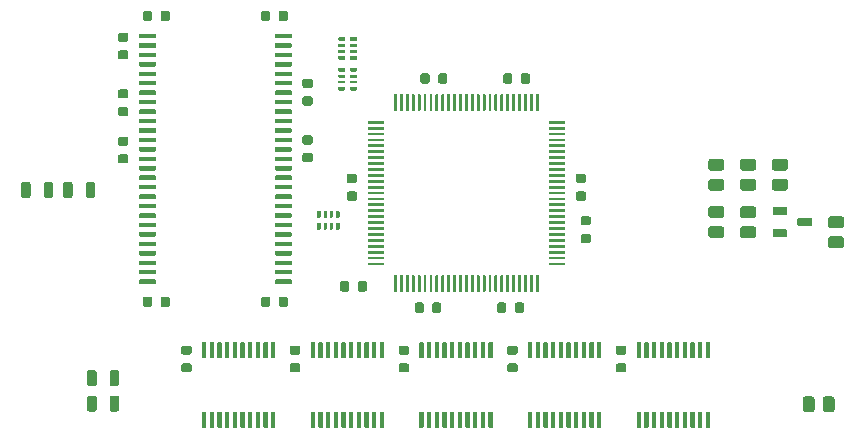
<source format=gtp>
G04 #@! TF.GenerationSoftware,KiCad,Pcbnew,(5.1.5-0-10_14)*
G04 #@! TF.CreationDate,2020-08-04T18:57:18-04:00*
G04 #@! TF.ProjectId,RAM2E,52414d32-452e-46b6-9963-61645f706362,1.1*
G04 #@! TF.SameCoordinates,Original*
G04 #@! TF.FileFunction,Paste,Top*
G04 #@! TF.FilePolarity,Positive*
%FSLAX46Y46*%
G04 Gerber Fmt 4.6, Leading zero omitted, Abs format (unit mm)*
G04 Created by KiCad (PCBNEW (5.1.5-0-10_14)) date 2020-08-04 18:57:18*
%MOMM*%
%LPD*%
G04 APERTURE LIST*
%ADD10C,0.100000*%
G04 APERTURE END LIST*
D10*
G36*
X267049504Y-107151204D02*
G01*
X267073773Y-107154804D01*
X267097571Y-107160765D01*
X267120671Y-107169030D01*
X267142849Y-107179520D01*
X267163893Y-107192133D01*
X267183598Y-107206747D01*
X267201777Y-107223223D01*
X267218253Y-107241402D01*
X267232867Y-107261107D01*
X267245480Y-107282151D01*
X267255970Y-107304329D01*
X267264235Y-107327429D01*
X267270196Y-107351227D01*
X267273796Y-107375496D01*
X267275000Y-107400000D01*
X267275000Y-107900000D01*
X267273796Y-107924504D01*
X267270196Y-107948773D01*
X267264235Y-107972571D01*
X267255970Y-107995671D01*
X267245480Y-108017849D01*
X267232867Y-108038893D01*
X267218253Y-108058598D01*
X267201777Y-108076777D01*
X267183598Y-108093253D01*
X267163893Y-108107867D01*
X267142849Y-108120480D01*
X267120671Y-108130970D01*
X267097571Y-108139235D01*
X267073773Y-108145196D01*
X267049504Y-108148796D01*
X267025000Y-108150000D01*
X266175000Y-108150000D01*
X266150496Y-108148796D01*
X266126227Y-108145196D01*
X266102429Y-108139235D01*
X266079329Y-108130970D01*
X266057151Y-108120480D01*
X266036107Y-108107867D01*
X266016402Y-108093253D01*
X265998223Y-108076777D01*
X265981747Y-108058598D01*
X265967133Y-108038893D01*
X265954520Y-108017849D01*
X265944030Y-107995671D01*
X265935765Y-107972571D01*
X265929804Y-107948773D01*
X265926204Y-107924504D01*
X265925000Y-107900000D01*
X265925000Y-107400000D01*
X265926204Y-107375496D01*
X265929804Y-107351227D01*
X265935765Y-107327429D01*
X265944030Y-107304329D01*
X265954520Y-107282151D01*
X265967133Y-107261107D01*
X265981747Y-107241402D01*
X265998223Y-107223223D01*
X266016402Y-107206747D01*
X266036107Y-107192133D01*
X266057151Y-107179520D01*
X266079329Y-107169030D01*
X266102429Y-107160765D01*
X266126227Y-107154804D01*
X266150496Y-107151204D01*
X266175000Y-107150000D01*
X267025000Y-107150000D01*
X267049504Y-107151204D01*
G37*
G36*
X267049504Y-105451204D02*
G01*
X267073773Y-105454804D01*
X267097571Y-105460765D01*
X267120671Y-105469030D01*
X267142849Y-105479520D01*
X267163893Y-105492133D01*
X267183598Y-105506747D01*
X267201777Y-105523223D01*
X267218253Y-105541402D01*
X267232867Y-105561107D01*
X267245480Y-105582151D01*
X267255970Y-105604329D01*
X267264235Y-105627429D01*
X267270196Y-105651227D01*
X267273796Y-105675496D01*
X267275000Y-105700000D01*
X267275000Y-106200000D01*
X267273796Y-106224504D01*
X267270196Y-106248773D01*
X267264235Y-106272571D01*
X267255970Y-106295671D01*
X267245480Y-106317849D01*
X267232867Y-106338893D01*
X267218253Y-106358598D01*
X267201777Y-106376777D01*
X267183598Y-106393253D01*
X267163893Y-106407867D01*
X267142849Y-106420480D01*
X267120671Y-106430970D01*
X267097571Y-106439235D01*
X267073773Y-106445196D01*
X267049504Y-106448796D01*
X267025000Y-106450000D01*
X266175000Y-106450000D01*
X266150496Y-106448796D01*
X266126227Y-106445196D01*
X266102429Y-106439235D01*
X266079329Y-106430970D01*
X266057151Y-106420480D01*
X266036107Y-106407867D01*
X266016402Y-106393253D01*
X265998223Y-106376777D01*
X265981747Y-106358598D01*
X265967133Y-106338893D01*
X265954520Y-106317849D01*
X265944030Y-106295671D01*
X265935765Y-106272571D01*
X265929804Y-106248773D01*
X265926204Y-106224504D01*
X265925000Y-106200000D01*
X265925000Y-105700000D01*
X265926204Y-105675496D01*
X265929804Y-105651227D01*
X265935765Y-105627429D01*
X265944030Y-105604329D01*
X265954520Y-105582151D01*
X265967133Y-105561107D01*
X265981747Y-105541402D01*
X265998223Y-105523223D01*
X266016402Y-105506747D01*
X266036107Y-105492133D01*
X266057151Y-105479520D01*
X266079329Y-105469030D01*
X266102429Y-105460765D01*
X266126227Y-105454804D01*
X266150496Y-105451204D01*
X266175000Y-105450000D01*
X267025000Y-105450000D01*
X267049504Y-105451204D01*
G37*
G36*
X233040881Y-102230289D02*
G01*
X233046705Y-102231153D01*
X233052417Y-102232584D01*
X233057961Y-102234567D01*
X233063284Y-102237085D01*
X233068334Y-102240112D01*
X233073064Y-102243619D01*
X233077426Y-102247574D01*
X233081381Y-102251936D01*
X233084888Y-102256666D01*
X233087915Y-102261716D01*
X233090433Y-102267039D01*
X233092416Y-102272583D01*
X233093847Y-102278295D01*
X233094711Y-102284119D01*
X233095000Y-102290000D01*
X233095000Y-102410000D01*
X233094711Y-102415881D01*
X233093847Y-102421705D01*
X233092416Y-102427417D01*
X233090433Y-102432961D01*
X233087915Y-102438284D01*
X233084888Y-102443334D01*
X233081381Y-102448064D01*
X233077426Y-102452426D01*
X233073064Y-102456381D01*
X233068334Y-102459888D01*
X233063284Y-102462915D01*
X233057961Y-102465433D01*
X233052417Y-102467416D01*
X233046705Y-102468847D01*
X233040881Y-102469711D01*
X233035000Y-102470000D01*
X231740000Y-102470000D01*
X231734119Y-102469711D01*
X231728295Y-102468847D01*
X231722583Y-102467416D01*
X231717039Y-102465433D01*
X231711716Y-102462915D01*
X231706666Y-102459888D01*
X231701936Y-102456381D01*
X231697574Y-102452426D01*
X231693619Y-102448064D01*
X231690112Y-102443334D01*
X231687085Y-102438284D01*
X231684567Y-102432961D01*
X231682584Y-102427417D01*
X231681153Y-102421705D01*
X231680289Y-102415881D01*
X231680000Y-102410000D01*
X231680000Y-102290000D01*
X231680289Y-102284119D01*
X231681153Y-102278295D01*
X231682584Y-102272583D01*
X231684567Y-102267039D01*
X231687085Y-102261716D01*
X231690112Y-102256666D01*
X231693619Y-102251936D01*
X231697574Y-102247574D01*
X231701936Y-102243619D01*
X231706666Y-102240112D01*
X231711716Y-102237085D01*
X231717039Y-102234567D01*
X231722583Y-102232584D01*
X231728295Y-102231153D01*
X231734119Y-102230289D01*
X231740000Y-102230000D01*
X233035000Y-102230000D01*
X233040881Y-102230289D01*
G37*
G36*
X233040881Y-102730289D02*
G01*
X233046705Y-102731153D01*
X233052417Y-102732584D01*
X233057961Y-102734567D01*
X233063284Y-102737085D01*
X233068334Y-102740112D01*
X233073064Y-102743619D01*
X233077426Y-102747574D01*
X233081381Y-102751936D01*
X233084888Y-102756666D01*
X233087915Y-102761716D01*
X233090433Y-102767039D01*
X233092416Y-102772583D01*
X233093847Y-102778295D01*
X233094711Y-102784119D01*
X233095000Y-102790000D01*
X233095000Y-102910000D01*
X233094711Y-102915881D01*
X233093847Y-102921705D01*
X233092416Y-102927417D01*
X233090433Y-102932961D01*
X233087915Y-102938284D01*
X233084888Y-102943334D01*
X233081381Y-102948064D01*
X233077426Y-102952426D01*
X233073064Y-102956381D01*
X233068334Y-102959888D01*
X233063284Y-102962915D01*
X233057961Y-102965433D01*
X233052417Y-102967416D01*
X233046705Y-102968847D01*
X233040881Y-102969711D01*
X233035000Y-102970000D01*
X231740000Y-102970000D01*
X231734119Y-102969711D01*
X231728295Y-102968847D01*
X231722583Y-102967416D01*
X231717039Y-102965433D01*
X231711716Y-102962915D01*
X231706666Y-102959888D01*
X231701936Y-102956381D01*
X231697574Y-102952426D01*
X231693619Y-102948064D01*
X231690112Y-102943334D01*
X231687085Y-102938284D01*
X231684567Y-102932961D01*
X231682584Y-102927417D01*
X231681153Y-102921705D01*
X231680289Y-102915881D01*
X231680000Y-102910000D01*
X231680000Y-102790000D01*
X231680289Y-102784119D01*
X231681153Y-102778295D01*
X231682584Y-102772583D01*
X231684567Y-102767039D01*
X231687085Y-102761716D01*
X231690112Y-102756666D01*
X231693619Y-102751936D01*
X231697574Y-102747574D01*
X231701936Y-102743619D01*
X231706666Y-102740112D01*
X231711716Y-102737085D01*
X231717039Y-102734567D01*
X231722583Y-102732584D01*
X231728295Y-102731153D01*
X231734119Y-102730289D01*
X231740000Y-102730000D01*
X233035000Y-102730000D01*
X233040881Y-102730289D01*
G37*
G36*
X233040881Y-103230289D02*
G01*
X233046705Y-103231153D01*
X233052417Y-103232584D01*
X233057961Y-103234567D01*
X233063284Y-103237085D01*
X233068334Y-103240112D01*
X233073064Y-103243619D01*
X233077426Y-103247574D01*
X233081381Y-103251936D01*
X233084888Y-103256666D01*
X233087915Y-103261716D01*
X233090433Y-103267039D01*
X233092416Y-103272583D01*
X233093847Y-103278295D01*
X233094711Y-103284119D01*
X233095000Y-103290000D01*
X233095000Y-103410000D01*
X233094711Y-103415881D01*
X233093847Y-103421705D01*
X233092416Y-103427417D01*
X233090433Y-103432961D01*
X233087915Y-103438284D01*
X233084888Y-103443334D01*
X233081381Y-103448064D01*
X233077426Y-103452426D01*
X233073064Y-103456381D01*
X233068334Y-103459888D01*
X233063284Y-103462915D01*
X233057961Y-103465433D01*
X233052417Y-103467416D01*
X233046705Y-103468847D01*
X233040881Y-103469711D01*
X233035000Y-103470000D01*
X231740000Y-103470000D01*
X231734119Y-103469711D01*
X231728295Y-103468847D01*
X231722583Y-103467416D01*
X231717039Y-103465433D01*
X231711716Y-103462915D01*
X231706666Y-103459888D01*
X231701936Y-103456381D01*
X231697574Y-103452426D01*
X231693619Y-103448064D01*
X231690112Y-103443334D01*
X231687085Y-103438284D01*
X231684567Y-103432961D01*
X231682584Y-103427417D01*
X231681153Y-103421705D01*
X231680289Y-103415881D01*
X231680000Y-103410000D01*
X231680000Y-103290000D01*
X231680289Y-103284119D01*
X231681153Y-103278295D01*
X231682584Y-103272583D01*
X231684567Y-103267039D01*
X231687085Y-103261716D01*
X231690112Y-103256666D01*
X231693619Y-103251936D01*
X231697574Y-103247574D01*
X231701936Y-103243619D01*
X231706666Y-103240112D01*
X231711716Y-103237085D01*
X231717039Y-103234567D01*
X231722583Y-103232584D01*
X231728295Y-103231153D01*
X231734119Y-103230289D01*
X231740000Y-103230000D01*
X233035000Y-103230000D01*
X233040881Y-103230289D01*
G37*
G36*
X233040881Y-103730289D02*
G01*
X233046705Y-103731153D01*
X233052417Y-103732584D01*
X233057961Y-103734567D01*
X233063284Y-103737085D01*
X233068334Y-103740112D01*
X233073064Y-103743619D01*
X233077426Y-103747574D01*
X233081381Y-103751936D01*
X233084888Y-103756666D01*
X233087915Y-103761716D01*
X233090433Y-103767039D01*
X233092416Y-103772583D01*
X233093847Y-103778295D01*
X233094711Y-103784119D01*
X233095000Y-103790000D01*
X233095000Y-103910000D01*
X233094711Y-103915881D01*
X233093847Y-103921705D01*
X233092416Y-103927417D01*
X233090433Y-103932961D01*
X233087915Y-103938284D01*
X233084888Y-103943334D01*
X233081381Y-103948064D01*
X233077426Y-103952426D01*
X233073064Y-103956381D01*
X233068334Y-103959888D01*
X233063284Y-103962915D01*
X233057961Y-103965433D01*
X233052417Y-103967416D01*
X233046705Y-103968847D01*
X233040881Y-103969711D01*
X233035000Y-103970000D01*
X231740000Y-103970000D01*
X231734119Y-103969711D01*
X231728295Y-103968847D01*
X231722583Y-103967416D01*
X231717039Y-103965433D01*
X231711716Y-103962915D01*
X231706666Y-103959888D01*
X231701936Y-103956381D01*
X231697574Y-103952426D01*
X231693619Y-103948064D01*
X231690112Y-103943334D01*
X231687085Y-103938284D01*
X231684567Y-103932961D01*
X231682584Y-103927417D01*
X231681153Y-103921705D01*
X231680289Y-103915881D01*
X231680000Y-103910000D01*
X231680000Y-103790000D01*
X231680289Y-103784119D01*
X231681153Y-103778295D01*
X231682584Y-103772583D01*
X231684567Y-103767039D01*
X231687085Y-103761716D01*
X231690112Y-103756666D01*
X231693619Y-103751936D01*
X231697574Y-103747574D01*
X231701936Y-103743619D01*
X231706666Y-103740112D01*
X231711716Y-103737085D01*
X231717039Y-103734567D01*
X231722583Y-103732584D01*
X231728295Y-103731153D01*
X231734119Y-103730289D01*
X231740000Y-103730000D01*
X233035000Y-103730000D01*
X233040881Y-103730289D01*
G37*
G36*
X233040881Y-104230289D02*
G01*
X233046705Y-104231153D01*
X233052417Y-104232584D01*
X233057961Y-104234567D01*
X233063284Y-104237085D01*
X233068334Y-104240112D01*
X233073064Y-104243619D01*
X233077426Y-104247574D01*
X233081381Y-104251936D01*
X233084888Y-104256666D01*
X233087915Y-104261716D01*
X233090433Y-104267039D01*
X233092416Y-104272583D01*
X233093847Y-104278295D01*
X233094711Y-104284119D01*
X233095000Y-104290000D01*
X233095000Y-104410000D01*
X233094711Y-104415881D01*
X233093847Y-104421705D01*
X233092416Y-104427417D01*
X233090433Y-104432961D01*
X233087915Y-104438284D01*
X233084888Y-104443334D01*
X233081381Y-104448064D01*
X233077426Y-104452426D01*
X233073064Y-104456381D01*
X233068334Y-104459888D01*
X233063284Y-104462915D01*
X233057961Y-104465433D01*
X233052417Y-104467416D01*
X233046705Y-104468847D01*
X233040881Y-104469711D01*
X233035000Y-104470000D01*
X231740000Y-104470000D01*
X231734119Y-104469711D01*
X231728295Y-104468847D01*
X231722583Y-104467416D01*
X231717039Y-104465433D01*
X231711716Y-104462915D01*
X231706666Y-104459888D01*
X231701936Y-104456381D01*
X231697574Y-104452426D01*
X231693619Y-104448064D01*
X231690112Y-104443334D01*
X231687085Y-104438284D01*
X231684567Y-104432961D01*
X231682584Y-104427417D01*
X231681153Y-104421705D01*
X231680289Y-104415881D01*
X231680000Y-104410000D01*
X231680000Y-104290000D01*
X231680289Y-104284119D01*
X231681153Y-104278295D01*
X231682584Y-104272583D01*
X231684567Y-104267039D01*
X231687085Y-104261716D01*
X231690112Y-104256666D01*
X231693619Y-104251936D01*
X231697574Y-104247574D01*
X231701936Y-104243619D01*
X231706666Y-104240112D01*
X231711716Y-104237085D01*
X231717039Y-104234567D01*
X231722583Y-104232584D01*
X231728295Y-104231153D01*
X231734119Y-104230289D01*
X231740000Y-104230000D01*
X233035000Y-104230000D01*
X233040881Y-104230289D01*
G37*
G36*
X233040881Y-104730289D02*
G01*
X233046705Y-104731153D01*
X233052417Y-104732584D01*
X233057961Y-104734567D01*
X233063284Y-104737085D01*
X233068334Y-104740112D01*
X233073064Y-104743619D01*
X233077426Y-104747574D01*
X233081381Y-104751936D01*
X233084888Y-104756666D01*
X233087915Y-104761716D01*
X233090433Y-104767039D01*
X233092416Y-104772583D01*
X233093847Y-104778295D01*
X233094711Y-104784119D01*
X233095000Y-104790000D01*
X233095000Y-104910000D01*
X233094711Y-104915881D01*
X233093847Y-104921705D01*
X233092416Y-104927417D01*
X233090433Y-104932961D01*
X233087915Y-104938284D01*
X233084888Y-104943334D01*
X233081381Y-104948064D01*
X233077426Y-104952426D01*
X233073064Y-104956381D01*
X233068334Y-104959888D01*
X233063284Y-104962915D01*
X233057961Y-104965433D01*
X233052417Y-104967416D01*
X233046705Y-104968847D01*
X233040881Y-104969711D01*
X233035000Y-104970000D01*
X231740000Y-104970000D01*
X231734119Y-104969711D01*
X231728295Y-104968847D01*
X231722583Y-104967416D01*
X231717039Y-104965433D01*
X231711716Y-104962915D01*
X231706666Y-104959888D01*
X231701936Y-104956381D01*
X231697574Y-104952426D01*
X231693619Y-104948064D01*
X231690112Y-104943334D01*
X231687085Y-104938284D01*
X231684567Y-104932961D01*
X231682584Y-104927417D01*
X231681153Y-104921705D01*
X231680289Y-104915881D01*
X231680000Y-104910000D01*
X231680000Y-104790000D01*
X231680289Y-104784119D01*
X231681153Y-104778295D01*
X231682584Y-104772583D01*
X231684567Y-104767039D01*
X231687085Y-104761716D01*
X231690112Y-104756666D01*
X231693619Y-104751936D01*
X231697574Y-104747574D01*
X231701936Y-104743619D01*
X231706666Y-104740112D01*
X231711716Y-104737085D01*
X231717039Y-104734567D01*
X231722583Y-104732584D01*
X231728295Y-104731153D01*
X231734119Y-104730289D01*
X231740000Y-104730000D01*
X233035000Y-104730000D01*
X233040881Y-104730289D01*
G37*
G36*
X233040881Y-105230289D02*
G01*
X233046705Y-105231153D01*
X233052417Y-105232584D01*
X233057961Y-105234567D01*
X233063284Y-105237085D01*
X233068334Y-105240112D01*
X233073064Y-105243619D01*
X233077426Y-105247574D01*
X233081381Y-105251936D01*
X233084888Y-105256666D01*
X233087915Y-105261716D01*
X233090433Y-105267039D01*
X233092416Y-105272583D01*
X233093847Y-105278295D01*
X233094711Y-105284119D01*
X233095000Y-105290000D01*
X233095000Y-105410000D01*
X233094711Y-105415881D01*
X233093847Y-105421705D01*
X233092416Y-105427417D01*
X233090433Y-105432961D01*
X233087915Y-105438284D01*
X233084888Y-105443334D01*
X233081381Y-105448064D01*
X233077426Y-105452426D01*
X233073064Y-105456381D01*
X233068334Y-105459888D01*
X233063284Y-105462915D01*
X233057961Y-105465433D01*
X233052417Y-105467416D01*
X233046705Y-105468847D01*
X233040881Y-105469711D01*
X233035000Y-105470000D01*
X231740000Y-105470000D01*
X231734119Y-105469711D01*
X231728295Y-105468847D01*
X231722583Y-105467416D01*
X231717039Y-105465433D01*
X231711716Y-105462915D01*
X231706666Y-105459888D01*
X231701936Y-105456381D01*
X231697574Y-105452426D01*
X231693619Y-105448064D01*
X231690112Y-105443334D01*
X231687085Y-105438284D01*
X231684567Y-105432961D01*
X231682584Y-105427417D01*
X231681153Y-105421705D01*
X231680289Y-105415881D01*
X231680000Y-105410000D01*
X231680000Y-105290000D01*
X231680289Y-105284119D01*
X231681153Y-105278295D01*
X231682584Y-105272583D01*
X231684567Y-105267039D01*
X231687085Y-105261716D01*
X231690112Y-105256666D01*
X231693619Y-105251936D01*
X231697574Y-105247574D01*
X231701936Y-105243619D01*
X231706666Y-105240112D01*
X231711716Y-105237085D01*
X231717039Y-105234567D01*
X231722583Y-105232584D01*
X231728295Y-105231153D01*
X231734119Y-105230289D01*
X231740000Y-105230000D01*
X233035000Y-105230000D01*
X233040881Y-105230289D01*
G37*
G36*
X233040881Y-105730289D02*
G01*
X233046705Y-105731153D01*
X233052417Y-105732584D01*
X233057961Y-105734567D01*
X233063284Y-105737085D01*
X233068334Y-105740112D01*
X233073064Y-105743619D01*
X233077426Y-105747574D01*
X233081381Y-105751936D01*
X233084888Y-105756666D01*
X233087915Y-105761716D01*
X233090433Y-105767039D01*
X233092416Y-105772583D01*
X233093847Y-105778295D01*
X233094711Y-105784119D01*
X233095000Y-105790000D01*
X233095000Y-105910000D01*
X233094711Y-105915881D01*
X233093847Y-105921705D01*
X233092416Y-105927417D01*
X233090433Y-105932961D01*
X233087915Y-105938284D01*
X233084888Y-105943334D01*
X233081381Y-105948064D01*
X233077426Y-105952426D01*
X233073064Y-105956381D01*
X233068334Y-105959888D01*
X233063284Y-105962915D01*
X233057961Y-105965433D01*
X233052417Y-105967416D01*
X233046705Y-105968847D01*
X233040881Y-105969711D01*
X233035000Y-105970000D01*
X231740000Y-105970000D01*
X231734119Y-105969711D01*
X231728295Y-105968847D01*
X231722583Y-105967416D01*
X231717039Y-105965433D01*
X231711716Y-105962915D01*
X231706666Y-105959888D01*
X231701936Y-105956381D01*
X231697574Y-105952426D01*
X231693619Y-105948064D01*
X231690112Y-105943334D01*
X231687085Y-105938284D01*
X231684567Y-105932961D01*
X231682584Y-105927417D01*
X231681153Y-105921705D01*
X231680289Y-105915881D01*
X231680000Y-105910000D01*
X231680000Y-105790000D01*
X231680289Y-105784119D01*
X231681153Y-105778295D01*
X231682584Y-105772583D01*
X231684567Y-105767039D01*
X231687085Y-105761716D01*
X231690112Y-105756666D01*
X231693619Y-105751936D01*
X231697574Y-105747574D01*
X231701936Y-105743619D01*
X231706666Y-105740112D01*
X231711716Y-105737085D01*
X231717039Y-105734567D01*
X231722583Y-105732584D01*
X231728295Y-105731153D01*
X231734119Y-105730289D01*
X231740000Y-105730000D01*
X233035000Y-105730000D01*
X233040881Y-105730289D01*
G37*
G36*
X233040881Y-106230289D02*
G01*
X233046705Y-106231153D01*
X233052417Y-106232584D01*
X233057961Y-106234567D01*
X233063284Y-106237085D01*
X233068334Y-106240112D01*
X233073064Y-106243619D01*
X233077426Y-106247574D01*
X233081381Y-106251936D01*
X233084888Y-106256666D01*
X233087915Y-106261716D01*
X233090433Y-106267039D01*
X233092416Y-106272583D01*
X233093847Y-106278295D01*
X233094711Y-106284119D01*
X233095000Y-106290000D01*
X233095000Y-106410000D01*
X233094711Y-106415881D01*
X233093847Y-106421705D01*
X233092416Y-106427417D01*
X233090433Y-106432961D01*
X233087915Y-106438284D01*
X233084888Y-106443334D01*
X233081381Y-106448064D01*
X233077426Y-106452426D01*
X233073064Y-106456381D01*
X233068334Y-106459888D01*
X233063284Y-106462915D01*
X233057961Y-106465433D01*
X233052417Y-106467416D01*
X233046705Y-106468847D01*
X233040881Y-106469711D01*
X233035000Y-106470000D01*
X231740000Y-106470000D01*
X231734119Y-106469711D01*
X231728295Y-106468847D01*
X231722583Y-106467416D01*
X231717039Y-106465433D01*
X231711716Y-106462915D01*
X231706666Y-106459888D01*
X231701936Y-106456381D01*
X231697574Y-106452426D01*
X231693619Y-106448064D01*
X231690112Y-106443334D01*
X231687085Y-106438284D01*
X231684567Y-106432961D01*
X231682584Y-106427417D01*
X231681153Y-106421705D01*
X231680289Y-106415881D01*
X231680000Y-106410000D01*
X231680000Y-106290000D01*
X231680289Y-106284119D01*
X231681153Y-106278295D01*
X231682584Y-106272583D01*
X231684567Y-106267039D01*
X231687085Y-106261716D01*
X231690112Y-106256666D01*
X231693619Y-106251936D01*
X231697574Y-106247574D01*
X231701936Y-106243619D01*
X231706666Y-106240112D01*
X231711716Y-106237085D01*
X231717039Y-106234567D01*
X231722583Y-106232584D01*
X231728295Y-106231153D01*
X231734119Y-106230289D01*
X231740000Y-106230000D01*
X233035000Y-106230000D01*
X233040881Y-106230289D01*
G37*
G36*
X233040881Y-106730289D02*
G01*
X233046705Y-106731153D01*
X233052417Y-106732584D01*
X233057961Y-106734567D01*
X233063284Y-106737085D01*
X233068334Y-106740112D01*
X233073064Y-106743619D01*
X233077426Y-106747574D01*
X233081381Y-106751936D01*
X233084888Y-106756666D01*
X233087915Y-106761716D01*
X233090433Y-106767039D01*
X233092416Y-106772583D01*
X233093847Y-106778295D01*
X233094711Y-106784119D01*
X233095000Y-106790000D01*
X233095000Y-106910000D01*
X233094711Y-106915881D01*
X233093847Y-106921705D01*
X233092416Y-106927417D01*
X233090433Y-106932961D01*
X233087915Y-106938284D01*
X233084888Y-106943334D01*
X233081381Y-106948064D01*
X233077426Y-106952426D01*
X233073064Y-106956381D01*
X233068334Y-106959888D01*
X233063284Y-106962915D01*
X233057961Y-106965433D01*
X233052417Y-106967416D01*
X233046705Y-106968847D01*
X233040881Y-106969711D01*
X233035000Y-106970000D01*
X231740000Y-106970000D01*
X231734119Y-106969711D01*
X231728295Y-106968847D01*
X231722583Y-106967416D01*
X231717039Y-106965433D01*
X231711716Y-106962915D01*
X231706666Y-106959888D01*
X231701936Y-106956381D01*
X231697574Y-106952426D01*
X231693619Y-106948064D01*
X231690112Y-106943334D01*
X231687085Y-106938284D01*
X231684567Y-106932961D01*
X231682584Y-106927417D01*
X231681153Y-106921705D01*
X231680289Y-106915881D01*
X231680000Y-106910000D01*
X231680000Y-106790000D01*
X231680289Y-106784119D01*
X231681153Y-106778295D01*
X231682584Y-106772583D01*
X231684567Y-106767039D01*
X231687085Y-106761716D01*
X231690112Y-106756666D01*
X231693619Y-106751936D01*
X231697574Y-106747574D01*
X231701936Y-106743619D01*
X231706666Y-106740112D01*
X231711716Y-106737085D01*
X231717039Y-106734567D01*
X231722583Y-106732584D01*
X231728295Y-106731153D01*
X231734119Y-106730289D01*
X231740000Y-106730000D01*
X233035000Y-106730000D01*
X233040881Y-106730289D01*
G37*
G36*
X233040881Y-107230289D02*
G01*
X233046705Y-107231153D01*
X233052417Y-107232584D01*
X233057961Y-107234567D01*
X233063284Y-107237085D01*
X233068334Y-107240112D01*
X233073064Y-107243619D01*
X233077426Y-107247574D01*
X233081381Y-107251936D01*
X233084888Y-107256666D01*
X233087915Y-107261716D01*
X233090433Y-107267039D01*
X233092416Y-107272583D01*
X233093847Y-107278295D01*
X233094711Y-107284119D01*
X233095000Y-107290000D01*
X233095000Y-107410000D01*
X233094711Y-107415881D01*
X233093847Y-107421705D01*
X233092416Y-107427417D01*
X233090433Y-107432961D01*
X233087915Y-107438284D01*
X233084888Y-107443334D01*
X233081381Y-107448064D01*
X233077426Y-107452426D01*
X233073064Y-107456381D01*
X233068334Y-107459888D01*
X233063284Y-107462915D01*
X233057961Y-107465433D01*
X233052417Y-107467416D01*
X233046705Y-107468847D01*
X233040881Y-107469711D01*
X233035000Y-107470000D01*
X231740000Y-107470000D01*
X231734119Y-107469711D01*
X231728295Y-107468847D01*
X231722583Y-107467416D01*
X231717039Y-107465433D01*
X231711716Y-107462915D01*
X231706666Y-107459888D01*
X231701936Y-107456381D01*
X231697574Y-107452426D01*
X231693619Y-107448064D01*
X231690112Y-107443334D01*
X231687085Y-107438284D01*
X231684567Y-107432961D01*
X231682584Y-107427417D01*
X231681153Y-107421705D01*
X231680289Y-107415881D01*
X231680000Y-107410000D01*
X231680000Y-107290000D01*
X231680289Y-107284119D01*
X231681153Y-107278295D01*
X231682584Y-107272583D01*
X231684567Y-107267039D01*
X231687085Y-107261716D01*
X231690112Y-107256666D01*
X231693619Y-107251936D01*
X231697574Y-107247574D01*
X231701936Y-107243619D01*
X231706666Y-107240112D01*
X231711716Y-107237085D01*
X231717039Y-107234567D01*
X231722583Y-107232584D01*
X231728295Y-107231153D01*
X231734119Y-107230289D01*
X231740000Y-107230000D01*
X233035000Y-107230000D01*
X233040881Y-107230289D01*
G37*
G36*
X233040881Y-107730289D02*
G01*
X233046705Y-107731153D01*
X233052417Y-107732584D01*
X233057961Y-107734567D01*
X233063284Y-107737085D01*
X233068334Y-107740112D01*
X233073064Y-107743619D01*
X233077426Y-107747574D01*
X233081381Y-107751936D01*
X233084888Y-107756666D01*
X233087915Y-107761716D01*
X233090433Y-107767039D01*
X233092416Y-107772583D01*
X233093847Y-107778295D01*
X233094711Y-107784119D01*
X233095000Y-107790000D01*
X233095000Y-107910000D01*
X233094711Y-107915881D01*
X233093847Y-107921705D01*
X233092416Y-107927417D01*
X233090433Y-107932961D01*
X233087915Y-107938284D01*
X233084888Y-107943334D01*
X233081381Y-107948064D01*
X233077426Y-107952426D01*
X233073064Y-107956381D01*
X233068334Y-107959888D01*
X233063284Y-107962915D01*
X233057961Y-107965433D01*
X233052417Y-107967416D01*
X233046705Y-107968847D01*
X233040881Y-107969711D01*
X233035000Y-107970000D01*
X231740000Y-107970000D01*
X231734119Y-107969711D01*
X231728295Y-107968847D01*
X231722583Y-107967416D01*
X231717039Y-107965433D01*
X231711716Y-107962915D01*
X231706666Y-107959888D01*
X231701936Y-107956381D01*
X231697574Y-107952426D01*
X231693619Y-107948064D01*
X231690112Y-107943334D01*
X231687085Y-107938284D01*
X231684567Y-107932961D01*
X231682584Y-107927417D01*
X231681153Y-107921705D01*
X231680289Y-107915881D01*
X231680000Y-107910000D01*
X231680000Y-107790000D01*
X231680289Y-107784119D01*
X231681153Y-107778295D01*
X231682584Y-107772583D01*
X231684567Y-107767039D01*
X231687085Y-107761716D01*
X231690112Y-107756666D01*
X231693619Y-107751936D01*
X231697574Y-107747574D01*
X231701936Y-107743619D01*
X231706666Y-107740112D01*
X231711716Y-107737085D01*
X231717039Y-107734567D01*
X231722583Y-107732584D01*
X231728295Y-107731153D01*
X231734119Y-107730289D01*
X231740000Y-107730000D01*
X233035000Y-107730000D01*
X233040881Y-107730289D01*
G37*
G36*
X233040881Y-108230289D02*
G01*
X233046705Y-108231153D01*
X233052417Y-108232584D01*
X233057961Y-108234567D01*
X233063284Y-108237085D01*
X233068334Y-108240112D01*
X233073064Y-108243619D01*
X233077426Y-108247574D01*
X233081381Y-108251936D01*
X233084888Y-108256666D01*
X233087915Y-108261716D01*
X233090433Y-108267039D01*
X233092416Y-108272583D01*
X233093847Y-108278295D01*
X233094711Y-108284119D01*
X233095000Y-108290000D01*
X233095000Y-108410000D01*
X233094711Y-108415881D01*
X233093847Y-108421705D01*
X233092416Y-108427417D01*
X233090433Y-108432961D01*
X233087915Y-108438284D01*
X233084888Y-108443334D01*
X233081381Y-108448064D01*
X233077426Y-108452426D01*
X233073064Y-108456381D01*
X233068334Y-108459888D01*
X233063284Y-108462915D01*
X233057961Y-108465433D01*
X233052417Y-108467416D01*
X233046705Y-108468847D01*
X233040881Y-108469711D01*
X233035000Y-108470000D01*
X231740000Y-108470000D01*
X231734119Y-108469711D01*
X231728295Y-108468847D01*
X231722583Y-108467416D01*
X231717039Y-108465433D01*
X231711716Y-108462915D01*
X231706666Y-108459888D01*
X231701936Y-108456381D01*
X231697574Y-108452426D01*
X231693619Y-108448064D01*
X231690112Y-108443334D01*
X231687085Y-108438284D01*
X231684567Y-108432961D01*
X231682584Y-108427417D01*
X231681153Y-108421705D01*
X231680289Y-108415881D01*
X231680000Y-108410000D01*
X231680000Y-108290000D01*
X231680289Y-108284119D01*
X231681153Y-108278295D01*
X231682584Y-108272583D01*
X231684567Y-108267039D01*
X231687085Y-108261716D01*
X231690112Y-108256666D01*
X231693619Y-108251936D01*
X231697574Y-108247574D01*
X231701936Y-108243619D01*
X231706666Y-108240112D01*
X231711716Y-108237085D01*
X231717039Y-108234567D01*
X231722583Y-108232584D01*
X231728295Y-108231153D01*
X231734119Y-108230289D01*
X231740000Y-108230000D01*
X233035000Y-108230000D01*
X233040881Y-108230289D01*
G37*
G36*
X233040881Y-108730289D02*
G01*
X233046705Y-108731153D01*
X233052417Y-108732584D01*
X233057961Y-108734567D01*
X233063284Y-108737085D01*
X233068334Y-108740112D01*
X233073064Y-108743619D01*
X233077426Y-108747574D01*
X233081381Y-108751936D01*
X233084888Y-108756666D01*
X233087915Y-108761716D01*
X233090433Y-108767039D01*
X233092416Y-108772583D01*
X233093847Y-108778295D01*
X233094711Y-108784119D01*
X233095000Y-108790000D01*
X233095000Y-108910000D01*
X233094711Y-108915881D01*
X233093847Y-108921705D01*
X233092416Y-108927417D01*
X233090433Y-108932961D01*
X233087915Y-108938284D01*
X233084888Y-108943334D01*
X233081381Y-108948064D01*
X233077426Y-108952426D01*
X233073064Y-108956381D01*
X233068334Y-108959888D01*
X233063284Y-108962915D01*
X233057961Y-108965433D01*
X233052417Y-108967416D01*
X233046705Y-108968847D01*
X233040881Y-108969711D01*
X233035000Y-108970000D01*
X231740000Y-108970000D01*
X231734119Y-108969711D01*
X231728295Y-108968847D01*
X231722583Y-108967416D01*
X231717039Y-108965433D01*
X231711716Y-108962915D01*
X231706666Y-108959888D01*
X231701936Y-108956381D01*
X231697574Y-108952426D01*
X231693619Y-108948064D01*
X231690112Y-108943334D01*
X231687085Y-108938284D01*
X231684567Y-108932961D01*
X231682584Y-108927417D01*
X231681153Y-108921705D01*
X231680289Y-108915881D01*
X231680000Y-108910000D01*
X231680000Y-108790000D01*
X231680289Y-108784119D01*
X231681153Y-108778295D01*
X231682584Y-108772583D01*
X231684567Y-108767039D01*
X231687085Y-108761716D01*
X231690112Y-108756666D01*
X231693619Y-108751936D01*
X231697574Y-108747574D01*
X231701936Y-108743619D01*
X231706666Y-108740112D01*
X231711716Y-108737085D01*
X231717039Y-108734567D01*
X231722583Y-108732584D01*
X231728295Y-108731153D01*
X231734119Y-108730289D01*
X231740000Y-108730000D01*
X233035000Y-108730000D01*
X233040881Y-108730289D01*
G37*
G36*
X233040881Y-109230289D02*
G01*
X233046705Y-109231153D01*
X233052417Y-109232584D01*
X233057961Y-109234567D01*
X233063284Y-109237085D01*
X233068334Y-109240112D01*
X233073064Y-109243619D01*
X233077426Y-109247574D01*
X233081381Y-109251936D01*
X233084888Y-109256666D01*
X233087915Y-109261716D01*
X233090433Y-109267039D01*
X233092416Y-109272583D01*
X233093847Y-109278295D01*
X233094711Y-109284119D01*
X233095000Y-109290000D01*
X233095000Y-109410000D01*
X233094711Y-109415881D01*
X233093847Y-109421705D01*
X233092416Y-109427417D01*
X233090433Y-109432961D01*
X233087915Y-109438284D01*
X233084888Y-109443334D01*
X233081381Y-109448064D01*
X233077426Y-109452426D01*
X233073064Y-109456381D01*
X233068334Y-109459888D01*
X233063284Y-109462915D01*
X233057961Y-109465433D01*
X233052417Y-109467416D01*
X233046705Y-109468847D01*
X233040881Y-109469711D01*
X233035000Y-109470000D01*
X231740000Y-109470000D01*
X231734119Y-109469711D01*
X231728295Y-109468847D01*
X231722583Y-109467416D01*
X231717039Y-109465433D01*
X231711716Y-109462915D01*
X231706666Y-109459888D01*
X231701936Y-109456381D01*
X231697574Y-109452426D01*
X231693619Y-109448064D01*
X231690112Y-109443334D01*
X231687085Y-109438284D01*
X231684567Y-109432961D01*
X231682584Y-109427417D01*
X231681153Y-109421705D01*
X231680289Y-109415881D01*
X231680000Y-109410000D01*
X231680000Y-109290000D01*
X231680289Y-109284119D01*
X231681153Y-109278295D01*
X231682584Y-109272583D01*
X231684567Y-109267039D01*
X231687085Y-109261716D01*
X231690112Y-109256666D01*
X231693619Y-109251936D01*
X231697574Y-109247574D01*
X231701936Y-109243619D01*
X231706666Y-109240112D01*
X231711716Y-109237085D01*
X231717039Y-109234567D01*
X231722583Y-109232584D01*
X231728295Y-109231153D01*
X231734119Y-109230289D01*
X231740000Y-109230000D01*
X233035000Y-109230000D01*
X233040881Y-109230289D01*
G37*
G36*
X233040881Y-109730289D02*
G01*
X233046705Y-109731153D01*
X233052417Y-109732584D01*
X233057961Y-109734567D01*
X233063284Y-109737085D01*
X233068334Y-109740112D01*
X233073064Y-109743619D01*
X233077426Y-109747574D01*
X233081381Y-109751936D01*
X233084888Y-109756666D01*
X233087915Y-109761716D01*
X233090433Y-109767039D01*
X233092416Y-109772583D01*
X233093847Y-109778295D01*
X233094711Y-109784119D01*
X233095000Y-109790000D01*
X233095000Y-109910000D01*
X233094711Y-109915881D01*
X233093847Y-109921705D01*
X233092416Y-109927417D01*
X233090433Y-109932961D01*
X233087915Y-109938284D01*
X233084888Y-109943334D01*
X233081381Y-109948064D01*
X233077426Y-109952426D01*
X233073064Y-109956381D01*
X233068334Y-109959888D01*
X233063284Y-109962915D01*
X233057961Y-109965433D01*
X233052417Y-109967416D01*
X233046705Y-109968847D01*
X233040881Y-109969711D01*
X233035000Y-109970000D01*
X231740000Y-109970000D01*
X231734119Y-109969711D01*
X231728295Y-109968847D01*
X231722583Y-109967416D01*
X231717039Y-109965433D01*
X231711716Y-109962915D01*
X231706666Y-109959888D01*
X231701936Y-109956381D01*
X231697574Y-109952426D01*
X231693619Y-109948064D01*
X231690112Y-109943334D01*
X231687085Y-109938284D01*
X231684567Y-109932961D01*
X231682584Y-109927417D01*
X231681153Y-109921705D01*
X231680289Y-109915881D01*
X231680000Y-109910000D01*
X231680000Y-109790000D01*
X231680289Y-109784119D01*
X231681153Y-109778295D01*
X231682584Y-109772583D01*
X231684567Y-109767039D01*
X231687085Y-109761716D01*
X231690112Y-109756666D01*
X231693619Y-109751936D01*
X231697574Y-109747574D01*
X231701936Y-109743619D01*
X231706666Y-109740112D01*
X231711716Y-109737085D01*
X231717039Y-109734567D01*
X231722583Y-109732584D01*
X231728295Y-109731153D01*
X231734119Y-109730289D01*
X231740000Y-109730000D01*
X233035000Y-109730000D01*
X233040881Y-109730289D01*
G37*
G36*
X233040881Y-110230289D02*
G01*
X233046705Y-110231153D01*
X233052417Y-110232584D01*
X233057961Y-110234567D01*
X233063284Y-110237085D01*
X233068334Y-110240112D01*
X233073064Y-110243619D01*
X233077426Y-110247574D01*
X233081381Y-110251936D01*
X233084888Y-110256666D01*
X233087915Y-110261716D01*
X233090433Y-110267039D01*
X233092416Y-110272583D01*
X233093847Y-110278295D01*
X233094711Y-110284119D01*
X233095000Y-110290000D01*
X233095000Y-110410000D01*
X233094711Y-110415881D01*
X233093847Y-110421705D01*
X233092416Y-110427417D01*
X233090433Y-110432961D01*
X233087915Y-110438284D01*
X233084888Y-110443334D01*
X233081381Y-110448064D01*
X233077426Y-110452426D01*
X233073064Y-110456381D01*
X233068334Y-110459888D01*
X233063284Y-110462915D01*
X233057961Y-110465433D01*
X233052417Y-110467416D01*
X233046705Y-110468847D01*
X233040881Y-110469711D01*
X233035000Y-110470000D01*
X231740000Y-110470000D01*
X231734119Y-110469711D01*
X231728295Y-110468847D01*
X231722583Y-110467416D01*
X231717039Y-110465433D01*
X231711716Y-110462915D01*
X231706666Y-110459888D01*
X231701936Y-110456381D01*
X231697574Y-110452426D01*
X231693619Y-110448064D01*
X231690112Y-110443334D01*
X231687085Y-110438284D01*
X231684567Y-110432961D01*
X231682584Y-110427417D01*
X231681153Y-110421705D01*
X231680289Y-110415881D01*
X231680000Y-110410000D01*
X231680000Y-110290000D01*
X231680289Y-110284119D01*
X231681153Y-110278295D01*
X231682584Y-110272583D01*
X231684567Y-110267039D01*
X231687085Y-110261716D01*
X231690112Y-110256666D01*
X231693619Y-110251936D01*
X231697574Y-110247574D01*
X231701936Y-110243619D01*
X231706666Y-110240112D01*
X231711716Y-110237085D01*
X231717039Y-110234567D01*
X231722583Y-110232584D01*
X231728295Y-110231153D01*
X231734119Y-110230289D01*
X231740000Y-110230000D01*
X233035000Y-110230000D01*
X233040881Y-110230289D01*
G37*
G36*
X233040881Y-110730289D02*
G01*
X233046705Y-110731153D01*
X233052417Y-110732584D01*
X233057961Y-110734567D01*
X233063284Y-110737085D01*
X233068334Y-110740112D01*
X233073064Y-110743619D01*
X233077426Y-110747574D01*
X233081381Y-110751936D01*
X233084888Y-110756666D01*
X233087915Y-110761716D01*
X233090433Y-110767039D01*
X233092416Y-110772583D01*
X233093847Y-110778295D01*
X233094711Y-110784119D01*
X233095000Y-110790000D01*
X233095000Y-110910000D01*
X233094711Y-110915881D01*
X233093847Y-110921705D01*
X233092416Y-110927417D01*
X233090433Y-110932961D01*
X233087915Y-110938284D01*
X233084888Y-110943334D01*
X233081381Y-110948064D01*
X233077426Y-110952426D01*
X233073064Y-110956381D01*
X233068334Y-110959888D01*
X233063284Y-110962915D01*
X233057961Y-110965433D01*
X233052417Y-110967416D01*
X233046705Y-110968847D01*
X233040881Y-110969711D01*
X233035000Y-110970000D01*
X231740000Y-110970000D01*
X231734119Y-110969711D01*
X231728295Y-110968847D01*
X231722583Y-110967416D01*
X231717039Y-110965433D01*
X231711716Y-110962915D01*
X231706666Y-110959888D01*
X231701936Y-110956381D01*
X231697574Y-110952426D01*
X231693619Y-110948064D01*
X231690112Y-110943334D01*
X231687085Y-110938284D01*
X231684567Y-110932961D01*
X231682584Y-110927417D01*
X231681153Y-110921705D01*
X231680289Y-110915881D01*
X231680000Y-110910000D01*
X231680000Y-110790000D01*
X231680289Y-110784119D01*
X231681153Y-110778295D01*
X231682584Y-110772583D01*
X231684567Y-110767039D01*
X231687085Y-110761716D01*
X231690112Y-110756666D01*
X231693619Y-110751936D01*
X231697574Y-110747574D01*
X231701936Y-110743619D01*
X231706666Y-110740112D01*
X231711716Y-110737085D01*
X231717039Y-110734567D01*
X231722583Y-110732584D01*
X231728295Y-110731153D01*
X231734119Y-110730289D01*
X231740000Y-110730000D01*
X233035000Y-110730000D01*
X233040881Y-110730289D01*
G37*
G36*
X233040881Y-111230289D02*
G01*
X233046705Y-111231153D01*
X233052417Y-111232584D01*
X233057961Y-111234567D01*
X233063284Y-111237085D01*
X233068334Y-111240112D01*
X233073064Y-111243619D01*
X233077426Y-111247574D01*
X233081381Y-111251936D01*
X233084888Y-111256666D01*
X233087915Y-111261716D01*
X233090433Y-111267039D01*
X233092416Y-111272583D01*
X233093847Y-111278295D01*
X233094711Y-111284119D01*
X233095000Y-111290000D01*
X233095000Y-111410000D01*
X233094711Y-111415881D01*
X233093847Y-111421705D01*
X233092416Y-111427417D01*
X233090433Y-111432961D01*
X233087915Y-111438284D01*
X233084888Y-111443334D01*
X233081381Y-111448064D01*
X233077426Y-111452426D01*
X233073064Y-111456381D01*
X233068334Y-111459888D01*
X233063284Y-111462915D01*
X233057961Y-111465433D01*
X233052417Y-111467416D01*
X233046705Y-111468847D01*
X233040881Y-111469711D01*
X233035000Y-111470000D01*
X231740000Y-111470000D01*
X231734119Y-111469711D01*
X231728295Y-111468847D01*
X231722583Y-111467416D01*
X231717039Y-111465433D01*
X231711716Y-111462915D01*
X231706666Y-111459888D01*
X231701936Y-111456381D01*
X231697574Y-111452426D01*
X231693619Y-111448064D01*
X231690112Y-111443334D01*
X231687085Y-111438284D01*
X231684567Y-111432961D01*
X231682584Y-111427417D01*
X231681153Y-111421705D01*
X231680289Y-111415881D01*
X231680000Y-111410000D01*
X231680000Y-111290000D01*
X231680289Y-111284119D01*
X231681153Y-111278295D01*
X231682584Y-111272583D01*
X231684567Y-111267039D01*
X231687085Y-111261716D01*
X231690112Y-111256666D01*
X231693619Y-111251936D01*
X231697574Y-111247574D01*
X231701936Y-111243619D01*
X231706666Y-111240112D01*
X231711716Y-111237085D01*
X231717039Y-111234567D01*
X231722583Y-111232584D01*
X231728295Y-111231153D01*
X231734119Y-111230289D01*
X231740000Y-111230000D01*
X233035000Y-111230000D01*
X233040881Y-111230289D01*
G37*
G36*
X233040881Y-111730289D02*
G01*
X233046705Y-111731153D01*
X233052417Y-111732584D01*
X233057961Y-111734567D01*
X233063284Y-111737085D01*
X233068334Y-111740112D01*
X233073064Y-111743619D01*
X233077426Y-111747574D01*
X233081381Y-111751936D01*
X233084888Y-111756666D01*
X233087915Y-111761716D01*
X233090433Y-111767039D01*
X233092416Y-111772583D01*
X233093847Y-111778295D01*
X233094711Y-111784119D01*
X233095000Y-111790000D01*
X233095000Y-111910000D01*
X233094711Y-111915881D01*
X233093847Y-111921705D01*
X233092416Y-111927417D01*
X233090433Y-111932961D01*
X233087915Y-111938284D01*
X233084888Y-111943334D01*
X233081381Y-111948064D01*
X233077426Y-111952426D01*
X233073064Y-111956381D01*
X233068334Y-111959888D01*
X233063284Y-111962915D01*
X233057961Y-111965433D01*
X233052417Y-111967416D01*
X233046705Y-111968847D01*
X233040881Y-111969711D01*
X233035000Y-111970000D01*
X231740000Y-111970000D01*
X231734119Y-111969711D01*
X231728295Y-111968847D01*
X231722583Y-111967416D01*
X231717039Y-111965433D01*
X231711716Y-111962915D01*
X231706666Y-111959888D01*
X231701936Y-111956381D01*
X231697574Y-111952426D01*
X231693619Y-111948064D01*
X231690112Y-111943334D01*
X231687085Y-111938284D01*
X231684567Y-111932961D01*
X231682584Y-111927417D01*
X231681153Y-111921705D01*
X231680289Y-111915881D01*
X231680000Y-111910000D01*
X231680000Y-111790000D01*
X231680289Y-111784119D01*
X231681153Y-111778295D01*
X231682584Y-111772583D01*
X231684567Y-111767039D01*
X231687085Y-111761716D01*
X231690112Y-111756666D01*
X231693619Y-111751936D01*
X231697574Y-111747574D01*
X231701936Y-111743619D01*
X231706666Y-111740112D01*
X231711716Y-111737085D01*
X231717039Y-111734567D01*
X231722583Y-111732584D01*
X231728295Y-111731153D01*
X231734119Y-111730289D01*
X231740000Y-111730000D01*
X233035000Y-111730000D01*
X233040881Y-111730289D01*
G37*
G36*
X233040881Y-112230289D02*
G01*
X233046705Y-112231153D01*
X233052417Y-112232584D01*
X233057961Y-112234567D01*
X233063284Y-112237085D01*
X233068334Y-112240112D01*
X233073064Y-112243619D01*
X233077426Y-112247574D01*
X233081381Y-112251936D01*
X233084888Y-112256666D01*
X233087915Y-112261716D01*
X233090433Y-112267039D01*
X233092416Y-112272583D01*
X233093847Y-112278295D01*
X233094711Y-112284119D01*
X233095000Y-112290000D01*
X233095000Y-112410000D01*
X233094711Y-112415881D01*
X233093847Y-112421705D01*
X233092416Y-112427417D01*
X233090433Y-112432961D01*
X233087915Y-112438284D01*
X233084888Y-112443334D01*
X233081381Y-112448064D01*
X233077426Y-112452426D01*
X233073064Y-112456381D01*
X233068334Y-112459888D01*
X233063284Y-112462915D01*
X233057961Y-112465433D01*
X233052417Y-112467416D01*
X233046705Y-112468847D01*
X233040881Y-112469711D01*
X233035000Y-112470000D01*
X231740000Y-112470000D01*
X231734119Y-112469711D01*
X231728295Y-112468847D01*
X231722583Y-112467416D01*
X231717039Y-112465433D01*
X231711716Y-112462915D01*
X231706666Y-112459888D01*
X231701936Y-112456381D01*
X231697574Y-112452426D01*
X231693619Y-112448064D01*
X231690112Y-112443334D01*
X231687085Y-112438284D01*
X231684567Y-112432961D01*
X231682584Y-112427417D01*
X231681153Y-112421705D01*
X231680289Y-112415881D01*
X231680000Y-112410000D01*
X231680000Y-112290000D01*
X231680289Y-112284119D01*
X231681153Y-112278295D01*
X231682584Y-112272583D01*
X231684567Y-112267039D01*
X231687085Y-112261716D01*
X231690112Y-112256666D01*
X231693619Y-112251936D01*
X231697574Y-112247574D01*
X231701936Y-112243619D01*
X231706666Y-112240112D01*
X231711716Y-112237085D01*
X231717039Y-112234567D01*
X231722583Y-112232584D01*
X231728295Y-112231153D01*
X231734119Y-112230289D01*
X231740000Y-112230000D01*
X233035000Y-112230000D01*
X233040881Y-112230289D01*
G37*
G36*
X233040881Y-112730289D02*
G01*
X233046705Y-112731153D01*
X233052417Y-112732584D01*
X233057961Y-112734567D01*
X233063284Y-112737085D01*
X233068334Y-112740112D01*
X233073064Y-112743619D01*
X233077426Y-112747574D01*
X233081381Y-112751936D01*
X233084888Y-112756666D01*
X233087915Y-112761716D01*
X233090433Y-112767039D01*
X233092416Y-112772583D01*
X233093847Y-112778295D01*
X233094711Y-112784119D01*
X233095000Y-112790000D01*
X233095000Y-112910000D01*
X233094711Y-112915881D01*
X233093847Y-112921705D01*
X233092416Y-112927417D01*
X233090433Y-112932961D01*
X233087915Y-112938284D01*
X233084888Y-112943334D01*
X233081381Y-112948064D01*
X233077426Y-112952426D01*
X233073064Y-112956381D01*
X233068334Y-112959888D01*
X233063284Y-112962915D01*
X233057961Y-112965433D01*
X233052417Y-112967416D01*
X233046705Y-112968847D01*
X233040881Y-112969711D01*
X233035000Y-112970000D01*
X231740000Y-112970000D01*
X231734119Y-112969711D01*
X231728295Y-112968847D01*
X231722583Y-112967416D01*
X231717039Y-112965433D01*
X231711716Y-112962915D01*
X231706666Y-112959888D01*
X231701936Y-112956381D01*
X231697574Y-112952426D01*
X231693619Y-112948064D01*
X231690112Y-112943334D01*
X231687085Y-112938284D01*
X231684567Y-112932961D01*
X231682584Y-112927417D01*
X231681153Y-112921705D01*
X231680289Y-112915881D01*
X231680000Y-112910000D01*
X231680000Y-112790000D01*
X231680289Y-112784119D01*
X231681153Y-112778295D01*
X231682584Y-112772583D01*
X231684567Y-112767039D01*
X231687085Y-112761716D01*
X231690112Y-112756666D01*
X231693619Y-112751936D01*
X231697574Y-112747574D01*
X231701936Y-112743619D01*
X231706666Y-112740112D01*
X231711716Y-112737085D01*
X231717039Y-112734567D01*
X231722583Y-112732584D01*
X231728295Y-112731153D01*
X231734119Y-112730289D01*
X231740000Y-112730000D01*
X233035000Y-112730000D01*
X233040881Y-112730289D01*
G37*
G36*
X233040881Y-113230289D02*
G01*
X233046705Y-113231153D01*
X233052417Y-113232584D01*
X233057961Y-113234567D01*
X233063284Y-113237085D01*
X233068334Y-113240112D01*
X233073064Y-113243619D01*
X233077426Y-113247574D01*
X233081381Y-113251936D01*
X233084888Y-113256666D01*
X233087915Y-113261716D01*
X233090433Y-113267039D01*
X233092416Y-113272583D01*
X233093847Y-113278295D01*
X233094711Y-113284119D01*
X233095000Y-113290000D01*
X233095000Y-113410000D01*
X233094711Y-113415881D01*
X233093847Y-113421705D01*
X233092416Y-113427417D01*
X233090433Y-113432961D01*
X233087915Y-113438284D01*
X233084888Y-113443334D01*
X233081381Y-113448064D01*
X233077426Y-113452426D01*
X233073064Y-113456381D01*
X233068334Y-113459888D01*
X233063284Y-113462915D01*
X233057961Y-113465433D01*
X233052417Y-113467416D01*
X233046705Y-113468847D01*
X233040881Y-113469711D01*
X233035000Y-113470000D01*
X231740000Y-113470000D01*
X231734119Y-113469711D01*
X231728295Y-113468847D01*
X231722583Y-113467416D01*
X231717039Y-113465433D01*
X231711716Y-113462915D01*
X231706666Y-113459888D01*
X231701936Y-113456381D01*
X231697574Y-113452426D01*
X231693619Y-113448064D01*
X231690112Y-113443334D01*
X231687085Y-113438284D01*
X231684567Y-113432961D01*
X231682584Y-113427417D01*
X231681153Y-113421705D01*
X231680289Y-113415881D01*
X231680000Y-113410000D01*
X231680000Y-113290000D01*
X231680289Y-113284119D01*
X231681153Y-113278295D01*
X231682584Y-113272583D01*
X231684567Y-113267039D01*
X231687085Y-113261716D01*
X231690112Y-113256666D01*
X231693619Y-113251936D01*
X231697574Y-113247574D01*
X231701936Y-113243619D01*
X231706666Y-113240112D01*
X231711716Y-113237085D01*
X231717039Y-113234567D01*
X231722583Y-113232584D01*
X231728295Y-113231153D01*
X231734119Y-113230289D01*
X231740000Y-113230000D01*
X233035000Y-113230000D01*
X233040881Y-113230289D01*
G37*
G36*
X233040881Y-113730289D02*
G01*
X233046705Y-113731153D01*
X233052417Y-113732584D01*
X233057961Y-113734567D01*
X233063284Y-113737085D01*
X233068334Y-113740112D01*
X233073064Y-113743619D01*
X233077426Y-113747574D01*
X233081381Y-113751936D01*
X233084888Y-113756666D01*
X233087915Y-113761716D01*
X233090433Y-113767039D01*
X233092416Y-113772583D01*
X233093847Y-113778295D01*
X233094711Y-113784119D01*
X233095000Y-113790000D01*
X233095000Y-113910000D01*
X233094711Y-113915881D01*
X233093847Y-113921705D01*
X233092416Y-113927417D01*
X233090433Y-113932961D01*
X233087915Y-113938284D01*
X233084888Y-113943334D01*
X233081381Y-113948064D01*
X233077426Y-113952426D01*
X233073064Y-113956381D01*
X233068334Y-113959888D01*
X233063284Y-113962915D01*
X233057961Y-113965433D01*
X233052417Y-113967416D01*
X233046705Y-113968847D01*
X233040881Y-113969711D01*
X233035000Y-113970000D01*
X231740000Y-113970000D01*
X231734119Y-113969711D01*
X231728295Y-113968847D01*
X231722583Y-113967416D01*
X231717039Y-113965433D01*
X231711716Y-113962915D01*
X231706666Y-113959888D01*
X231701936Y-113956381D01*
X231697574Y-113952426D01*
X231693619Y-113948064D01*
X231690112Y-113943334D01*
X231687085Y-113938284D01*
X231684567Y-113932961D01*
X231682584Y-113927417D01*
X231681153Y-113921705D01*
X231680289Y-113915881D01*
X231680000Y-113910000D01*
X231680000Y-113790000D01*
X231680289Y-113784119D01*
X231681153Y-113778295D01*
X231682584Y-113772583D01*
X231684567Y-113767039D01*
X231687085Y-113761716D01*
X231690112Y-113756666D01*
X231693619Y-113751936D01*
X231697574Y-113747574D01*
X231701936Y-113743619D01*
X231706666Y-113740112D01*
X231711716Y-113737085D01*
X231717039Y-113734567D01*
X231722583Y-113732584D01*
X231728295Y-113731153D01*
X231734119Y-113730289D01*
X231740000Y-113730000D01*
X233035000Y-113730000D01*
X233040881Y-113730289D01*
G37*
G36*
X233040881Y-114230289D02*
G01*
X233046705Y-114231153D01*
X233052417Y-114232584D01*
X233057961Y-114234567D01*
X233063284Y-114237085D01*
X233068334Y-114240112D01*
X233073064Y-114243619D01*
X233077426Y-114247574D01*
X233081381Y-114251936D01*
X233084888Y-114256666D01*
X233087915Y-114261716D01*
X233090433Y-114267039D01*
X233092416Y-114272583D01*
X233093847Y-114278295D01*
X233094711Y-114284119D01*
X233095000Y-114290000D01*
X233095000Y-114410000D01*
X233094711Y-114415881D01*
X233093847Y-114421705D01*
X233092416Y-114427417D01*
X233090433Y-114432961D01*
X233087915Y-114438284D01*
X233084888Y-114443334D01*
X233081381Y-114448064D01*
X233077426Y-114452426D01*
X233073064Y-114456381D01*
X233068334Y-114459888D01*
X233063284Y-114462915D01*
X233057961Y-114465433D01*
X233052417Y-114467416D01*
X233046705Y-114468847D01*
X233040881Y-114469711D01*
X233035000Y-114470000D01*
X231740000Y-114470000D01*
X231734119Y-114469711D01*
X231728295Y-114468847D01*
X231722583Y-114467416D01*
X231717039Y-114465433D01*
X231711716Y-114462915D01*
X231706666Y-114459888D01*
X231701936Y-114456381D01*
X231697574Y-114452426D01*
X231693619Y-114448064D01*
X231690112Y-114443334D01*
X231687085Y-114438284D01*
X231684567Y-114432961D01*
X231682584Y-114427417D01*
X231681153Y-114421705D01*
X231680289Y-114415881D01*
X231680000Y-114410000D01*
X231680000Y-114290000D01*
X231680289Y-114284119D01*
X231681153Y-114278295D01*
X231682584Y-114272583D01*
X231684567Y-114267039D01*
X231687085Y-114261716D01*
X231690112Y-114256666D01*
X231693619Y-114251936D01*
X231697574Y-114247574D01*
X231701936Y-114243619D01*
X231706666Y-114240112D01*
X231711716Y-114237085D01*
X231717039Y-114234567D01*
X231722583Y-114232584D01*
X231728295Y-114231153D01*
X231734119Y-114230289D01*
X231740000Y-114230000D01*
X233035000Y-114230000D01*
X233040881Y-114230289D01*
G37*
G36*
X234115881Y-115305289D02*
G01*
X234121705Y-115306153D01*
X234127417Y-115307584D01*
X234132961Y-115309567D01*
X234138284Y-115312085D01*
X234143334Y-115315112D01*
X234148064Y-115318619D01*
X234152426Y-115322574D01*
X234156381Y-115326936D01*
X234159888Y-115331666D01*
X234162915Y-115336716D01*
X234165433Y-115342039D01*
X234167416Y-115347583D01*
X234168847Y-115353295D01*
X234169711Y-115359119D01*
X234170000Y-115365000D01*
X234170000Y-116660000D01*
X234169711Y-116665881D01*
X234168847Y-116671705D01*
X234167416Y-116677417D01*
X234165433Y-116682961D01*
X234162915Y-116688284D01*
X234159888Y-116693334D01*
X234156381Y-116698064D01*
X234152426Y-116702426D01*
X234148064Y-116706381D01*
X234143334Y-116709888D01*
X234138284Y-116712915D01*
X234132961Y-116715433D01*
X234127417Y-116717416D01*
X234121705Y-116718847D01*
X234115881Y-116719711D01*
X234110000Y-116720000D01*
X233990000Y-116720000D01*
X233984119Y-116719711D01*
X233978295Y-116718847D01*
X233972583Y-116717416D01*
X233967039Y-116715433D01*
X233961716Y-116712915D01*
X233956666Y-116709888D01*
X233951936Y-116706381D01*
X233947574Y-116702426D01*
X233943619Y-116698064D01*
X233940112Y-116693334D01*
X233937085Y-116688284D01*
X233934567Y-116682961D01*
X233932584Y-116677417D01*
X233931153Y-116671705D01*
X233930289Y-116665881D01*
X233930000Y-116660000D01*
X233930000Y-115365000D01*
X233930289Y-115359119D01*
X233931153Y-115353295D01*
X233932584Y-115347583D01*
X233934567Y-115342039D01*
X233937085Y-115336716D01*
X233940112Y-115331666D01*
X233943619Y-115326936D01*
X233947574Y-115322574D01*
X233951936Y-115318619D01*
X233956666Y-115315112D01*
X233961716Y-115312085D01*
X233967039Y-115309567D01*
X233972583Y-115307584D01*
X233978295Y-115306153D01*
X233984119Y-115305289D01*
X233990000Y-115305000D01*
X234110000Y-115305000D01*
X234115881Y-115305289D01*
G37*
G36*
X234615881Y-115305289D02*
G01*
X234621705Y-115306153D01*
X234627417Y-115307584D01*
X234632961Y-115309567D01*
X234638284Y-115312085D01*
X234643334Y-115315112D01*
X234648064Y-115318619D01*
X234652426Y-115322574D01*
X234656381Y-115326936D01*
X234659888Y-115331666D01*
X234662915Y-115336716D01*
X234665433Y-115342039D01*
X234667416Y-115347583D01*
X234668847Y-115353295D01*
X234669711Y-115359119D01*
X234670000Y-115365000D01*
X234670000Y-116660000D01*
X234669711Y-116665881D01*
X234668847Y-116671705D01*
X234667416Y-116677417D01*
X234665433Y-116682961D01*
X234662915Y-116688284D01*
X234659888Y-116693334D01*
X234656381Y-116698064D01*
X234652426Y-116702426D01*
X234648064Y-116706381D01*
X234643334Y-116709888D01*
X234638284Y-116712915D01*
X234632961Y-116715433D01*
X234627417Y-116717416D01*
X234621705Y-116718847D01*
X234615881Y-116719711D01*
X234610000Y-116720000D01*
X234490000Y-116720000D01*
X234484119Y-116719711D01*
X234478295Y-116718847D01*
X234472583Y-116717416D01*
X234467039Y-116715433D01*
X234461716Y-116712915D01*
X234456666Y-116709888D01*
X234451936Y-116706381D01*
X234447574Y-116702426D01*
X234443619Y-116698064D01*
X234440112Y-116693334D01*
X234437085Y-116688284D01*
X234434567Y-116682961D01*
X234432584Y-116677417D01*
X234431153Y-116671705D01*
X234430289Y-116665881D01*
X234430000Y-116660000D01*
X234430000Y-115365000D01*
X234430289Y-115359119D01*
X234431153Y-115353295D01*
X234432584Y-115347583D01*
X234434567Y-115342039D01*
X234437085Y-115336716D01*
X234440112Y-115331666D01*
X234443619Y-115326936D01*
X234447574Y-115322574D01*
X234451936Y-115318619D01*
X234456666Y-115315112D01*
X234461716Y-115312085D01*
X234467039Y-115309567D01*
X234472583Y-115307584D01*
X234478295Y-115306153D01*
X234484119Y-115305289D01*
X234490000Y-115305000D01*
X234610000Y-115305000D01*
X234615881Y-115305289D01*
G37*
G36*
X235115881Y-115305289D02*
G01*
X235121705Y-115306153D01*
X235127417Y-115307584D01*
X235132961Y-115309567D01*
X235138284Y-115312085D01*
X235143334Y-115315112D01*
X235148064Y-115318619D01*
X235152426Y-115322574D01*
X235156381Y-115326936D01*
X235159888Y-115331666D01*
X235162915Y-115336716D01*
X235165433Y-115342039D01*
X235167416Y-115347583D01*
X235168847Y-115353295D01*
X235169711Y-115359119D01*
X235170000Y-115365000D01*
X235170000Y-116660000D01*
X235169711Y-116665881D01*
X235168847Y-116671705D01*
X235167416Y-116677417D01*
X235165433Y-116682961D01*
X235162915Y-116688284D01*
X235159888Y-116693334D01*
X235156381Y-116698064D01*
X235152426Y-116702426D01*
X235148064Y-116706381D01*
X235143334Y-116709888D01*
X235138284Y-116712915D01*
X235132961Y-116715433D01*
X235127417Y-116717416D01*
X235121705Y-116718847D01*
X235115881Y-116719711D01*
X235110000Y-116720000D01*
X234990000Y-116720000D01*
X234984119Y-116719711D01*
X234978295Y-116718847D01*
X234972583Y-116717416D01*
X234967039Y-116715433D01*
X234961716Y-116712915D01*
X234956666Y-116709888D01*
X234951936Y-116706381D01*
X234947574Y-116702426D01*
X234943619Y-116698064D01*
X234940112Y-116693334D01*
X234937085Y-116688284D01*
X234934567Y-116682961D01*
X234932584Y-116677417D01*
X234931153Y-116671705D01*
X234930289Y-116665881D01*
X234930000Y-116660000D01*
X234930000Y-115365000D01*
X234930289Y-115359119D01*
X234931153Y-115353295D01*
X234932584Y-115347583D01*
X234934567Y-115342039D01*
X234937085Y-115336716D01*
X234940112Y-115331666D01*
X234943619Y-115326936D01*
X234947574Y-115322574D01*
X234951936Y-115318619D01*
X234956666Y-115315112D01*
X234961716Y-115312085D01*
X234967039Y-115309567D01*
X234972583Y-115307584D01*
X234978295Y-115306153D01*
X234984119Y-115305289D01*
X234990000Y-115305000D01*
X235110000Y-115305000D01*
X235115881Y-115305289D01*
G37*
G36*
X235615881Y-115305289D02*
G01*
X235621705Y-115306153D01*
X235627417Y-115307584D01*
X235632961Y-115309567D01*
X235638284Y-115312085D01*
X235643334Y-115315112D01*
X235648064Y-115318619D01*
X235652426Y-115322574D01*
X235656381Y-115326936D01*
X235659888Y-115331666D01*
X235662915Y-115336716D01*
X235665433Y-115342039D01*
X235667416Y-115347583D01*
X235668847Y-115353295D01*
X235669711Y-115359119D01*
X235670000Y-115365000D01*
X235670000Y-116660000D01*
X235669711Y-116665881D01*
X235668847Y-116671705D01*
X235667416Y-116677417D01*
X235665433Y-116682961D01*
X235662915Y-116688284D01*
X235659888Y-116693334D01*
X235656381Y-116698064D01*
X235652426Y-116702426D01*
X235648064Y-116706381D01*
X235643334Y-116709888D01*
X235638284Y-116712915D01*
X235632961Y-116715433D01*
X235627417Y-116717416D01*
X235621705Y-116718847D01*
X235615881Y-116719711D01*
X235610000Y-116720000D01*
X235490000Y-116720000D01*
X235484119Y-116719711D01*
X235478295Y-116718847D01*
X235472583Y-116717416D01*
X235467039Y-116715433D01*
X235461716Y-116712915D01*
X235456666Y-116709888D01*
X235451936Y-116706381D01*
X235447574Y-116702426D01*
X235443619Y-116698064D01*
X235440112Y-116693334D01*
X235437085Y-116688284D01*
X235434567Y-116682961D01*
X235432584Y-116677417D01*
X235431153Y-116671705D01*
X235430289Y-116665881D01*
X235430000Y-116660000D01*
X235430000Y-115365000D01*
X235430289Y-115359119D01*
X235431153Y-115353295D01*
X235432584Y-115347583D01*
X235434567Y-115342039D01*
X235437085Y-115336716D01*
X235440112Y-115331666D01*
X235443619Y-115326936D01*
X235447574Y-115322574D01*
X235451936Y-115318619D01*
X235456666Y-115315112D01*
X235461716Y-115312085D01*
X235467039Y-115309567D01*
X235472583Y-115307584D01*
X235478295Y-115306153D01*
X235484119Y-115305289D01*
X235490000Y-115305000D01*
X235610000Y-115305000D01*
X235615881Y-115305289D01*
G37*
G36*
X236115881Y-115305289D02*
G01*
X236121705Y-115306153D01*
X236127417Y-115307584D01*
X236132961Y-115309567D01*
X236138284Y-115312085D01*
X236143334Y-115315112D01*
X236148064Y-115318619D01*
X236152426Y-115322574D01*
X236156381Y-115326936D01*
X236159888Y-115331666D01*
X236162915Y-115336716D01*
X236165433Y-115342039D01*
X236167416Y-115347583D01*
X236168847Y-115353295D01*
X236169711Y-115359119D01*
X236170000Y-115365000D01*
X236170000Y-116660000D01*
X236169711Y-116665881D01*
X236168847Y-116671705D01*
X236167416Y-116677417D01*
X236165433Y-116682961D01*
X236162915Y-116688284D01*
X236159888Y-116693334D01*
X236156381Y-116698064D01*
X236152426Y-116702426D01*
X236148064Y-116706381D01*
X236143334Y-116709888D01*
X236138284Y-116712915D01*
X236132961Y-116715433D01*
X236127417Y-116717416D01*
X236121705Y-116718847D01*
X236115881Y-116719711D01*
X236110000Y-116720000D01*
X235990000Y-116720000D01*
X235984119Y-116719711D01*
X235978295Y-116718847D01*
X235972583Y-116717416D01*
X235967039Y-116715433D01*
X235961716Y-116712915D01*
X235956666Y-116709888D01*
X235951936Y-116706381D01*
X235947574Y-116702426D01*
X235943619Y-116698064D01*
X235940112Y-116693334D01*
X235937085Y-116688284D01*
X235934567Y-116682961D01*
X235932584Y-116677417D01*
X235931153Y-116671705D01*
X235930289Y-116665881D01*
X235930000Y-116660000D01*
X235930000Y-115365000D01*
X235930289Y-115359119D01*
X235931153Y-115353295D01*
X235932584Y-115347583D01*
X235934567Y-115342039D01*
X235937085Y-115336716D01*
X235940112Y-115331666D01*
X235943619Y-115326936D01*
X235947574Y-115322574D01*
X235951936Y-115318619D01*
X235956666Y-115315112D01*
X235961716Y-115312085D01*
X235967039Y-115309567D01*
X235972583Y-115307584D01*
X235978295Y-115306153D01*
X235984119Y-115305289D01*
X235990000Y-115305000D01*
X236110000Y-115305000D01*
X236115881Y-115305289D01*
G37*
G36*
X236615881Y-115305289D02*
G01*
X236621705Y-115306153D01*
X236627417Y-115307584D01*
X236632961Y-115309567D01*
X236638284Y-115312085D01*
X236643334Y-115315112D01*
X236648064Y-115318619D01*
X236652426Y-115322574D01*
X236656381Y-115326936D01*
X236659888Y-115331666D01*
X236662915Y-115336716D01*
X236665433Y-115342039D01*
X236667416Y-115347583D01*
X236668847Y-115353295D01*
X236669711Y-115359119D01*
X236670000Y-115365000D01*
X236670000Y-116660000D01*
X236669711Y-116665881D01*
X236668847Y-116671705D01*
X236667416Y-116677417D01*
X236665433Y-116682961D01*
X236662915Y-116688284D01*
X236659888Y-116693334D01*
X236656381Y-116698064D01*
X236652426Y-116702426D01*
X236648064Y-116706381D01*
X236643334Y-116709888D01*
X236638284Y-116712915D01*
X236632961Y-116715433D01*
X236627417Y-116717416D01*
X236621705Y-116718847D01*
X236615881Y-116719711D01*
X236610000Y-116720000D01*
X236490000Y-116720000D01*
X236484119Y-116719711D01*
X236478295Y-116718847D01*
X236472583Y-116717416D01*
X236467039Y-116715433D01*
X236461716Y-116712915D01*
X236456666Y-116709888D01*
X236451936Y-116706381D01*
X236447574Y-116702426D01*
X236443619Y-116698064D01*
X236440112Y-116693334D01*
X236437085Y-116688284D01*
X236434567Y-116682961D01*
X236432584Y-116677417D01*
X236431153Y-116671705D01*
X236430289Y-116665881D01*
X236430000Y-116660000D01*
X236430000Y-115365000D01*
X236430289Y-115359119D01*
X236431153Y-115353295D01*
X236432584Y-115347583D01*
X236434567Y-115342039D01*
X236437085Y-115336716D01*
X236440112Y-115331666D01*
X236443619Y-115326936D01*
X236447574Y-115322574D01*
X236451936Y-115318619D01*
X236456666Y-115315112D01*
X236461716Y-115312085D01*
X236467039Y-115309567D01*
X236472583Y-115307584D01*
X236478295Y-115306153D01*
X236484119Y-115305289D01*
X236490000Y-115305000D01*
X236610000Y-115305000D01*
X236615881Y-115305289D01*
G37*
G36*
X237115881Y-115305289D02*
G01*
X237121705Y-115306153D01*
X237127417Y-115307584D01*
X237132961Y-115309567D01*
X237138284Y-115312085D01*
X237143334Y-115315112D01*
X237148064Y-115318619D01*
X237152426Y-115322574D01*
X237156381Y-115326936D01*
X237159888Y-115331666D01*
X237162915Y-115336716D01*
X237165433Y-115342039D01*
X237167416Y-115347583D01*
X237168847Y-115353295D01*
X237169711Y-115359119D01*
X237170000Y-115365000D01*
X237170000Y-116660000D01*
X237169711Y-116665881D01*
X237168847Y-116671705D01*
X237167416Y-116677417D01*
X237165433Y-116682961D01*
X237162915Y-116688284D01*
X237159888Y-116693334D01*
X237156381Y-116698064D01*
X237152426Y-116702426D01*
X237148064Y-116706381D01*
X237143334Y-116709888D01*
X237138284Y-116712915D01*
X237132961Y-116715433D01*
X237127417Y-116717416D01*
X237121705Y-116718847D01*
X237115881Y-116719711D01*
X237110000Y-116720000D01*
X236990000Y-116720000D01*
X236984119Y-116719711D01*
X236978295Y-116718847D01*
X236972583Y-116717416D01*
X236967039Y-116715433D01*
X236961716Y-116712915D01*
X236956666Y-116709888D01*
X236951936Y-116706381D01*
X236947574Y-116702426D01*
X236943619Y-116698064D01*
X236940112Y-116693334D01*
X236937085Y-116688284D01*
X236934567Y-116682961D01*
X236932584Y-116677417D01*
X236931153Y-116671705D01*
X236930289Y-116665881D01*
X236930000Y-116660000D01*
X236930000Y-115365000D01*
X236930289Y-115359119D01*
X236931153Y-115353295D01*
X236932584Y-115347583D01*
X236934567Y-115342039D01*
X236937085Y-115336716D01*
X236940112Y-115331666D01*
X236943619Y-115326936D01*
X236947574Y-115322574D01*
X236951936Y-115318619D01*
X236956666Y-115315112D01*
X236961716Y-115312085D01*
X236967039Y-115309567D01*
X236972583Y-115307584D01*
X236978295Y-115306153D01*
X236984119Y-115305289D01*
X236990000Y-115305000D01*
X237110000Y-115305000D01*
X237115881Y-115305289D01*
G37*
G36*
X237615881Y-115305289D02*
G01*
X237621705Y-115306153D01*
X237627417Y-115307584D01*
X237632961Y-115309567D01*
X237638284Y-115312085D01*
X237643334Y-115315112D01*
X237648064Y-115318619D01*
X237652426Y-115322574D01*
X237656381Y-115326936D01*
X237659888Y-115331666D01*
X237662915Y-115336716D01*
X237665433Y-115342039D01*
X237667416Y-115347583D01*
X237668847Y-115353295D01*
X237669711Y-115359119D01*
X237670000Y-115365000D01*
X237670000Y-116660000D01*
X237669711Y-116665881D01*
X237668847Y-116671705D01*
X237667416Y-116677417D01*
X237665433Y-116682961D01*
X237662915Y-116688284D01*
X237659888Y-116693334D01*
X237656381Y-116698064D01*
X237652426Y-116702426D01*
X237648064Y-116706381D01*
X237643334Y-116709888D01*
X237638284Y-116712915D01*
X237632961Y-116715433D01*
X237627417Y-116717416D01*
X237621705Y-116718847D01*
X237615881Y-116719711D01*
X237610000Y-116720000D01*
X237490000Y-116720000D01*
X237484119Y-116719711D01*
X237478295Y-116718847D01*
X237472583Y-116717416D01*
X237467039Y-116715433D01*
X237461716Y-116712915D01*
X237456666Y-116709888D01*
X237451936Y-116706381D01*
X237447574Y-116702426D01*
X237443619Y-116698064D01*
X237440112Y-116693334D01*
X237437085Y-116688284D01*
X237434567Y-116682961D01*
X237432584Y-116677417D01*
X237431153Y-116671705D01*
X237430289Y-116665881D01*
X237430000Y-116660000D01*
X237430000Y-115365000D01*
X237430289Y-115359119D01*
X237431153Y-115353295D01*
X237432584Y-115347583D01*
X237434567Y-115342039D01*
X237437085Y-115336716D01*
X237440112Y-115331666D01*
X237443619Y-115326936D01*
X237447574Y-115322574D01*
X237451936Y-115318619D01*
X237456666Y-115315112D01*
X237461716Y-115312085D01*
X237467039Y-115309567D01*
X237472583Y-115307584D01*
X237478295Y-115306153D01*
X237484119Y-115305289D01*
X237490000Y-115305000D01*
X237610000Y-115305000D01*
X237615881Y-115305289D01*
G37*
G36*
X238115881Y-115305289D02*
G01*
X238121705Y-115306153D01*
X238127417Y-115307584D01*
X238132961Y-115309567D01*
X238138284Y-115312085D01*
X238143334Y-115315112D01*
X238148064Y-115318619D01*
X238152426Y-115322574D01*
X238156381Y-115326936D01*
X238159888Y-115331666D01*
X238162915Y-115336716D01*
X238165433Y-115342039D01*
X238167416Y-115347583D01*
X238168847Y-115353295D01*
X238169711Y-115359119D01*
X238170000Y-115365000D01*
X238170000Y-116660000D01*
X238169711Y-116665881D01*
X238168847Y-116671705D01*
X238167416Y-116677417D01*
X238165433Y-116682961D01*
X238162915Y-116688284D01*
X238159888Y-116693334D01*
X238156381Y-116698064D01*
X238152426Y-116702426D01*
X238148064Y-116706381D01*
X238143334Y-116709888D01*
X238138284Y-116712915D01*
X238132961Y-116715433D01*
X238127417Y-116717416D01*
X238121705Y-116718847D01*
X238115881Y-116719711D01*
X238110000Y-116720000D01*
X237990000Y-116720000D01*
X237984119Y-116719711D01*
X237978295Y-116718847D01*
X237972583Y-116717416D01*
X237967039Y-116715433D01*
X237961716Y-116712915D01*
X237956666Y-116709888D01*
X237951936Y-116706381D01*
X237947574Y-116702426D01*
X237943619Y-116698064D01*
X237940112Y-116693334D01*
X237937085Y-116688284D01*
X237934567Y-116682961D01*
X237932584Y-116677417D01*
X237931153Y-116671705D01*
X237930289Y-116665881D01*
X237930000Y-116660000D01*
X237930000Y-115365000D01*
X237930289Y-115359119D01*
X237931153Y-115353295D01*
X237932584Y-115347583D01*
X237934567Y-115342039D01*
X237937085Y-115336716D01*
X237940112Y-115331666D01*
X237943619Y-115326936D01*
X237947574Y-115322574D01*
X237951936Y-115318619D01*
X237956666Y-115315112D01*
X237961716Y-115312085D01*
X237967039Y-115309567D01*
X237972583Y-115307584D01*
X237978295Y-115306153D01*
X237984119Y-115305289D01*
X237990000Y-115305000D01*
X238110000Y-115305000D01*
X238115881Y-115305289D01*
G37*
G36*
X238615881Y-115305289D02*
G01*
X238621705Y-115306153D01*
X238627417Y-115307584D01*
X238632961Y-115309567D01*
X238638284Y-115312085D01*
X238643334Y-115315112D01*
X238648064Y-115318619D01*
X238652426Y-115322574D01*
X238656381Y-115326936D01*
X238659888Y-115331666D01*
X238662915Y-115336716D01*
X238665433Y-115342039D01*
X238667416Y-115347583D01*
X238668847Y-115353295D01*
X238669711Y-115359119D01*
X238670000Y-115365000D01*
X238670000Y-116660000D01*
X238669711Y-116665881D01*
X238668847Y-116671705D01*
X238667416Y-116677417D01*
X238665433Y-116682961D01*
X238662915Y-116688284D01*
X238659888Y-116693334D01*
X238656381Y-116698064D01*
X238652426Y-116702426D01*
X238648064Y-116706381D01*
X238643334Y-116709888D01*
X238638284Y-116712915D01*
X238632961Y-116715433D01*
X238627417Y-116717416D01*
X238621705Y-116718847D01*
X238615881Y-116719711D01*
X238610000Y-116720000D01*
X238490000Y-116720000D01*
X238484119Y-116719711D01*
X238478295Y-116718847D01*
X238472583Y-116717416D01*
X238467039Y-116715433D01*
X238461716Y-116712915D01*
X238456666Y-116709888D01*
X238451936Y-116706381D01*
X238447574Y-116702426D01*
X238443619Y-116698064D01*
X238440112Y-116693334D01*
X238437085Y-116688284D01*
X238434567Y-116682961D01*
X238432584Y-116677417D01*
X238431153Y-116671705D01*
X238430289Y-116665881D01*
X238430000Y-116660000D01*
X238430000Y-115365000D01*
X238430289Y-115359119D01*
X238431153Y-115353295D01*
X238432584Y-115347583D01*
X238434567Y-115342039D01*
X238437085Y-115336716D01*
X238440112Y-115331666D01*
X238443619Y-115326936D01*
X238447574Y-115322574D01*
X238451936Y-115318619D01*
X238456666Y-115315112D01*
X238461716Y-115312085D01*
X238467039Y-115309567D01*
X238472583Y-115307584D01*
X238478295Y-115306153D01*
X238484119Y-115305289D01*
X238490000Y-115305000D01*
X238610000Y-115305000D01*
X238615881Y-115305289D01*
G37*
G36*
X239115881Y-115305289D02*
G01*
X239121705Y-115306153D01*
X239127417Y-115307584D01*
X239132961Y-115309567D01*
X239138284Y-115312085D01*
X239143334Y-115315112D01*
X239148064Y-115318619D01*
X239152426Y-115322574D01*
X239156381Y-115326936D01*
X239159888Y-115331666D01*
X239162915Y-115336716D01*
X239165433Y-115342039D01*
X239167416Y-115347583D01*
X239168847Y-115353295D01*
X239169711Y-115359119D01*
X239170000Y-115365000D01*
X239170000Y-116660000D01*
X239169711Y-116665881D01*
X239168847Y-116671705D01*
X239167416Y-116677417D01*
X239165433Y-116682961D01*
X239162915Y-116688284D01*
X239159888Y-116693334D01*
X239156381Y-116698064D01*
X239152426Y-116702426D01*
X239148064Y-116706381D01*
X239143334Y-116709888D01*
X239138284Y-116712915D01*
X239132961Y-116715433D01*
X239127417Y-116717416D01*
X239121705Y-116718847D01*
X239115881Y-116719711D01*
X239110000Y-116720000D01*
X238990000Y-116720000D01*
X238984119Y-116719711D01*
X238978295Y-116718847D01*
X238972583Y-116717416D01*
X238967039Y-116715433D01*
X238961716Y-116712915D01*
X238956666Y-116709888D01*
X238951936Y-116706381D01*
X238947574Y-116702426D01*
X238943619Y-116698064D01*
X238940112Y-116693334D01*
X238937085Y-116688284D01*
X238934567Y-116682961D01*
X238932584Y-116677417D01*
X238931153Y-116671705D01*
X238930289Y-116665881D01*
X238930000Y-116660000D01*
X238930000Y-115365000D01*
X238930289Y-115359119D01*
X238931153Y-115353295D01*
X238932584Y-115347583D01*
X238934567Y-115342039D01*
X238937085Y-115336716D01*
X238940112Y-115331666D01*
X238943619Y-115326936D01*
X238947574Y-115322574D01*
X238951936Y-115318619D01*
X238956666Y-115315112D01*
X238961716Y-115312085D01*
X238967039Y-115309567D01*
X238972583Y-115307584D01*
X238978295Y-115306153D01*
X238984119Y-115305289D01*
X238990000Y-115305000D01*
X239110000Y-115305000D01*
X239115881Y-115305289D01*
G37*
G36*
X239615881Y-115305289D02*
G01*
X239621705Y-115306153D01*
X239627417Y-115307584D01*
X239632961Y-115309567D01*
X239638284Y-115312085D01*
X239643334Y-115315112D01*
X239648064Y-115318619D01*
X239652426Y-115322574D01*
X239656381Y-115326936D01*
X239659888Y-115331666D01*
X239662915Y-115336716D01*
X239665433Y-115342039D01*
X239667416Y-115347583D01*
X239668847Y-115353295D01*
X239669711Y-115359119D01*
X239670000Y-115365000D01*
X239670000Y-116660000D01*
X239669711Y-116665881D01*
X239668847Y-116671705D01*
X239667416Y-116677417D01*
X239665433Y-116682961D01*
X239662915Y-116688284D01*
X239659888Y-116693334D01*
X239656381Y-116698064D01*
X239652426Y-116702426D01*
X239648064Y-116706381D01*
X239643334Y-116709888D01*
X239638284Y-116712915D01*
X239632961Y-116715433D01*
X239627417Y-116717416D01*
X239621705Y-116718847D01*
X239615881Y-116719711D01*
X239610000Y-116720000D01*
X239490000Y-116720000D01*
X239484119Y-116719711D01*
X239478295Y-116718847D01*
X239472583Y-116717416D01*
X239467039Y-116715433D01*
X239461716Y-116712915D01*
X239456666Y-116709888D01*
X239451936Y-116706381D01*
X239447574Y-116702426D01*
X239443619Y-116698064D01*
X239440112Y-116693334D01*
X239437085Y-116688284D01*
X239434567Y-116682961D01*
X239432584Y-116677417D01*
X239431153Y-116671705D01*
X239430289Y-116665881D01*
X239430000Y-116660000D01*
X239430000Y-115365000D01*
X239430289Y-115359119D01*
X239431153Y-115353295D01*
X239432584Y-115347583D01*
X239434567Y-115342039D01*
X239437085Y-115336716D01*
X239440112Y-115331666D01*
X239443619Y-115326936D01*
X239447574Y-115322574D01*
X239451936Y-115318619D01*
X239456666Y-115315112D01*
X239461716Y-115312085D01*
X239467039Y-115309567D01*
X239472583Y-115307584D01*
X239478295Y-115306153D01*
X239484119Y-115305289D01*
X239490000Y-115305000D01*
X239610000Y-115305000D01*
X239615881Y-115305289D01*
G37*
G36*
X240115881Y-115305289D02*
G01*
X240121705Y-115306153D01*
X240127417Y-115307584D01*
X240132961Y-115309567D01*
X240138284Y-115312085D01*
X240143334Y-115315112D01*
X240148064Y-115318619D01*
X240152426Y-115322574D01*
X240156381Y-115326936D01*
X240159888Y-115331666D01*
X240162915Y-115336716D01*
X240165433Y-115342039D01*
X240167416Y-115347583D01*
X240168847Y-115353295D01*
X240169711Y-115359119D01*
X240170000Y-115365000D01*
X240170000Y-116660000D01*
X240169711Y-116665881D01*
X240168847Y-116671705D01*
X240167416Y-116677417D01*
X240165433Y-116682961D01*
X240162915Y-116688284D01*
X240159888Y-116693334D01*
X240156381Y-116698064D01*
X240152426Y-116702426D01*
X240148064Y-116706381D01*
X240143334Y-116709888D01*
X240138284Y-116712915D01*
X240132961Y-116715433D01*
X240127417Y-116717416D01*
X240121705Y-116718847D01*
X240115881Y-116719711D01*
X240110000Y-116720000D01*
X239990000Y-116720000D01*
X239984119Y-116719711D01*
X239978295Y-116718847D01*
X239972583Y-116717416D01*
X239967039Y-116715433D01*
X239961716Y-116712915D01*
X239956666Y-116709888D01*
X239951936Y-116706381D01*
X239947574Y-116702426D01*
X239943619Y-116698064D01*
X239940112Y-116693334D01*
X239937085Y-116688284D01*
X239934567Y-116682961D01*
X239932584Y-116677417D01*
X239931153Y-116671705D01*
X239930289Y-116665881D01*
X239930000Y-116660000D01*
X239930000Y-115365000D01*
X239930289Y-115359119D01*
X239931153Y-115353295D01*
X239932584Y-115347583D01*
X239934567Y-115342039D01*
X239937085Y-115336716D01*
X239940112Y-115331666D01*
X239943619Y-115326936D01*
X239947574Y-115322574D01*
X239951936Y-115318619D01*
X239956666Y-115315112D01*
X239961716Y-115312085D01*
X239967039Y-115309567D01*
X239972583Y-115307584D01*
X239978295Y-115306153D01*
X239984119Y-115305289D01*
X239990000Y-115305000D01*
X240110000Y-115305000D01*
X240115881Y-115305289D01*
G37*
G36*
X240615881Y-115305289D02*
G01*
X240621705Y-115306153D01*
X240627417Y-115307584D01*
X240632961Y-115309567D01*
X240638284Y-115312085D01*
X240643334Y-115315112D01*
X240648064Y-115318619D01*
X240652426Y-115322574D01*
X240656381Y-115326936D01*
X240659888Y-115331666D01*
X240662915Y-115336716D01*
X240665433Y-115342039D01*
X240667416Y-115347583D01*
X240668847Y-115353295D01*
X240669711Y-115359119D01*
X240670000Y-115365000D01*
X240670000Y-116660000D01*
X240669711Y-116665881D01*
X240668847Y-116671705D01*
X240667416Y-116677417D01*
X240665433Y-116682961D01*
X240662915Y-116688284D01*
X240659888Y-116693334D01*
X240656381Y-116698064D01*
X240652426Y-116702426D01*
X240648064Y-116706381D01*
X240643334Y-116709888D01*
X240638284Y-116712915D01*
X240632961Y-116715433D01*
X240627417Y-116717416D01*
X240621705Y-116718847D01*
X240615881Y-116719711D01*
X240610000Y-116720000D01*
X240490000Y-116720000D01*
X240484119Y-116719711D01*
X240478295Y-116718847D01*
X240472583Y-116717416D01*
X240467039Y-116715433D01*
X240461716Y-116712915D01*
X240456666Y-116709888D01*
X240451936Y-116706381D01*
X240447574Y-116702426D01*
X240443619Y-116698064D01*
X240440112Y-116693334D01*
X240437085Y-116688284D01*
X240434567Y-116682961D01*
X240432584Y-116677417D01*
X240431153Y-116671705D01*
X240430289Y-116665881D01*
X240430000Y-116660000D01*
X240430000Y-115365000D01*
X240430289Y-115359119D01*
X240431153Y-115353295D01*
X240432584Y-115347583D01*
X240434567Y-115342039D01*
X240437085Y-115336716D01*
X240440112Y-115331666D01*
X240443619Y-115326936D01*
X240447574Y-115322574D01*
X240451936Y-115318619D01*
X240456666Y-115315112D01*
X240461716Y-115312085D01*
X240467039Y-115309567D01*
X240472583Y-115307584D01*
X240478295Y-115306153D01*
X240484119Y-115305289D01*
X240490000Y-115305000D01*
X240610000Y-115305000D01*
X240615881Y-115305289D01*
G37*
G36*
X241115881Y-115305289D02*
G01*
X241121705Y-115306153D01*
X241127417Y-115307584D01*
X241132961Y-115309567D01*
X241138284Y-115312085D01*
X241143334Y-115315112D01*
X241148064Y-115318619D01*
X241152426Y-115322574D01*
X241156381Y-115326936D01*
X241159888Y-115331666D01*
X241162915Y-115336716D01*
X241165433Y-115342039D01*
X241167416Y-115347583D01*
X241168847Y-115353295D01*
X241169711Y-115359119D01*
X241170000Y-115365000D01*
X241170000Y-116660000D01*
X241169711Y-116665881D01*
X241168847Y-116671705D01*
X241167416Y-116677417D01*
X241165433Y-116682961D01*
X241162915Y-116688284D01*
X241159888Y-116693334D01*
X241156381Y-116698064D01*
X241152426Y-116702426D01*
X241148064Y-116706381D01*
X241143334Y-116709888D01*
X241138284Y-116712915D01*
X241132961Y-116715433D01*
X241127417Y-116717416D01*
X241121705Y-116718847D01*
X241115881Y-116719711D01*
X241110000Y-116720000D01*
X240990000Y-116720000D01*
X240984119Y-116719711D01*
X240978295Y-116718847D01*
X240972583Y-116717416D01*
X240967039Y-116715433D01*
X240961716Y-116712915D01*
X240956666Y-116709888D01*
X240951936Y-116706381D01*
X240947574Y-116702426D01*
X240943619Y-116698064D01*
X240940112Y-116693334D01*
X240937085Y-116688284D01*
X240934567Y-116682961D01*
X240932584Y-116677417D01*
X240931153Y-116671705D01*
X240930289Y-116665881D01*
X240930000Y-116660000D01*
X240930000Y-115365000D01*
X240930289Y-115359119D01*
X240931153Y-115353295D01*
X240932584Y-115347583D01*
X240934567Y-115342039D01*
X240937085Y-115336716D01*
X240940112Y-115331666D01*
X240943619Y-115326936D01*
X240947574Y-115322574D01*
X240951936Y-115318619D01*
X240956666Y-115315112D01*
X240961716Y-115312085D01*
X240967039Y-115309567D01*
X240972583Y-115307584D01*
X240978295Y-115306153D01*
X240984119Y-115305289D01*
X240990000Y-115305000D01*
X241110000Y-115305000D01*
X241115881Y-115305289D01*
G37*
G36*
X241615881Y-115305289D02*
G01*
X241621705Y-115306153D01*
X241627417Y-115307584D01*
X241632961Y-115309567D01*
X241638284Y-115312085D01*
X241643334Y-115315112D01*
X241648064Y-115318619D01*
X241652426Y-115322574D01*
X241656381Y-115326936D01*
X241659888Y-115331666D01*
X241662915Y-115336716D01*
X241665433Y-115342039D01*
X241667416Y-115347583D01*
X241668847Y-115353295D01*
X241669711Y-115359119D01*
X241670000Y-115365000D01*
X241670000Y-116660000D01*
X241669711Y-116665881D01*
X241668847Y-116671705D01*
X241667416Y-116677417D01*
X241665433Y-116682961D01*
X241662915Y-116688284D01*
X241659888Y-116693334D01*
X241656381Y-116698064D01*
X241652426Y-116702426D01*
X241648064Y-116706381D01*
X241643334Y-116709888D01*
X241638284Y-116712915D01*
X241632961Y-116715433D01*
X241627417Y-116717416D01*
X241621705Y-116718847D01*
X241615881Y-116719711D01*
X241610000Y-116720000D01*
X241490000Y-116720000D01*
X241484119Y-116719711D01*
X241478295Y-116718847D01*
X241472583Y-116717416D01*
X241467039Y-116715433D01*
X241461716Y-116712915D01*
X241456666Y-116709888D01*
X241451936Y-116706381D01*
X241447574Y-116702426D01*
X241443619Y-116698064D01*
X241440112Y-116693334D01*
X241437085Y-116688284D01*
X241434567Y-116682961D01*
X241432584Y-116677417D01*
X241431153Y-116671705D01*
X241430289Y-116665881D01*
X241430000Y-116660000D01*
X241430000Y-115365000D01*
X241430289Y-115359119D01*
X241431153Y-115353295D01*
X241432584Y-115347583D01*
X241434567Y-115342039D01*
X241437085Y-115336716D01*
X241440112Y-115331666D01*
X241443619Y-115326936D01*
X241447574Y-115322574D01*
X241451936Y-115318619D01*
X241456666Y-115315112D01*
X241461716Y-115312085D01*
X241467039Y-115309567D01*
X241472583Y-115307584D01*
X241478295Y-115306153D01*
X241484119Y-115305289D01*
X241490000Y-115305000D01*
X241610000Y-115305000D01*
X241615881Y-115305289D01*
G37*
G36*
X242115881Y-115305289D02*
G01*
X242121705Y-115306153D01*
X242127417Y-115307584D01*
X242132961Y-115309567D01*
X242138284Y-115312085D01*
X242143334Y-115315112D01*
X242148064Y-115318619D01*
X242152426Y-115322574D01*
X242156381Y-115326936D01*
X242159888Y-115331666D01*
X242162915Y-115336716D01*
X242165433Y-115342039D01*
X242167416Y-115347583D01*
X242168847Y-115353295D01*
X242169711Y-115359119D01*
X242170000Y-115365000D01*
X242170000Y-116660000D01*
X242169711Y-116665881D01*
X242168847Y-116671705D01*
X242167416Y-116677417D01*
X242165433Y-116682961D01*
X242162915Y-116688284D01*
X242159888Y-116693334D01*
X242156381Y-116698064D01*
X242152426Y-116702426D01*
X242148064Y-116706381D01*
X242143334Y-116709888D01*
X242138284Y-116712915D01*
X242132961Y-116715433D01*
X242127417Y-116717416D01*
X242121705Y-116718847D01*
X242115881Y-116719711D01*
X242110000Y-116720000D01*
X241990000Y-116720000D01*
X241984119Y-116719711D01*
X241978295Y-116718847D01*
X241972583Y-116717416D01*
X241967039Y-116715433D01*
X241961716Y-116712915D01*
X241956666Y-116709888D01*
X241951936Y-116706381D01*
X241947574Y-116702426D01*
X241943619Y-116698064D01*
X241940112Y-116693334D01*
X241937085Y-116688284D01*
X241934567Y-116682961D01*
X241932584Y-116677417D01*
X241931153Y-116671705D01*
X241930289Y-116665881D01*
X241930000Y-116660000D01*
X241930000Y-115365000D01*
X241930289Y-115359119D01*
X241931153Y-115353295D01*
X241932584Y-115347583D01*
X241934567Y-115342039D01*
X241937085Y-115336716D01*
X241940112Y-115331666D01*
X241943619Y-115326936D01*
X241947574Y-115322574D01*
X241951936Y-115318619D01*
X241956666Y-115315112D01*
X241961716Y-115312085D01*
X241967039Y-115309567D01*
X241972583Y-115307584D01*
X241978295Y-115306153D01*
X241984119Y-115305289D01*
X241990000Y-115305000D01*
X242110000Y-115305000D01*
X242115881Y-115305289D01*
G37*
G36*
X242615881Y-115305289D02*
G01*
X242621705Y-115306153D01*
X242627417Y-115307584D01*
X242632961Y-115309567D01*
X242638284Y-115312085D01*
X242643334Y-115315112D01*
X242648064Y-115318619D01*
X242652426Y-115322574D01*
X242656381Y-115326936D01*
X242659888Y-115331666D01*
X242662915Y-115336716D01*
X242665433Y-115342039D01*
X242667416Y-115347583D01*
X242668847Y-115353295D01*
X242669711Y-115359119D01*
X242670000Y-115365000D01*
X242670000Y-116660000D01*
X242669711Y-116665881D01*
X242668847Y-116671705D01*
X242667416Y-116677417D01*
X242665433Y-116682961D01*
X242662915Y-116688284D01*
X242659888Y-116693334D01*
X242656381Y-116698064D01*
X242652426Y-116702426D01*
X242648064Y-116706381D01*
X242643334Y-116709888D01*
X242638284Y-116712915D01*
X242632961Y-116715433D01*
X242627417Y-116717416D01*
X242621705Y-116718847D01*
X242615881Y-116719711D01*
X242610000Y-116720000D01*
X242490000Y-116720000D01*
X242484119Y-116719711D01*
X242478295Y-116718847D01*
X242472583Y-116717416D01*
X242467039Y-116715433D01*
X242461716Y-116712915D01*
X242456666Y-116709888D01*
X242451936Y-116706381D01*
X242447574Y-116702426D01*
X242443619Y-116698064D01*
X242440112Y-116693334D01*
X242437085Y-116688284D01*
X242434567Y-116682961D01*
X242432584Y-116677417D01*
X242431153Y-116671705D01*
X242430289Y-116665881D01*
X242430000Y-116660000D01*
X242430000Y-115365000D01*
X242430289Y-115359119D01*
X242431153Y-115353295D01*
X242432584Y-115347583D01*
X242434567Y-115342039D01*
X242437085Y-115336716D01*
X242440112Y-115331666D01*
X242443619Y-115326936D01*
X242447574Y-115322574D01*
X242451936Y-115318619D01*
X242456666Y-115315112D01*
X242461716Y-115312085D01*
X242467039Y-115309567D01*
X242472583Y-115307584D01*
X242478295Y-115306153D01*
X242484119Y-115305289D01*
X242490000Y-115305000D01*
X242610000Y-115305000D01*
X242615881Y-115305289D01*
G37*
G36*
X243115881Y-115305289D02*
G01*
X243121705Y-115306153D01*
X243127417Y-115307584D01*
X243132961Y-115309567D01*
X243138284Y-115312085D01*
X243143334Y-115315112D01*
X243148064Y-115318619D01*
X243152426Y-115322574D01*
X243156381Y-115326936D01*
X243159888Y-115331666D01*
X243162915Y-115336716D01*
X243165433Y-115342039D01*
X243167416Y-115347583D01*
X243168847Y-115353295D01*
X243169711Y-115359119D01*
X243170000Y-115365000D01*
X243170000Y-116660000D01*
X243169711Y-116665881D01*
X243168847Y-116671705D01*
X243167416Y-116677417D01*
X243165433Y-116682961D01*
X243162915Y-116688284D01*
X243159888Y-116693334D01*
X243156381Y-116698064D01*
X243152426Y-116702426D01*
X243148064Y-116706381D01*
X243143334Y-116709888D01*
X243138284Y-116712915D01*
X243132961Y-116715433D01*
X243127417Y-116717416D01*
X243121705Y-116718847D01*
X243115881Y-116719711D01*
X243110000Y-116720000D01*
X242990000Y-116720000D01*
X242984119Y-116719711D01*
X242978295Y-116718847D01*
X242972583Y-116717416D01*
X242967039Y-116715433D01*
X242961716Y-116712915D01*
X242956666Y-116709888D01*
X242951936Y-116706381D01*
X242947574Y-116702426D01*
X242943619Y-116698064D01*
X242940112Y-116693334D01*
X242937085Y-116688284D01*
X242934567Y-116682961D01*
X242932584Y-116677417D01*
X242931153Y-116671705D01*
X242930289Y-116665881D01*
X242930000Y-116660000D01*
X242930000Y-115365000D01*
X242930289Y-115359119D01*
X242931153Y-115353295D01*
X242932584Y-115347583D01*
X242934567Y-115342039D01*
X242937085Y-115336716D01*
X242940112Y-115331666D01*
X242943619Y-115326936D01*
X242947574Y-115322574D01*
X242951936Y-115318619D01*
X242956666Y-115315112D01*
X242961716Y-115312085D01*
X242967039Y-115309567D01*
X242972583Y-115307584D01*
X242978295Y-115306153D01*
X242984119Y-115305289D01*
X242990000Y-115305000D01*
X243110000Y-115305000D01*
X243115881Y-115305289D01*
G37*
G36*
X243615881Y-115305289D02*
G01*
X243621705Y-115306153D01*
X243627417Y-115307584D01*
X243632961Y-115309567D01*
X243638284Y-115312085D01*
X243643334Y-115315112D01*
X243648064Y-115318619D01*
X243652426Y-115322574D01*
X243656381Y-115326936D01*
X243659888Y-115331666D01*
X243662915Y-115336716D01*
X243665433Y-115342039D01*
X243667416Y-115347583D01*
X243668847Y-115353295D01*
X243669711Y-115359119D01*
X243670000Y-115365000D01*
X243670000Y-116660000D01*
X243669711Y-116665881D01*
X243668847Y-116671705D01*
X243667416Y-116677417D01*
X243665433Y-116682961D01*
X243662915Y-116688284D01*
X243659888Y-116693334D01*
X243656381Y-116698064D01*
X243652426Y-116702426D01*
X243648064Y-116706381D01*
X243643334Y-116709888D01*
X243638284Y-116712915D01*
X243632961Y-116715433D01*
X243627417Y-116717416D01*
X243621705Y-116718847D01*
X243615881Y-116719711D01*
X243610000Y-116720000D01*
X243490000Y-116720000D01*
X243484119Y-116719711D01*
X243478295Y-116718847D01*
X243472583Y-116717416D01*
X243467039Y-116715433D01*
X243461716Y-116712915D01*
X243456666Y-116709888D01*
X243451936Y-116706381D01*
X243447574Y-116702426D01*
X243443619Y-116698064D01*
X243440112Y-116693334D01*
X243437085Y-116688284D01*
X243434567Y-116682961D01*
X243432584Y-116677417D01*
X243431153Y-116671705D01*
X243430289Y-116665881D01*
X243430000Y-116660000D01*
X243430000Y-115365000D01*
X243430289Y-115359119D01*
X243431153Y-115353295D01*
X243432584Y-115347583D01*
X243434567Y-115342039D01*
X243437085Y-115336716D01*
X243440112Y-115331666D01*
X243443619Y-115326936D01*
X243447574Y-115322574D01*
X243451936Y-115318619D01*
X243456666Y-115315112D01*
X243461716Y-115312085D01*
X243467039Y-115309567D01*
X243472583Y-115307584D01*
X243478295Y-115306153D01*
X243484119Y-115305289D01*
X243490000Y-115305000D01*
X243610000Y-115305000D01*
X243615881Y-115305289D01*
G37*
G36*
X244115881Y-115305289D02*
G01*
X244121705Y-115306153D01*
X244127417Y-115307584D01*
X244132961Y-115309567D01*
X244138284Y-115312085D01*
X244143334Y-115315112D01*
X244148064Y-115318619D01*
X244152426Y-115322574D01*
X244156381Y-115326936D01*
X244159888Y-115331666D01*
X244162915Y-115336716D01*
X244165433Y-115342039D01*
X244167416Y-115347583D01*
X244168847Y-115353295D01*
X244169711Y-115359119D01*
X244170000Y-115365000D01*
X244170000Y-116660000D01*
X244169711Y-116665881D01*
X244168847Y-116671705D01*
X244167416Y-116677417D01*
X244165433Y-116682961D01*
X244162915Y-116688284D01*
X244159888Y-116693334D01*
X244156381Y-116698064D01*
X244152426Y-116702426D01*
X244148064Y-116706381D01*
X244143334Y-116709888D01*
X244138284Y-116712915D01*
X244132961Y-116715433D01*
X244127417Y-116717416D01*
X244121705Y-116718847D01*
X244115881Y-116719711D01*
X244110000Y-116720000D01*
X243990000Y-116720000D01*
X243984119Y-116719711D01*
X243978295Y-116718847D01*
X243972583Y-116717416D01*
X243967039Y-116715433D01*
X243961716Y-116712915D01*
X243956666Y-116709888D01*
X243951936Y-116706381D01*
X243947574Y-116702426D01*
X243943619Y-116698064D01*
X243940112Y-116693334D01*
X243937085Y-116688284D01*
X243934567Y-116682961D01*
X243932584Y-116677417D01*
X243931153Y-116671705D01*
X243930289Y-116665881D01*
X243930000Y-116660000D01*
X243930000Y-115365000D01*
X243930289Y-115359119D01*
X243931153Y-115353295D01*
X243932584Y-115347583D01*
X243934567Y-115342039D01*
X243937085Y-115336716D01*
X243940112Y-115331666D01*
X243943619Y-115326936D01*
X243947574Y-115322574D01*
X243951936Y-115318619D01*
X243956666Y-115315112D01*
X243961716Y-115312085D01*
X243967039Y-115309567D01*
X243972583Y-115307584D01*
X243978295Y-115306153D01*
X243984119Y-115305289D01*
X243990000Y-115305000D01*
X244110000Y-115305000D01*
X244115881Y-115305289D01*
G37*
G36*
X244615881Y-115305289D02*
G01*
X244621705Y-115306153D01*
X244627417Y-115307584D01*
X244632961Y-115309567D01*
X244638284Y-115312085D01*
X244643334Y-115315112D01*
X244648064Y-115318619D01*
X244652426Y-115322574D01*
X244656381Y-115326936D01*
X244659888Y-115331666D01*
X244662915Y-115336716D01*
X244665433Y-115342039D01*
X244667416Y-115347583D01*
X244668847Y-115353295D01*
X244669711Y-115359119D01*
X244670000Y-115365000D01*
X244670000Y-116660000D01*
X244669711Y-116665881D01*
X244668847Y-116671705D01*
X244667416Y-116677417D01*
X244665433Y-116682961D01*
X244662915Y-116688284D01*
X244659888Y-116693334D01*
X244656381Y-116698064D01*
X244652426Y-116702426D01*
X244648064Y-116706381D01*
X244643334Y-116709888D01*
X244638284Y-116712915D01*
X244632961Y-116715433D01*
X244627417Y-116717416D01*
X244621705Y-116718847D01*
X244615881Y-116719711D01*
X244610000Y-116720000D01*
X244490000Y-116720000D01*
X244484119Y-116719711D01*
X244478295Y-116718847D01*
X244472583Y-116717416D01*
X244467039Y-116715433D01*
X244461716Y-116712915D01*
X244456666Y-116709888D01*
X244451936Y-116706381D01*
X244447574Y-116702426D01*
X244443619Y-116698064D01*
X244440112Y-116693334D01*
X244437085Y-116688284D01*
X244434567Y-116682961D01*
X244432584Y-116677417D01*
X244431153Y-116671705D01*
X244430289Y-116665881D01*
X244430000Y-116660000D01*
X244430000Y-115365000D01*
X244430289Y-115359119D01*
X244431153Y-115353295D01*
X244432584Y-115347583D01*
X244434567Y-115342039D01*
X244437085Y-115336716D01*
X244440112Y-115331666D01*
X244443619Y-115326936D01*
X244447574Y-115322574D01*
X244451936Y-115318619D01*
X244456666Y-115315112D01*
X244461716Y-115312085D01*
X244467039Y-115309567D01*
X244472583Y-115307584D01*
X244478295Y-115306153D01*
X244484119Y-115305289D01*
X244490000Y-115305000D01*
X244610000Y-115305000D01*
X244615881Y-115305289D01*
G37*
G36*
X245115881Y-115305289D02*
G01*
X245121705Y-115306153D01*
X245127417Y-115307584D01*
X245132961Y-115309567D01*
X245138284Y-115312085D01*
X245143334Y-115315112D01*
X245148064Y-115318619D01*
X245152426Y-115322574D01*
X245156381Y-115326936D01*
X245159888Y-115331666D01*
X245162915Y-115336716D01*
X245165433Y-115342039D01*
X245167416Y-115347583D01*
X245168847Y-115353295D01*
X245169711Y-115359119D01*
X245170000Y-115365000D01*
X245170000Y-116660000D01*
X245169711Y-116665881D01*
X245168847Y-116671705D01*
X245167416Y-116677417D01*
X245165433Y-116682961D01*
X245162915Y-116688284D01*
X245159888Y-116693334D01*
X245156381Y-116698064D01*
X245152426Y-116702426D01*
X245148064Y-116706381D01*
X245143334Y-116709888D01*
X245138284Y-116712915D01*
X245132961Y-116715433D01*
X245127417Y-116717416D01*
X245121705Y-116718847D01*
X245115881Y-116719711D01*
X245110000Y-116720000D01*
X244990000Y-116720000D01*
X244984119Y-116719711D01*
X244978295Y-116718847D01*
X244972583Y-116717416D01*
X244967039Y-116715433D01*
X244961716Y-116712915D01*
X244956666Y-116709888D01*
X244951936Y-116706381D01*
X244947574Y-116702426D01*
X244943619Y-116698064D01*
X244940112Y-116693334D01*
X244937085Y-116688284D01*
X244934567Y-116682961D01*
X244932584Y-116677417D01*
X244931153Y-116671705D01*
X244930289Y-116665881D01*
X244930000Y-116660000D01*
X244930000Y-115365000D01*
X244930289Y-115359119D01*
X244931153Y-115353295D01*
X244932584Y-115347583D01*
X244934567Y-115342039D01*
X244937085Y-115336716D01*
X244940112Y-115331666D01*
X244943619Y-115326936D01*
X244947574Y-115322574D01*
X244951936Y-115318619D01*
X244956666Y-115315112D01*
X244961716Y-115312085D01*
X244967039Y-115309567D01*
X244972583Y-115307584D01*
X244978295Y-115306153D01*
X244984119Y-115305289D01*
X244990000Y-115305000D01*
X245110000Y-115305000D01*
X245115881Y-115305289D01*
G37*
G36*
X245615881Y-115305289D02*
G01*
X245621705Y-115306153D01*
X245627417Y-115307584D01*
X245632961Y-115309567D01*
X245638284Y-115312085D01*
X245643334Y-115315112D01*
X245648064Y-115318619D01*
X245652426Y-115322574D01*
X245656381Y-115326936D01*
X245659888Y-115331666D01*
X245662915Y-115336716D01*
X245665433Y-115342039D01*
X245667416Y-115347583D01*
X245668847Y-115353295D01*
X245669711Y-115359119D01*
X245670000Y-115365000D01*
X245670000Y-116660000D01*
X245669711Y-116665881D01*
X245668847Y-116671705D01*
X245667416Y-116677417D01*
X245665433Y-116682961D01*
X245662915Y-116688284D01*
X245659888Y-116693334D01*
X245656381Y-116698064D01*
X245652426Y-116702426D01*
X245648064Y-116706381D01*
X245643334Y-116709888D01*
X245638284Y-116712915D01*
X245632961Y-116715433D01*
X245627417Y-116717416D01*
X245621705Y-116718847D01*
X245615881Y-116719711D01*
X245610000Y-116720000D01*
X245490000Y-116720000D01*
X245484119Y-116719711D01*
X245478295Y-116718847D01*
X245472583Y-116717416D01*
X245467039Y-116715433D01*
X245461716Y-116712915D01*
X245456666Y-116709888D01*
X245451936Y-116706381D01*
X245447574Y-116702426D01*
X245443619Y-116698064D01*
X245440112Y-116693334D01*
X245437085Y-116688284D01*
X245434567Y-116682961D01*
X245432584Y-116677417D01*
X245431153Y-116671705D01*
X245430289Y-116665881D01*
X245430000Y-116660000D01*
X245430000Y-115365000D01*
X245430289Y-115359119D01*
X245431153Y-115353295D01*
X245432584Y-115347583D01*
X245434567Y-115342039D01*
X245437085Y-115336716D01*
X245440112Y-115331666D01*
X245443619Y-115326936D01*
X245447574Y-115322574D01*
X245451936Y-115318619D01*
X245456666Y-115315112D01*
X245461716Y-115312085D01*
X245467039Y-115309567D01*
X245472583Y-115307584D01*
X245478295Y-115306153D01*
X245484119Y-115305289D01*
X245490000Y-115305000D01*
X245610000Y-115305000D01*
X245615881Y-115305289D01*
G37*
G36*
X246115881Y-115305289D02*
G01*
X246121705Y-115306153D01*
X246127417Y-115307584D01*
X246132961Y-115309567D01*
X246138284Y-115312085D01*
X246143334Y-115315112D01*
X246148064Y-115318619D01*
X246152426Y-115322574D01*
X246156381Y-115326936D01*
X246159888Y-115331666D01*
X246162915Y-115336716D01*
X246165433Y-115342039D01*
X246167416Y-115347583D01*
X246168847Y-115353295D01*
X246169711Y-115359119D01*
X246170000Y-115365000D01*
X246170000Y-116660000D01*
X246169711Y-116665881D01*
X246168847Y-116671705D01*
X246167416Y-116677417D01*
X246165433Y-116682961D01*
X246162915Y-116688284D01*
X246159888Y-116693334D01*
X246156381Y-116698064D01*
X246152426Y-116702426D01*
X246148064Y-116706381D01*
X246143334Y-116709888D01*
X246138284Y-116712915D01*
X246132961Y-116715433D01*
X246127417Y-116717416D01*
X246121705Y-116718847D01*
X246115881Y-116719711D01*
X246110000Y-116720000D01*
X245990000Y-116720000D01*
X245984119Y-116719711D01*
X245978295Y-116718847D01*
X245972583Y-116717416D01*
X245967039Y-116715433D01*
X245961716Y-116712915D01*
X245956666Y-116709888D01*
X245951936Y-116706381D01*
X245947574Y-116702426D01*
X245943619Y-116698064D01*
X245940112Y-116693334D01*
X245937085Y-116688284D01*
X245934567Y-116682961D01*
X245932584Y-116677417D01*
X245931153Y-116671705D01*
X245930289Y-116665881D01*
X245930000Y-116660000D01*
X245930000Y-115365000D01*
X245930289Y-115359119D01*
X245931153Y-115353295D01*
X245932584Y-115347583D01*
X245934567Y-115342039D01*
X245937085Y-115336716D01*
X245940112Y-115331666D01*
X245943619Y-115326936D01*
X245947574Y-115322574D01*
X245951936Y-115318619D01*
X245956666Y-115315112D01*
X245961716Y-115312085D01*
X245967039Y-115309567D01*
X245972583Y-115307584D01*
X245978295Y-115306153D01*
X245984119Y-115305289D01*
X245990000Y-115305000D01*
X246110000Y-115305000D01*
X246115881Y-115305289D01*
G37*
G36*
X248365881Y-114230289D02*
G01*
X248371705Y-114231153D01*
X248377417Y-114232584D01*
X248382961Y-114234567D01*
X248388284Y-114237085D01*
X248393334Y-114240112D01*
X248398064Y-114243619D01*
X248402426Y-114247574D01*
X248406381Y-114251936D01*
X248409888Y-114256666D01*
X248412915Y-114261716D01*
X248415433Y-114267039D01*
X248417416Y-114272583D01*
X248418847Y-114278295D01*
X248419711Y-114284119D01*
X248420000Y-114290000D01*
X248420000Y-114410000D01*
X248419711Y-114415881D01*
X248418847Y-114421705D01*
X248417416Y-114427417D01*
X248415433Y-114432961D01*
X248412915Y-114438284D01*
X248409888Y-114443334D01*
X248406381Y-114448064D01*
X248402426Y-114452426D01*
X248398064Y-114456381D01*
X248393334Y-114459888D01*
X248388284Y-114462915D01*
X248382961Y-114465433D01*
X248377417Y-114467416D01*
X248371705Y-114468847D01*
X248365881Y-114469711D01*
X248360000Y-114470000D01*
X247065000Y-114470000D01*
X247059119Y-114469711D01*
X247053295Y-114468847D01*
X247047583Y-114467416D01*
X247042039Y-114465433D01*
X247036716Y-114462915D01*
X247031666Y-114459888D01*
X247026936Y-114456381D01*
X247022574Y-114452426D01*
X247018619Y-114448064D01*
X247015112Y-114443334D01*
X247012085Y-114438284D01*
X247009567Y-114432961D01*
X247007584Y-114427417D01*
X247006153Y-114421705D01*
X247005289Y-114415881D01*
X247005000Y-114410000D01*
X247005000Y-114290000D01*
X247005289Y-114284119D01*
X247006153Y-114278295D01*
X247007584Y-114272583D01*
X247009567Y-114267039D01*
X247012085Y-114261716D01*
X247015112Y-114256666D01*
X247018619Y-114251936D01*
X247022574Y-114247574D01*
X247026936Y-114243619D01*
X247031666Y-114240112D01*
X247036716Y-114237085D01*
X247042039Y-114234567D01*
X247047583Y-114232584D01*
X247053295Y-114231153D01*
X247059119Y-114230289D01*
X247065000Y-114230000D01*
X248360000Y-114230000D01*
X248365881Y-114230289D01*
G37*
G36*
X248365881Y-113730289D02*
G01*
X248371705Y-113731153D01*
X248377417Y-113732584D01*
X248382961Y-113734567D01*
X248388284Y-113737085D01*
X248393334Y-113740112D01*
X248398064Y-113743619D01*
X248402426Y-113747574D01*
X248406381Y-113751936D01*
X248409888Y-113756666D01*
X248412915Y-113761716D01*
X248415433Y-113767039D01*
X248417416Y-113772583D01*
X248418847Y-113778295D01*
X248419711Y-113784119D01*
X248420000Y-113790000D01*
X248420000Y-113910000D01*
X248419711Y-113915881D01*
X248418847Y-113921705D01*
X248417416Y-113927417D01*
X248415433Y-113932961D01*
X248412915Y-113938284D01*
X248409888Y-113943334D01*
X248406381Y-113948064D01*
X248402426Y-113952426D01*
X248398064Y-113956381D01*
X248393334Y-113959888D01*
X248388284Y-113962915D01*
X248382961Y-113965433D01*
X248377417Y-113967416D01*
X248371705Y-113968847D01*
X248365881Y-113969711D01*
X248360000Y-113970000D01*
X247065000Y-113970000D01*
X247059119Y-113969711D01*
X247053295Y-113968847D01*
X247047583Y-113967416D01*
X247042039Y-113965433D01*
X247036716Y-113962915D01*
X247031666Y-113959888D01*
X247026936Y-113956381D01*
X247022574Y-113952426D01*
X247018619Y-113948064D01*
X247015112Y-113943334D01*
X247012085Y-113938284D01*
X247009567Y-113932961D01*
X247007584Y-113927417D01*
X247006153Y-113921705D01*
X247005289Y-113915881D01*
X247005000Y-113910000D01*
X247005000Y-113790000D01*
X247005289Y-113784119D01*
X247006153Y-113778295D01*
X247007584Y-113772583D01*
X247009567Y-113767039D01*
X247012085Y-113761716D01*
X247015112Y-113756666D01*
X247018619Y-113751936D01*
X247022574Y-113747574D01*
X247026936Y-113743619D01*
X247031666Y-113740112D01*
X247036716Y-113737085D01*
X247042039Y-113734567D01*
X247047583Y-113732584D01*
X247053295Y-113731153D01*
X247059119Y-113730289D01*
X247065000Y-113730000D01*
X248360000Y-113730000D01*
X248365881Y-113730289D01*
G37*
G36*
X248365881Y-113230289D02*
G01*
X248371705Y-113231153D01*
X248377417Y-113232584D01*
X248382961Y-113234567D01*
X248388284Y-113237085D01*
X248393334Y-113240112D01*
X248398064Y-113243619D01*
X248402426Y-113247574D01*
X248406381Y-113251936D01*
X248409888Y-113256666D01*
X248412915Y-113261716D01*
X248415433Y-113267039D01*
X248417416Y-113272583D01*
X248418847Y-113278295D01*
X248419711Y-113284119D01*
X248420000Y-113290000D01*
X248420000Y-113410000D01*
X248419711Y-113415881D01*
X248418847Y-113421705D01*
X248417416Y-113427417D01*
X248415433Y-113432961D01*
X248412915Y-113438284D01*
X248409888Y-113443334D01*
X248406381Y-113448064D01*
X248402426Y-113452426D01*
X248398064Y-113456381D01*
X248393334Y-113459888D01*
X248388284Y-113462915D01*
X248382961Y-113465433D01*
X248377417Y-113467416D01*
X248371705Y-113468847D01*
X248365881Y-113469711D01*
X248360000Y-113470000D01*
X247065000Y-113470000D01*
X247059119Y-113469711D01*
X247053295Y-113468847D01*
X247047583Y-113467416D01*
X247042039Y-113465433D01*
X247036716Y-113462915D01*
X247031666Y-113459888D01*
X247026936Y-113456381D01*
X247022574Y-113452426D01*
X247018619Y-113448064D01*
X247015112Y-113443334D01*
X247012085Y-113438284D01*
X247009567Y-113432961D01*
X247007584Y-113427417D01*
X247006153Y-113421705D01*
X247005289Y-113415881D01*
X247005000Y-113410000D01*
X247005000Y-113290000D01*
X247005289Y-113284119D01*
X247006153Y-113278295D01*
X247007584Y-113272583D01*
X247009567Y-113267039D01*
X247012085Y-113261716D01*
X247015112Y-113256666D01*
X247018619Y-113251936D01*
X247022574Y-113247574D01*
X247026936Y-113243619D01*
X247031666Y-113240112D01*
X247036716Y-113237085D01*
X247042039Y-113234567D01*
X247047583Y-113232584D01*
X247053295Y-113231153D01*
X247059119Y-113230289D01*
X247065000Y-113230000D01*
X248360000Y-113230000D01*
X248365881Y-113230289D01*
G37*
G36*
X248365881Y-112730289D02*
G01*
X248371705Y-112731153D01*
X248377417Y-112732584D01*
X248382961Y-112734567D01*
X248388284Y-112737085D01*
X248393334Y-112740112D01*
X248398064Y-112743619D01*
X248402426Y-112747574D01*
X248406381Y-112751936D01*
X248409888Y-112756666D01*
X248412915Y-112761716D01*
X248415433Y-112767039D01*
X248417416Y-112772583D01*
X248418847Y-112778295D01*
X248419711Y-112784119D01*
X248420000Y-112790000D01*
X248420000Y-112910000D01*
X248419711Y-112915881D01*
X248418847Y-112921705D01*
X248417416Y-112927417D01*
X248415433Y-112932961D01*
X248412915Y-112938284D01*
X248409888Y-112943334D01*
X248406381Y-112948064D01*
X248402426Y-112952426D01*
X248398064Y-112956381D01*
X248393334Y-112959888D01*
X248388284Y-112962915D01*
X248382961Y-112965433D01*
X248377417Y-112967416D01*
X248371705Y-112968847D01*
X248365881Y-112969711D01*
X248360000Y-112970000D01*
X247065000Y-112970000D01*
X247059119Y-112969711D01*
X247053295Y-112968847D01*
X247047583Y-112967416D01*
X247042039Y-112965433D01*
X247036716Y-112962915D01*
X247031666Y-112959888D01*
X247026936Y-112956381D01*
X247022574Y-112952426D01*
X247018619Y-112948064D01*
X247015112Y-112943334D01*
X247012085Y-112938284D01*
X247009567Y-112932961D01*
X247007584Y-112927417D01*
X247006153Y-112921705D01*
X247005289Y-112915881D01*
X247005000Y-112910000D01*
X247005000Y-112790000D01*
X247005289Y-112784119D01*
X247006153Y-112778295D01*
X247007584Y-112772583D01*
X247009567Y-112767039D01*
X247012085Y-112761716D01*
X247015112Y-112756666D01*
X247018619Y-112751936D01*
X247022574Y-112747574D01*
X247026936Y-112743619D01*
X247031666Y-112740112D01*
X247036716Y-112737085D01*
X247042039Y-112734567D01*
X247047583Y-112732584D01*
X247053295Y-112731153D01*
X247059119Y-112730289D01*
X247065000Y-112730000D01*
X248360000Y-112730000D01*
X248365881Y-112730289D01*
G37*
G36*
X248365881Y-112230289D02*
G01*
X248371705Y-112231153D01*
X248377417Y-112232584D01*
X248382961Y-112234567D01*
X248388284Y-112237085D01*
X248393334Y-112240112D01*
X248398064Y-112243619D01*
X248402426Y-112247574D01*
X248406381Y-112251936D01*
X248409888Y-112256666D01*
X248412915Y-112261716D01*
X248415433Y-112267039D01*
X248417416Y-112272583D01*
X248418847Y-112278295D01*
X248419711Y-112284119D01*
X248420000Y-112290000D01*
X248420000Y-112410000D01*
X248419711Y-112415881D01*
X248418847Y-112421705D01*
X248417416Y-112427417D01*
X248415433Y-112432961D01*
X248412915Y-112438284D01*
X248409888Y-112443334D01*
X248406381Y-112448064D01*
X248402426Y-112452426D01*
X248398064Y-112456381D01*
X248393334Y-112459888D01*
X248388284Y-112462915D01*
X248382961Y-112465433D01*
X248377417Y-112467416D01*
X248371705Y-112468847D01*
X248365881Y-112469711D01*
X248360000Y-112470000D01*
X247065000Y-112470000D01*
X247059119Y-112469711D01*
X247053295Y-112468847D01*
X247047583Y-112467416D01*
X247042039Y-112465433D01*
X247036716Y-112462915D01*
X247031666Y-112459888D01*
X247026936Y-112456381D01*
X247022574Y-112452426D01*
X247018619Y-112448064D01*
X247015112Y-112443334D01*
X247012085Y-112438284D01*
X247009567Y-112432961D01*
X247007584Y-112427417D01*
X247006153Y-112421705D01*
X247005289Y-112415881D01*
X247005000Y-112410000D01*
X247005000Y-112290000D01*
X247005289Y-112284119D01*
X247006153Y-112278295D01*
X247007584Y-112272583D01*
X247009567Y-112267039D01*
X247012085Y-112261716D01*
X247015112Y-112256666D01*
X247018619Y-112251936D01*
X247022574Y-112247574D01*
X247026936Y-112243619D01*
X247031666Y-112240112D01*
X247036716Y-112237085D01*
X247042039Y-112234567D01*
X247047583Y-112232584D01*
X247053295Y-112231153D01*
X247059119Y-112230289D01*
X247065000Y-112230000D01*
X248360000Y-112230000D01*
X248365881Y-112230289D01*
G37*
G36*
X248365881Y-111730289D02*
G01*
X248371705Y-111731153D01*
X248377417Y-111732584D01*
X248382961Y-111734567D01*
X248388284Y-111737085D01*
X248393334Y-111740112D01*
X248398064Y-111743619D01*
X248402426Y-111747574D01*
X248406381Y-111751936D01*
X248409888Y-111756666D01*
X248412915Y-111761716D01*
X248415433Y-111767039D01*
X248417416Y-111772583D01*
X248418847Y-111778295D01*
X248419711Y-111784119D01*
X248420000Y-111790000D01*
X248420000Y-111910000D01*
X248419711Y-111915881D01*
X248418847Y-111921705D01*
X248417416Y-111927417D01*
X248415433Y-111932961D01*
X248412915Y-111938284D01*
X248409888Y-111943334D01*
X248406381Y-111948064D01*
X248402426Y-111952426D01*
X248398064Y-111956381D01*
X248393334Y-111959888D01*
X248388284Y-111962915D01*
X248382961Y-111965433D01*
X248377417Y-111967416D01*
X248371705Y-111968847D01*
X248365881Y-111969711D01*
X248360000Y-111970000D01*
X247065000Y-111970000D01*
X247059119Y-111969711D01*
X247053295Y-111968847D01*
X247047583Y-111967416D01*
X247042039Y-111965433D01*
X247036716Y-111962915D01*
X247031666Y-111959888D01*
X247026936Y-111956381D01*
X247022574Y-111952426D01*
X247018619Y-111948064D01*
X247015112Y-111943334D01*
X247012085Y-111938284D01*
X247009567Y-111932961D01*
X247007584Y-111927417D01*
X247006153Y-111921705D01*
X247005289Y-111915881D01*
X247005000Y-111910000D01*
X247005000Y-111790000D01*
X247005289Y-111784119D01*
X247006153Y-111778295D01*
X247007584Y-111772583D01*
X247009567Y-111767039D01*
X247012085Y-111761716D01*
X247015112Y-111756666D01*
X247018619Y-111751936D01*
X247022574Y-111747574D01*
X247026936Y-111743619D01*
X247031666Y-111740112D01*
X247036716Y-111737085D01*
X247042039Y-111734567D01*
X247047583Y-111732584D01*
X247053295Y-111731153D01*
X247059119Y-111730289D01*
X247065000Y-111730000D01*
X248360000Y-111730000D01*
X248365881Y-111730289D01*
G37*
G36*
X248365881Y-111230289D02*
G01*
X248371705Y-111231153D01*
X248377417Y-111232584D01*
X248382961Y-111234567D01*
X248388284Y-111237085D01*
X248393334Y-111240112D01*
X248398064Y-111243619D01*
X248402426Y-111247574D01*
X248406381Y-111251936D01*
X248409888Y-111256666D01*
X248412915Y-111261716D01*
X248415433Y-111267039D01*
X248417416Y-111272583D01*
X248418847Y-111278295D01*
X248419711Y-111284119D01*
X248420000Y-111290000D01*
X248420000Y-111410000D01*
X248419711Y-111415881D01*
X248418847Y-111421705D01*
X248417416Y-111427417D01*
X248415433Y-111432961D01*
X248412915Y-111438284D01*
X248409888Y-111443334D01*
X248406381Y-111448064D01*
X248402426Y-111452426D01*
X248398064Y-111456381D01*
X248393334Y-111459888D01*
X248388284Y-111462915D01*
X248382961Y-111465433D01*
X248377417Y-111467416D01*
X248371705Y-111468847D01*
X248365881Y-111469711D01*
X248360000Y-111470000D01*
X247065000Y-111470000D01*
X247059119Y-111469711D01*
X247053295Y-111468847D01*
X247047583Y-111467416D01*
X247042039Y-111465433D01*
X247036716Y-111462915D01*
X247031666Y-111459888D01*
X247026936Y-111456381D01*
X247022574Y-111452426D01*
X247018619Y-111448064D01*
X247015112Y-111443334D01*
X247012085Y-111438284D01*
X247009567Y-111432961D01*
X247007584Y-111427417D01*
X247006153Y-111421705D01*
X247005289Y-111415881D01*
X247005000Y-111410000D01*
X247005000Y-111290000D01*
X247005289Y-111284119D01*
X247006153Y-111278295D01*
X247007584Y-111272583D01*
X247009567Y-111267039D01*
X247012085Y-111261716D01*
X247015112Y-111256666D01*
X247018619Y-111251936D01*
X247022574Y-111247574D01*
X247026936Y-111243619D01*
X247031666Y-111240112D01*
X247036716Y-111237085D01*
X247042039Y-111234567D01*
X247047583Y-111232584D01*
X247053295Y-111231153D01*
X247059119Y-111230289D01*
X247065000Y-111230000D01*
X248360000Y-111230000D01*
X248365881Y-111230289D01*
G37*
G36*
X248365881Y-110730289D02*
G01*
X248371705Y-110731153D01*
X248377417Y-110732584D01*
X248382961Y-110734567D01*
X248388284Y-110737085D01*
X248393334Y-110740112D01*
X248398064Y-110743619D01*
X248402426Y-110747574D01*
X248406381Y-110751936D01*
X248409888Y-110756666D01*
X248412915Y-110761716D01*
X248415433Y-110767039D01*
X248417416Y-110772583D01*
X248418847Y-110778295D01*
X248419711Y-110784119D01*
X248420000Y-110790000D01*
X248420000Y-110910000D01*
X248419711Y-110915881D01*
X248418847Y-110921705D01*
X248417416Y-110927417D01*
X248415433Y-110932961D01*
X248412915Y-110938284D01*
X248409888Y-110943334D01*
X248406381Y-110948064D01*
X248402426Y-110952426D01*
X248398064Y-110956381D01*
X248393334Y-110959888D01*
X248388284Y-110962915D01*
X248382961Y-110965433D01*
X248377417Y-110967416D01*
X248371705Y-110968847D01*
X248365881Y-110969711D01*
X248360000Y-110970000D01*
X247065000Y-110970000D01*
X247059119Y-110969711D01*
X247053295Y-110968847D01*
X247047583Y-110967416D01*
X247042039Y-110965433D01*
X247036716Y-110962915D01*
X247031666Y-110959888D01*
X247026936Y-110956381D01*
X247022574Y-110952426D01*
X247018619Y-110948064D01*
X247015112Y-110943334D01*
X247012085Y-110938284D01*
X247009567Y-110932961D01*
X247007584Y-110927417D01*
X247006153Y-110921705D01*
X247005289Y-110915881D01*
X247005000Y-110910000D01*
X247005000Y-110790000D01*
X247005289Y-110784119D01*
X247006153Y-110778295D01*
X247007584Y-110772583D01*
X247009567Y-110767039D01*
X247012085Y-110761716D01*
X247015112Y-110756666D01*
X247018619Y-110751936D01*
X247022574Y-110747574D01*
X247026936Y-110743619D01*
X247031666Y-110740112D01*
X247036716Y-110737085D01*
X247042039Y-110734567D01*
X247047583Y-110732584D01*
X247053295Y-110731153D01*
X247059119Y-110730289D01*
X247065000Y-110730000D01*
X248360000Y-110730000D01*
X248365881Y-110730289D01*
G37*
G36*
X248365881Y-110230289D02*
G01*
X248371705Y-110231153D01*
X248377417Y-110232584D01*
X248382961Y-110234567D01*
X248388284Y-110237085D01*
X248393334Y-110240112D01*
X248398064Y-110243619D01*
X248402426Y-110247574D01*
X248406381Y-110251936D01*
X248409888Y-110256666D01*
X248412915Y-110261716D01*
X248415433Y-110267039D01*
X248417416Y-110272583D01*
X248418847Y-110278295D01*
X248419711Y-110284119D01*
X248420000Y-110290000D01*
X248420000Y-110410000D01*
X248419711Y-110415881D01*
X248418847Y-110421705D01*
X248417416Y-110427417D01*
X248415433Y-110432961D01*
X248412915Y-110438284D01*
X248409888Y-110443334D01*
X248406381Y-110448064D01*
X248402426Y-110452426D01*
X248398064Y-110456381D01*
X248393334Y-110459888D01*
X248388284Y-110462915D01*
X248382961Y-110465433D01*
X248377417Y-110467416D01*
X248371705Y-110468847D01*
X248365881Y-110469711D01*
X248360000Y-110470000D01*
X247065000Y-110470000D01*
X247059119Y-110469711D01*
X247053295Y-110468847D01*
X247047583Y-110467416D01*
X247042039Y-110465433D01*
X247036716Y-110462915D01*
X247031666Y-110459888D01*
X247026936Y-110456381D01*
X247022574Y-110452426D01*
X247018619Y-110448064D01*
X247015112Y-110443334D01*
X247012085Y-110438284D01*
X247009567Y-110432961D01*
X247007584Y-110427417D01*
X247006153Y-110421705D01*
X247005289Y-110415881D01*
X247005000Y-110410000D01*
X247005000Y-110290000D01*
X247005289Y-110284119D01*
X247006153Y-110278295D01*
X247007584Y-110272583D01*
X247009567Y-110267039D01*
X247012085Y-110261716D01*
X247015112Y-110256666D01*
X247018619Y-110251936D01*
X247022574Y-110247574D01*
X247026936Y-110243619D01*
X247031666Y-110240112D01*
X247036716Y-110237085D01*
X247042039Y-110234567D01*
X247047583Y-110232584D01*
X247053295Y-110231153D01*
X247059119Y-110230289D01*
X247065000Y-110230000D01*
X248360000Y-110230000D01*
X248365881Y-110230289D01*
G37*
G36*
X248365881Y-109730289D02*
G01*
X248371705Y-109731153D01*
X248377417Y-109732584D01*
X248382961Y-109734567D01*
X248388284Y-109737085D01*
X248393334Y-109740112D01*
X248398064Y-109743619D01*
X248402426Y-109747574D01*
X248406381Y-109751936D01*
X248409888Y-109756666D01*
X248412915Y-109761716D01*
X248415433Y-109767039D01*
X248417416Y-109772583D01*
X248418847Y-109778295D01*
X248419711Y-109784119D01*
X248420000Y-109790000D01*
X248420000Y-109910000D01*
X248419711Y-109915881D01*
X248418847Y-109921705D01*
X248417416Y-109927417D01*
X248415433Y-109932961D01*
X248412915Y-109938284D01*
X248409888Y-109943334D01*
X248406381Y-109948064D01*
X248402426Y-109952426D01*
X248398064Y-109956381D01*
X248393334Y-109959888D01*
X248388284Y-109962915D01*
X248382961Y-109965433D01*
X248377417Y-109967416D01*
X248371705Y-109968847D01*
X248365881Y-109969711D01*
X248360000Y-109970000D01*
X247065000Y-109970000D01*
X247059119Y-109969711D01*
X247053295Y-109968847D01*
X247047583Y-109967416D01*
X247042039Y-109965433D01*
X247036716Y-109962915D01*
X247031666Y-109959888D01*
X247026936Y-109956381D01*
X247022574Y-109952426D01*
X247018619Y-109948064D01*
X247015112Y-109943334D01*
X247012085Y-109938284D01*
X247009567Y-109932961D01*
X247007584Y-109927417D01*
X247006153Y-109921705D01*
X247005289Y-109915881D01*
X247005000Y-109910000D01*
X247005000Y-109790000D01*
X247005289Y-109784119D01*
X247006153Y-109778295D01*
X247007584Y-109772583D01*
X247009567Y-109767039D01*
X247012085Y-109761716D01*
X247015112Y-109756666D01*
X247018619Y-109751936D01*
X247022574Y-109747574D01*
X247026936Y-109743619D01*
X247031666Y-109740112D01*
X247036716Y-109737085D01*
X247042039Y-109734567D01*
X247047583Y-109732584D01*
X247053295Y-109731153D01*
X247059119Y-109730289D01*
X247065000Y-109730000D01*
X248360000Y-109730000D01*
X248365881Y-109730289D01*
G37*
G36*
X248365881Y-109230289D02*
G01*
X248371705Y-109231153D01*
X248377417Y-109232584D01*
X248382961Y-109234567D01*
X248388284Y-109237085D01*
X248393334Y-109240112D01*
X248398064Y-109243619D01*
X248402426Y-109247574D01*
X248406381Y-109251936D01*
X248409888Y-109256666D01*
X248412915Y-109261716D01*
X248415433Y-109267039D01*
X248417416Y-109272583D01*
X248418847Y-109278295D01*
X248419711Y-109284119D01*
X248420000Y-109290000D01*
X248420000Y-109410000D01*
X248419711Y-109415881D01*
X248418847Y-109421705D01*
X248417416Y-109427417D01*
X248415433Y-109432961D01*
X248412915Y-109438284D01*
X248409888Y-109443334D01*
X248406381Y-109448064D01*
X248402426Y-109452426D01*
X248398064Y-109456381D01*
X248393334Y-109459888D01*
X248388284Y-109462915D01*
X248382961Y-109465433D01*
X248377417Y-109467416D01*
X248371705Y-109468847D01*
X248365881Y-109469711D01*
X248360000Y-109470000D01*
X247065000Y-109470000D01*
X247059119Y-109469711D01*
X247053295Y-109468847D01*
X247047583Y-109467416D01*
X247042039Y-109465433D01*
X247036716Y-109462915D01*
X247031666Y-109459888D01*
X247026936Y-109456381D01*
X247022574Y-109452426D01*
X247018619Y-109448064D01*
X247015112Y-109443334D01*
X247012085Y-109438284D01*
X247009567Y-109432961D01*
X247007584Y-109427417D01*
X247006153Y-109421705D01*
X247005289Y-109415881D01*
X247005000Y-109410000D01*
X247005000Y-109290000D01*
X247005289Y-109284119D01*
X247006153Y-109278295D01*
X247007584Y-109272583D01*
X247009567Y-109267039D01*
X247012085Y-109261716D01*
X247015112Y-109256666D01*
X247018619Y-109251936D01*
X247022574Y-109247574D01*
X247026936Y-109243619D01*
X247031666Y-109240112D01*
X247036716Y-109237085D01*
X247042039Y-109234567D01*
X247047583Y-109232584D01*
X247053295Y-109231153D01*
X247059119Y-109230289D01*
X247065000Y-109230000D01*
X248360000Y-109230000D01*
X248365881Y-109230289D01*
G37*
G36*
X248365881Y-108730289D02*
G01*
X248371705Y-108731153D01*
X248377417Y-108732584D01*
X248382961Y-108734567D01*
X248388284Y-108737085D01*
X248393334Y-108740112D01*
X248398064Y-108743619D01*
X248402426Y-108747574D01*
X248406381Y-108751936D01*
X248409888Y-108756666D01*
X248412915Y-108761716D01*
X248415433Y-108767039D01*
X248417416Y-108772583D01*
X248418847Y-108778295D01*
X248419711Y-108784119D01*
X248420000Y-108790000D01*
X248420000Y-108910000D01*
X248419711Y-108915881D01*
X248418847Y-108921705D01*
X248417416Y-108927417D01*
X248415433Y-108932961D01*
X248412915Y-108938284D01*
X248409888Y-108943334D01*
X248406381Y-108948064D01*
X248402426Y-108952426D01*
X248398064Y-108956381D01*
X248393334Y-108959888D01*
X248388284Y-108962915D01*
X248382961Y-108965433D01*
X248377417Y-108967416D01*
X248371705Y-108968847D01*
X248365881Y-108969711D01*
X248360000Y-108970000D01*
X247065000Y-108970000D01*
X247059119Y-108969711D01*
X247053295Y-108968847D01*
X247047583Y-108967416D01*
X247042039Y-108965433D01*
X247036716Y-108962915D01*
X247031666Y-108959888D01*
X247026936Y-108956381D01*
X247022574Y-108952426D01*
X247018619Y-108948064D01*
X247015112Y-108943334D01*
X247012085Y-108938284D01*
X247009567Y-108932961D01*
X247007584Y-108927417D01*
X247006153Y-108921705D01*
X247005289Y-108915881D01*
X247005000Y-108910000D01*
X247005000Y-108790000D01*
X247005289Y-108784119D01*
X247006153Y-108778295D01*
X247007584Y-108772583D01*
X247009567Y-108767039D01*
X247012085Y-108761716D01*
X247015112Y-108756666D01*
X247018619Y-108751936D01*
X247022574Y-108747574D01*
X247026936Y-108743619D01*
X247031666Y-108740112D01*
X247036716Y-108737085D01*
X247042039Y-108734567D01*
X247047583Y-108732584D01*
X247053295Y-108731153D01*
X247059119Y-108730289D01*
X247065000Y-108730000D01*
X248360000Y-108730000D01*
X248365881Y-108730289D01*
G37*
G36*
X248365881Y-108230289D02*
G01*
X248371705Y-108231153D01*
X248377417Y-108232584D01*
X248382961Y-108234567D01*
X248388284Y-108237085D01*
X248393334Y-108240112D01*
X248398064Y-108243619D01*
X248402426Y-108247574D01*
X248406381Y-108251936D01*
X248409888Y-108256666D01*
X248412915Y-108261716D01*
X248415433Y-108267039D01*
X248417416Y-108272583D01*
X248418847Y-108278295D01*
X248419711Y-108284119D01*
X248420000Y-108290000D01*
X248420000Y-108410000D01*
X248419711Y-108415881D01*
X248418847Y-108421705D01*
X248417416Y-108427417D01*
X248415433Y-108432961D01*
X248412915Y-108438284D01*
X248409888Y-108443334D01*
X248406381Y-108448064D01*
X248402426Y-108452426D01*
X248398064Y-108456381D01*
X248393334Y-108459888D01*
X248388284Y-108462915D01*
X248382961Y-108465433D01*
X248377417Y-108467416D01*
X248371705Y-108468847D01*
X248365881Y-108469711D01*
X248360000Y-108470000D01*
X247065000Y-108470000D01*
X247059119Y-108469711D01*
X247053295Y-108468847D01*
X247047583Y-108467416D01*
X247042039Y-108465433D01*
X247036716Y-108462915D01*
X247031666Y-108459888D01*
X247026936Y-108456381D01*
X247022574Y-108452426D01*
X247018619Y-108448064D01*
X247015112Y-108443334D01*
X247012085Y-108438284D01*
X247009567Y-108432961D01*
X247007584Y-108427417D01*
X247006153Y-108421705D01*
X247005289Y-108415881D01*
X247005000Y-108410000D01*
X247005000Y-108290000D01*
X247005289Y-108284119D01*
X247006153Y-108278295D01*
X247007584Y-108272583D01*
X247009567Y-108267039D01*
X247012085Y-108261716D01*
X247015112Y-108256666D01*
X247018619Y-108251936D01*
X247022574Y-108247574D01*
X247026936Y-108243619D01*
X247031666Y-108240112D01*
X247036716Y-108237085D01*
X247042039Y-108234567D01*
X247047583Y-108232584D01*
X247053295Y-108231153D01*
X247059119Y-108230289D01*
X247065000Y-108230000D01*
X248360000Y-108230000D01*
X248365881Y-108230289D01*
G37*
G36*
X248365881Y-107730289D02*
G01*
X248371705Y-107731153D01*
X248377417Y-107732584D01*
X248382961Y-107734567D01*
X248388284Y-107737085D01*
X248393334Y-107740112D01*
X248398064Y-107743619D01*
X248402426Y-107747574D01*
X248406381Y-107751936D01*
X248409888Y-107756666D01*
X248412915Y-107761716D01*
X248415433Y-107767039D01*
X248417416Y-107772583D01*
X248418847Y-107778295D01*
X248419711Y-107784119D01*
X248420000Y-107790000D01*
X248420000Y-107910000D01*
X248419711Y-107915881D01*
X248418847Y-107921705D01*
X248417416Y-107927417D01*
X248415433Y-107932961D01*
X248412915Y-107938284D01*
X248409888Y-107943334D01*
X248406381Y-107948064D01*
X248402426Y-107952426D01*
X248398064Y-107956381D01*
X248393334Y-107959888D01*
X248388284Y-107962915D01*
X248382961Y-107965433D01*
X248377417Y-107967416D01*
X248371705Y-107968847D01*
X248365881Y-107969711D01*
X248360000Y-107970000D01*
X247065000Y-107970000D01*
X247059119Y-107969711D01*
X247053295Y-107968847D01*
X247047583Y-107967416D01*
X247042039Y-107965433D01*
X247036716Y-107962915D01*
X247031666Y-107959888D01*
X247026936Y-107956381D01*
X247022574Y-107952426D01*
X247018619Y-107948064D01*
X247015112Y-107943334D01*
X247012085Y-107938284D01*
X247009567Y-107932961D01*
X247007584Y-107927417D01*
X247006153Y-107921705D01*
X247005289Y-107915881D01*
X247005000Y-107910000D01*
X247005000Y-107790000D01*
X247005289Y-107784119D01*
X247006153Y-107778295D01*
X247007584Y-107772583D01*
X247009567Y-107767039D01*
X247012085Y-107761716D01*
X247015112Y-107756666D01*
X247018619Y-107751936D01*
X247022574Y-107747574D01*
X247026936Y-107743619D01*
X247031666Y-107740112D01*
X247036716Y-107737085D01*
X247042039Y-107734567D01*
X247047583Y-107732584D01*
X247053295Y-107731153D01*
X247059119Y-107730289D01*
X247065000Y-107730000D01*
X248360000Y-107730000D01*
X248365881Y-107730289D01*
G37*
G36*
X248365881Y-107230289D02*
G01*
X248371705Y-107231153D01*
X248377417Y-107232584D01*
X248382961Y-107234567D01*
X248388284Y-107237085D01*
X248393334Y-107240112D01*
X248398064Y-107243619D01*
X248402426Y-107247574D01*
X248406381Y-107251936D01*
X248409888Y-107256666D01*
X248412915Y-107261716D01*
X248415433Y-107267039D01*
X248417416Y-107272583D01*
X248418847Y-107278295D01*
X248419711Y-107284119D01*
X248420000Y-107290000D01*
X248420000Y-107410000D01*
X248419711Y-107415881D01*
X248418847Y-107421705D01*
X248417416Y-107427417D01*
X248415433Y-107432961D01*
X248412915Y-107438284D01*
X248409888Y-107443334D01*
X248406381Y-107448064D01*
X248402426Y-107452426D01*
X248398064Y-107456381D01*
X248393334Y-107459888D01*
X248388284Y-107462915D01*
X248382961Y-107465433D01*
X248377417Y-107467416D01*
X248371705Y-107468847D01*
X248365881Y-107469711D01*
X248360000Y-107470000D01*
X247065000Y-107470000D01*
X247059119Y-107469711D01*
X247053295Y-107468847D01*
X247047583Y-107467416D01*
X247042039Y-107465433D01*
X247036716Y-107462915D01*
X247031666Y-107459888D01*
X247026936Y-107456381D01*
X247022574Y-107452426D01*
X247018619Y-107448064D01*
X247015112Y-107443334D01*
X247012085Y-107438284D01*
X247009567Y-107432961D01*
X247007584Y-107427417D01*
X247006153Y-107421705D01*
X247005289Y-107415881D01*
X247005000Y-107410000D01*
X247005000Y-107290000D01*
X247005289Y-107284119D01*
X247006153Y-107278295D01*
X247007584Y-107272583D01*
X247009567Y-107267039D01*
X247012085Y-107261716D01*
X247015112Y-107256666D01*
X247018619Y-107251936D01*
X247022574Y-107247574D01*
X247026936Y-107243619D01*
X247031666Y-107240112D01*
X247036716Y-107237085D01*
X247042039Y-107234567D01*
X247047583Y-107232584D01*
X247053295Y-107231153D01*
X247059119Y-107230289D01*
X247065000Y-107230000D01*
X248360000Y-107230000D01*
X248365881Y-107230289D01*
G37*
G36*
X248365881Y-106730289D02*
G01*
X248371705Y-106731153D01*
X248377417Y-106732584D01*
X248382961Y-106734567D01*
X248388284Y-106737085D01*
X248393334Y-106740112D01*
X248398064Y-106743619D01*
X248402426Y-106747574D01*
X248406381Y-106751936D01*
X248409888Y-106756666D01*
X248412915Y-106761716D01*
X248415433Y-106767039D01*
X248417416Y-106772583D01*
X248418847Y-106778295D01*
X248419711Y-106784119D01*
X248420000Y-106790000D01*
X248420000Y-106910000D01*
X248419711Y-106915881D01*
X248418847Y-106921705D01*
X248417416Y-106927417D01*
X248415433Y-106932961D01*
X248412915Y-106938284D01*
X248409888Y-106943334D01*
X248406381Y-106948064D01*
X248402426Y-106952426D01*
X248398064Y-106956381D01*
X248393334Y-106959888D01*
X248388284Y-106962915D01*
X248382961Y-106965433D01*
X248377417Y-106967416D01*
X248371705Y-106968847D01*
X248365881Y-106969711D01*
X248360000Y-106970000D01*
X247065000Y-106970000D01*
X247059119Y-106969711D01*
X247053295Y-106968847D01*
X247047583Y-106967416D01*
X247042039Y-106965433D01*
X247036716Y-106962915D01*
X247031666Y-106959888D01*
X247026936Y-106956381D01*
X247022574Y-106952426D01*
X247018619Y-106948064D01*
X247015112Y-106943334D01*
X247012085Y-106938284D01*
X247009567Y-106932961D01*
X247007584Y-106927417D01*
X247006153Y-106921705D01*
X247005289Y-106915881D01*
X247005000Y-106910000D01*
X247005000Y-106790000D01*
X247005289Y-106784119D01*
X247006153Y-106778295D01*
X247007584Y-106772583D01*
X247009567Y-106767039D01*
X247012085Y-106761716D01*
X247015112Y-106756666D01*
X247018619Y-106751936D01*
X247022574Y-106747574D01*
X247026936Y-106743619D01*
X247031666Y-106740112D01*
X247036716Y-106737085D01*
X247042039Y-106734567D01*
X247047583Y-106732584D01*
X247053295Y-106731153D01*
X247059119Y-106730289D01*
X247065000Y-106730000D01*
X248360000Y-106730000D01*
X248365881Y-106730289D01*
G37*
G36*
X248365881Y-106230289D02*
G01*
X248371705Y-106231153D01*
X248377417Y-106232584D01*
X248382961Y-106234567D01*
X248388284Y-106237085D01*
X248393334Y-106240112D01*
X248398064Y-106243619D01*
X248402426Y-106247574D01*
X248406381Y-106251936D01*
X248409888Y-106256666D01*
X248412915Y-106261716D01*
X248415433Y-106267039D01*
X248417416Y-106272583D01*
X248418847Y-106278295D01*
X248419711Y-106284119D01*
X248420000Y-106290000D01*
X248420000Y-106410000D01*
X248419711Y-106415881D01*
X248418847Y-106421705D01*
X248417416Y-106427417D01*
X248415433Y-106432961D01*
X248412915Y-106438284D01*
X248409888Y-106443334D01*
X248406381Y-106448064D01*
X248402426Y-106452426D01*
X248398064Y-106456381D01*
X248393334Y-106459888D01*
X248388284Y-106462915D01*
X248382961Y-106465433D01*
X248377417Y-106467416D01*
X248371705Y-106468847D01*
X248365881Y-106469711D01*
X248360000Y-106470000D01*
X247065000Y-106470000D01*
X247059119Y-106469711D01*
X247053295Y-106468847D01*
X247047583Y-106467416D01*
X247042039Y-106465433D01*
X247036716Y-106462915D01*
X247031666Y-106459888D01*
X247026936Y-106456381D01*
X247022574Y-106452426D01*
X247018619Y-106448064D01*
X247015112Y-106443334D01*
X247012085Y-106438284D01*
X247009567Y-106432961D01*
X247007584Y-106427417D01*
X247006153Y-106421705D01*
X247005289Y-106415881D01*
X247005000Y-106410000D01*
X247005000Y-106290000D01*
X247005289Y-106284119D01*
X247006153Y-106278295D01*
X247007584Y-106272583D01*
X247009567Y-106267039D01*
X247012085Y-106261716D01*
X247015112Y-106256666D01*
X247018619Y-106251936D01*
X247022574Y-106247574D01*
X247026936Y-106243619D01*
X247031666Y-106240112D01*
X247036716Y-106237085D01*
X247042039Y-106234567D01*
X247047583Y-106232584D01*
X247053295Y-106231153D01*
X247059119Y-106230289D01*
X247065000Y-106230000D01*
X248360000Y-106230000D01*
X248365881Y-106230289D01*
G37*
G36*
X248365881Y-105730289D02*
G01*
X248371705Y-105731153D01*
X248377417Y-105732584D01*
X248382961Y-105734567D01*
X248388284Y-105737085D01*
X248393334Y-105740112D01*
X248398064Y-105743619D01*
X248402426Y-105747574D01*
X248406381Y-105751936D01*
X248409888Y-105756666D01*
X248412915Y-105761716D01*
X248415433Y-105767039D01*
X248417416Y-105772583D01*
X248418847Y-105778295D01*
X248419711Y-105784119D01*
X248420000Y-105790000D01*
X248420000Y-105910000D01*
X248419711Y-105915881D01*
X248418847Y-105921705D01*
X248417416Y-105927417D01*
X248415433Y-105932961D01*
X248412915Y-105938284D01*
X248409888Y-105943334D01*
X248406381Y-105948064D01*
X248402426Y-105952426D01*
X248398064Y-105956381D01*
X248393334Y-105959888D01*
X248388284Y-105962915D01*
X248382961Y-105965433D01*
X248377417Y-105967416D01*
X248371705Y-105968847D01*
X248365881Y-105969711D01*
X248360000Y-105970000D01*
X247065000Y-105970000D01*
X247059119Y-105969711D01*
X247053295Y-105968847D01*
X247047583Y-105967416D01*
X247042039Y-105965433D01*
X247036716Y-105962915D01*
X247031666Y-105959888D01*
X247026936Y-105956381D01*
X247022574Y-105952426D01*
X247018619Y-105948064D01*
X247015112Y-105943334D01*
X247012085Y-105938284D01*
X247009567Y-105932961D01*
X247007584Y-105927417D01*
X247006153Y-105921705D01*
X247005289Y-105915881D01*
X247005000Y-105910000D01*
X247005000Y-105790000D01*
X247005289Y-105784119D01*
X247006153Y-105778295D01*
X247007584Y-105772583D01*
X247009567Y-105767039D01*
X247012085Y-105761716D01*
X247015112Y-105756666D01*
X247018619Y-105751936D01*
X247022574Y-105747574D01*
X247026936Y-105743619D01*
X247031666Y-105740112D01*
X247036716Y-105737085D01*
X247042039Y-105734567D01*
X247047583Y-105732584D01*
X247053295Y-105731153D01*
X247059119Y-105730289D01*
X247065000Y-105730000D01*
X248360000Y-105730000D01*
X248365881Y-105730289D01*
G37*
G36*
X248365881Y-105230289D02*
G01*
X248371705Y-105231153D01*
X248377417Y-105232584D01*
X248382961Y-105234567D01*
X248388284Y-105237085D01*
X248393334Y-105240112D01*
X248398064Y-105243619D01*
X248402426Y-105247574D01*
X248406381Y-105251936D01*
X248409888Y-105256666D01*
X248412915Y-105261716D01*
X248415433Y-105267039D01*
X248417416Y-105272583D01*
X248418847Y-105278295D01*
X248419711Y-105284119D01*
X248420000Y-105290000D01*
X248420000Y-105410000D01*
X248419711Y-105415881D01*
X248418847Y-105421705D01*
X248417416Y-105427417D01*
X248415433Y-105432961D01*
X248412915Y-105438284D01*
X248409888Y-105443334D01*
X248406381Y-105448064D01*
X248402426Y-105452426D01*
X248398064Y-105456381D01*
X248393334Y-105459888D01*
X248388284Y-105462915D01*
X248382961Y-105465433D01*
X248377417Y-105467416D01*
X248371705Y-105468847D01*
X248365881Y-105469711D01*
X248360000Y-105470000D01*
X247065000Y-105470000D01*
X247059119Y-105469711D01*
X247053295Y-105468847D01*
X247047583Y-105467416D01*
X247042039Y-105465433D01*
X247036716Y-105462915D01*
X247031666Y-105459888D01*
X247026936Y-105456381D01*
X247022574Y-105452426D01*
X247018619Y-105448064D01*
X247015112Y-105443334D01*
X247012085Y-105438284D01*
X247009567Y-105432961D01*
X247007584Y-105427417D01*
X247006153Y-105421705D01*
X247005289Y-105415881D01*
X247005000Y-105410000D01*
X247005000Y-105290000D01*
X247005289Y-105284119D01*
X247006153Y-105278295D01*
X247007584Y-105272583D01*
X247009567Y-105267039D01*
X247012085Y-105261716D01*
X247015112Y-105256666D01*
X247018619Y-105251936D01*
X247022574Y-105247574D01*
X247026936Y-105243619D01*
X247031666Y-105240112D01*
X247036716Y-105237085D01*
X247042039Y-105234567D01*
X247047583Y-105232584D01*
X247053295Y-105231153D01*
X247059119Y-105230289D01*
X247065000Y-105230000D01*
X248360000Y-105230000D01*
X248365881Y-105230289D01*
G37*
G36*
X248365881Y-104730289D02*
G01*
X248371705Y-104731153D01*
X248377417Y-104732584D01*
X248382961Y-104734567D01*
X248388284Y-104737085D01*
X248393334Y-104740112D01*
X248398064Y-104743619D01*
X248402426Y-104747574D01*
X248406381Y-104751936D01*
X248409888Y-104756666D01*
X248412915Y-104761716D01*
X248415433Y-104767039D01*
X248417416Y-104772583D01*
X248418847Y-104778295D01*
X248419711Y-104784119D01*
X248420000Y-104790000D01*
X248420000Y-104910000D01*
X248419711Y-104915881D01*
X248418847Y-104921705D01*
X248417416Y-104927417D01*
X248415433Y-104932961D01*
X248412915Y-104938284D01*
X248409888Y-104943334D01*
X248406381Y-104948064D01*
X248402426Y-104952426D01*
X248398064Y-104956381D01*
X248393334Y-104959888D01*
X248388284Y-104962915D01*
X248382961Y-104965433D01*
X248377417Y-104967416D01*
X248371705Y-104968847D01*
X248365881Y-104969711D01*
X248360000Y-104970000D01*
X247065000Y-104970000D01*
X247059119Y-104969711D01*
X247053295Y-104968847D01*
X247047583Y-104967416D01*
X247042039Y-104965433D01*
X247036716Y-104962915D01*
X247031666Y-104959888D01*
X247026936Y-104956381D01*
X247022574Y-104952426D01*
X247018619Y-104948064D01*
X247015112Y-104943334D01*
X247012085Y-104938284D01*
X247009567Y-104932961D01*
X247007584Y-104927417D01*
X247006153Y-104921705D01*
X247005289Y-104915881D01*
X247005000Y-104910000D01*
X247005000Y-104790000D01*
X247005289Y-104784119D01*
X247006153Y-104778295D01*
X247007584Y-104772583D01*
X247009567Y-104767039D01*
X247012085Y-104761716D01*
X247015112Y-104756666D01*
X247018619Y-104751936D01*
X247022574Y-104747574D01*
X247026936Y-104743619D01*
X247031666Y-104740112D01*
X247036716Y-104737085D01*
X247042039Y-104734567D01*
X247047583Y-104732584D01*
X247053295Y-104731153D01*
X247059119Y-104730289D01*
X247065000Y-104730000D01*
X248360000Y-104730000D01*
X248365881Y-104730289D01*
G37*
G36*
X248365881Y-104230289D02*
G01*
X248371705Y-104231153D01*
X248377417Y-104232584D01*
X248382961Y-104234567D01*
X248388284Y-104237085D01*
X248393334Y-104240112D01*
X248398064Y-104243619D01*
X248402426Y-104247574D01*
X248406381Y-104251936D01*
X248409888Y-104256666D01*
X248412915Y-104261716D01*
X248415433Y-104267039D01*
X248417416Y-104272583D01*
X248418847Y-104278295D01*
X248419711Y-104284119D01*
X248420000Y-104290000D01*
X248420000Y-104410000D01*
X248419711Y-104415881D01*
X248418847Y-104421705D01*
X248417416Y-104427417D01*
X248415433Y-104432961D01*
X248412915Y-104438284D01*
X248409888Y-104443334D01*
X248406381Y-104448064D01*
X248402426Y-104452426D01*
X248398064Y-104456381D01*
X248393334Y-104459888D01*
X248388284Y-104462915D01*
X248382961Y-104465433D01*
X248377417Y-104467416D01*
X248371705Y-104468847D01*
X248365881Y-104469711D01*
X248360000Y-104470000D01*
X247065000Y-104470000D01*
X247059119Y-104469711D01*
X247053295Y-104468847D01*
X247047583Y-104467416D01*
X247042039Y-104465433D01*
X247036716Y-104462915D01*
X247031666Y-104459888D01*
X247026936Y-104456381D01*
X247022574Y-104452426D01*
X247018619Y-104448064D01*
X247015112Y-104443334D01*
X247012085Y-104438284D01*
X247009567Y-104432961D01*
X247007584Y-104427417D01*
X247006153Y-104421705D01*
X247005289Y-104415881D01*
X247005000Y-104410000D01*
X247005000Y-104290000D01*
X247005289Y-104284119D01*
X247006153Y-104278295D01*
X247007584Y-104272583D01*
X247009567Y-104267039D01*
X247012085Y-104261716D01*
X247015112Y-104256666D01*
X247018619Y-104251936D01*
X247022574Y-104247574D01*
X247026936Y-104243619D01*
X247031666Y-104240112D01*
X247036716Y-104237085D01*
X247042039Y-104234567D01*
X247047583Y-104232584D01*
X247053295Y-104231153D01*
X247059119Y-104230289D01*
X247065000Y-104230000D01*
X248360000Y-104230000D01*
X248365881Y-104230289D01*
G37*
G36*
X248365881Y-103730289D02*
G01*
X248371705Y-103731153D01*
X248377417Y-103732584D01*
X248382961Y-103734567D01*
X248388284Y-103737085D01*
X248393334Y-103740112D01*
X248398064Y-103743619D01*
X248402426Y-103747574D01*
X248406381Y-103751936D01*
X248409888Y-103756666D01*
X248412915Y-103761716D01*
X248415433Y-103767039D01*
X248417416Y-103772583D01*
X248418847Y-103778295D01*
X248419711Y-103784119D01*
X248420000Y-103790000D01*
X248420000Y-103910000D01*
X248419711Y-103915881D01*
X248418847Y-103921705D01*
X248417416Y-103927417D01*
X248415433Y-103932961D01*
X248412915Y-103938284D01*
X248409888Y-103943334D01*
X248406381Y-103948064D01*
X248402426Y-103952426D01*
X248398064Y-103956381D01*
X248393334Y-103959888D01*
X248388284Y-103962915D01*
X248382961Y-103965433D01*
X248377417Y-103967416D01*
X248371705Y-103968847D01*
X248365881Y-103969711D01*
X248360000Y-103970000D01*
X247065000Y-103970000D01*
X247059119Y-103969711D01*
X247053295Y-103968847D01*
X247047583Y-103967416D01*
X247042039Y-103965433D01*
X247036716Y-103962915D01*
X247031666Y-103959888D01*
X247026936Y-103956381D01*
X247022574Y-103952426D01*
X247018619Y-103948064D01*
X247015112Y-103943334D01*
X247012085Y-103938284D01*
X247009567Y-103932961D01*
X247007584Y-103927417D01*
X247006153Y-103921705D01*
X247005289Y-103915881D01*
X247005000Y-103910000D01*
X247005000Y-103790000D01*
X247005289Y-103784119D01*
X247006153Y-103778295D01*
X247007584Y-103772583D01*
X247009567Y-103767039D01*
X247012085Y-103761716D01*
X247015112Y-103756666D01*
X247018619Y-103751936D01*
X247022574Y-103747574D01*
X247026936Y-103743619D01*
X247031666Y-103740112D01*
X247036716Y-103737085D01*
X247042039Y-103734567D01*
X247047583Y-103732584D01*
X247053295Y-103731153D01*
X247059119Y-103730289D01*
X247065000Y-103730000D01*
X248360000Y-103730000D01*
X248365881Y-103730289D01*
G37*
G36*
X248365881Y-103230289D02*
G01*
X248371705Y-103231153D01*
X248377417Y-103232584D01*
X248382961Y-103234567D01*
X248388284Y-103237085D01*
X248393334Y-103240112D01*
X248398064Y-103243619D01*
X248402426Y-103247574D01*
X248406381Y-103251936D01*
X248409888Y-103256666D01*
X248412915Y-103261716D01*
X248415433Y-103267039D01*
X248417416Y-103272583D01*
X248418847Y-103278295D01*
X248419711Y-103284119D01*
X248420000Y-103290000D01*
X248420000Y-103410000D01*
X248419711Y-103415881D01*
X248418847Y-103421705D01*
X248417416Y-103427417D01*
X248415433Y-103432961D01*
X248412915Y-103438284D01*
X248409888Y-103443334D01*
X248406381Y-103448064D01*
X248402426Y-103452426D01*
X248398064Y-103456381D01*
X248393334Y-103459888D01*
X248388284Y-103462915D01*
X248382961Y-103465433D01*
X248377417Y-103467416D01*
X248371705Y-103468847D01*
X248365881Y-103469711D01*
X248360000Y-103470000D01*
X247065000Y-103470000D01*
X247059119Y-103469711D01*
X247053295Y-103468847D01*
X247047583Y-103467416D01*
X247042039Y-103465433D01*
X247036716Y-103462915D01*
X247031666Y-103459888D01*
X247026936Y-103456381D01*
X247022574Y-103452426D01*
X247018619Y-103448064D01*
X247015112Y-103443334D01*
X247012085Y-103438284D01*
X247009567Y-103432961D01*
X247007584Y-103427417D01*
X247006153Y-103421705D01*
X247005289Y-103415881D01*
X247005000Y-103410000D01*
X247005000Y-103290000D01*
X247005289Y-103284119D01*
X247006153Y-103278295D01*
X247007584Y-103272583D01*
X247009567Y-103267039D01*
X247012085Y-103261716D01*
X247015112Y-103256666D01*
X247018619Y-103251936D01*
X247022574Y-103247574D01*
X247026936Y-103243619D01*
X247031666Y-103240112D01*
X247036716Y-103237085D01*
X247042039Y-103234567D01*
X247047583Y-103232584D01*
X247053295Y-103231153D01*
X247059119Y-103230289D01*
X247065000Y-103230000D01*
X248360000Y-103230000D01*
X248365881Y-103230289D01*
G37*
G36*
X248365881Y-102730289D02*
G01*
X248371705Y-102731153D01*
X248377417Y-102732584D01*
X248382961Y-102734567D01*
X248388284Y-102737085D01*
X248393334Y-102740112D01*
X248398064Y-102743619D01*
X248402426Y-102747574D01*
X248406381Y-102751936D01*
X248409888Y-102756666D01*
X248412915Y-102761716D01*
X248415433Y-102767039D01*
X248417416Y-102772583D01*
X248418847Y-102778295D01*
X248419711Y-102784119D01*
X248420000Y-102790000D01*
X248420000Y-102910000D01*
X248419711Y-102915881D01*
X248418847Y-102921705D01*
X248417416Y-102927417D01*
X248415433Y-102932961D01*
X248412915Y-102938284D01*
X248409888Y-102943334D01*
X248406381Y-102948064D01*
X248402426Y-102952426D01*
X248398064Y-102956381D01*
X248393334Y-102959888D01*
X248388284Y-102962915D01*
X248382961Y-102965433D01*
X248377417Y-102967416D01*
X248371705Y-102968847D01*
X248365881Y-102969711D01*
X248360000Y-102970000D01*
X247065000Y-102970000D01*
X247059119Y-102969711D01*
X247053295Y-102968847D01*
X247047583Y-102967416D01*
X247042039Y-102965433D01*
X247036716Y-102962915D01*
X247031666Y-102959888D01*
X247026936Y-102956381D01*
X247022574Y-102952426D01*
X247018619Y-102948064D01*
X247015112Y-102943334D01*
X247012085Y-102938284D01*
X247009567Y-102932961D01*
X247007584Y-102927417D01*
X247006153Y-102921705D01*
X247005289Y-102915881D01*
X247005000Y-102910000D01*
X247005000Y-102790000D01*
X247005289Y-102784119D01*
X247006153Y-102778295D01*
X247007584Y-102772583D01*
X247009567Y-102767039D01*
X247012085Y-102761716D01*
X247015112Y-102756666D01*
X247018619Y-102751936D01*
X247022574Y-102747574D01*
X247026936Y-102743619D01*
X247031666Y-102740112D01*
X247036716Y-102737085D01*
X247042039Y-102734567D01*
X247047583Y-102732584D01*
X247053295Y-102731153D01*
X247059119Y-102730289D01*
X247065000Y-102730000D01*
X248360000Y-102730000D01*
X248365881Y-102730289D01*
G37*
G36*
X248365881Y-102230289D02*
G01*
X248371705Y-102231153D01*
X248377417Y-102232584D01*
X248382961Y-102234567D01*
X248388284Y-102237085D01*
X248393334Y-102240112D01*
X248398064Y-102243619D01*
X248402426Y-102247574D01*
X248406381Y-102251936D01*
X248409888Y-102256666D01*
X248412915Y-102261716D01*
X248415433Y-102267039D01*
X248417416Y-102272583D01*
X248418847Y-102278295D01*
X248419711Y-102284119D01*
X248420000Y-102290000D01*
X248420000Y-102410000D01*
X248419711Y-102415881D01*
X248418847Y-102421705D01*
X248417416Y-102427417D01*
X248415433Y-102432961D01*
X248412915Y-102438284D01*
X248409888Y-102443334D01*
X248406381Y-102448064D01*
X248402426Y-102452426D01*
X248398064Y-102456381D01*
X248393334Y-102459888D01*
X248388284Y-102462915D01*
X248382961Y-102465433D01*
X248377417Y-102467416D01*
X248371705Y-102468847D01*
X248365881Y-102469711D01*
X248360000Y-102470000D01*
X247065000Y-102470000D01*
X247059119Y-102469711D01*
X247053295Y-102468847D01*
X247047583Y-102467416D01*
X247042039Y-102465433D01*
X247036716Y-102462915D01*
X247031666Y-102459888D01*
X247026936Y-102456381D01*
X247022574Y-102452426D01*
X247018619Y-102448064D01*
X247015112Y-102443334D01*
X247012085Y-102438284D01*
X247009567Y-102432961D01*
X247007584Y-102427417D01*
X247006153Y-102421705D01*
X247005289Y-102415881D01*
X247005000Y-102410000D01*
X247005000Y-102290000D01*
X247005289Y-102284119D01*
X247006153Y-102278295D01*
X247007584Y-102272583D01*
X247009567Y-102267039D01*
X247012085Y-102261716D01*
X247015112Y-102256666D01*
X247018619Y-102251936D01*
X247022574Y-102247574D01*
X247026936Y-102243619D01*
X247031666Y-102240112D01*
X247036716Y-102237085D01*
X247042039Y-102234567D01*
X247047583Y-102232584D01*
X247053295Y-102231153D01*
X247059119Y-102230289D01*
X247065000Y-102230000D01*
X248360000Y-102230000D01*
X248365881Y-102230289D01*
G37*
G36*
X246115881Y-99980289D02*
G01*
X246121705Y-99981153D01*
X246127417Y-99982584D01*
X246132961Y-99984567D01*
X246138284Y-99987085D01*
X246143334Y-99990112D01*
X246148064Y-99993619D01*
X246152426Y-99997574D01*
X246156381Y-100001936D01*
X246159888Y-100006666D01*
X246162915Y-100011716D01*
X246165433Y-100017039D01*
X246167416Y-100022583D01*
X246168847Y-100028295D01*
X246169711Y-100034119D01*
X246170000Y-100040000D01*
X246170000Y-101335000D01*
X246169711Y-101340881D01*
X246168847Y-101346705D01*
X246167416Y-101352417D01*
X246165433Y-101357961D01*
X246162915Y-101363284D01*
X246159888Y-101368334D01*
X246156381Y-101373064D01*
X246152426Y-101377426D01*
X246148064Y-101381381D01*
X246143334Y-101384888D01*
X246138284Y-101387915D01*
X246132961Y-101390433D01*
X246127417Y-101392416D01*
X246121705Y-101393847D01*
X246115881Y-101394711D01*
X246110000Y-101395000D01*
X245990000Y-101395000D01*
X245984119Y-101394711D01*
X245978295Y-101393847D01*
X245972583Y-101392416D01*
X245967039Y-101390433D01*
X245961716Y-101387915D01*
X245956666Y-101384888D01*
X245951936Y-101381381D01*
X245947574Y-101377426D01*
X245943619Y-101373064D01*
X245940112Y-101368334D01*
X245937085Y-101363284D01*
X245934567Y-101357961D01*
X245932584Y-101352417D01*
X245931153Y-101346705D01*
X245930289Y-101340881D01*
X245930000Y-101335000D01*
X245930000Y-100040000D01*
X245930289Y-100034119D01*
X245931153Y-100028295D01*
X245932584Y-100022583D01*
X245934567Y-100017039D01*
X245937085Y-100011716D01*
X245940112Y-100006666D01*
X245943619Y-100001936D01*
X245947574Y-99997574D01*
X245951936Y-99993619D01*
X245956666Y-99990112D01*
X245961716Y-99987085D01*
X245967039Y-99984567D01*
X245972583Y-99982584D01*
X245978295Y-99981153D01*
X245984119Y-99980289D01*
X245990000Y-99980000D01*
X246110000Y-99980000D01*
X246115881Y-99980289D01*
G37*
G36*
X245615881Y-99980289D02*
G01*
X245621705Y-99981153D01*
X245627417Y-99982584D01*
X245632961Y-99984567D01*
X245638284Y-99987085D01*
X245643334Y-99990112D01*
X245648064Y-99993619D01*
X245652426Y-99997574D01*
X245656381Y-100001936D01*
X245659888Y-100006666D01*
X245662915Y-100011716D01*
X245665433Y-100017039D01*
X245667416Y-100022583D01*
X245668847Y-100028295D01*
X245669711Y-100034119D01*
X245670000Y-100040000D01*
X245670000Y-101335000D01*
X245669711Y-101340881D01*
X245668847Y-101346705D01*
X245667416Y-101352417D01*
X245665433Y-101357961D01*
X245662915Y-101363284D01*
X245659888Y-101368334D01*
X245656381Y-101373064D01*
X245652426Y-101377426D01*
X245648064Y-101381381D01*
X245643334Y-101384888D01*
X245638284Y-101387915D01*
X245632961Y-101390433D01*
X245627417Y-101392416D01*
X245621705Y-101393847D01*
X245615881Y-101394711D01*
X245610000Y-101395000D01*
X245490000Y-101395000D01*
X245484119Y-101394711D01*
X245478295Y-101393847D01*
X245472583Y-101392416D01*
X245467039Y-101390433D01*
X245461716Y-101387915D01*
X245456666Y-101384888D01*
X245451936Y-101381381D01*
X245447574Y-101377426D01*
X245443619Y-101373064D01*
X245440112Y-101368334D01*
X245437085Y-101363284D01*
X245434567Y-101357961D01*
X245432584Y-101352417D01*
X245431153Y-101346705D01*
X245430289Y-101340881D01*
X245430000Y-101335000D01*
X245430000Y-100040000D01*
X245430289Y-100034119D01*
X245431153Y-100028295D01*
X245432584Y-100022583D01*
X245434567Y-100017039D01*
X245437085Y-100011716D01*
X245440112Y-100006666D01*
X245443619Y-100001936D01*
X245447574Y-99997574D01*
X245451936Y-99993619D01*
X245456666Y-99990112D01*
X245461716Y-99987085D01*
X245467039Y-99984567D01*
X245472583Y-99982584D01*
X245478295Y-99981153D01*
X245484119Y-99980289D01*
X245490000Y-99980000D01*
X245610000Y-99980000D01*
X245615881Y-99980289D01*
G37*
G36*
X245115881Y-99980289D02*
G01*
X245121705Y-99981153D01*
X245127417Y-99982584D01*
X245132961Y-99984567D01*
X245138284Y-99987085D01*
X245143334Y-99990112D01*
X245148064Y-99993619D01*
X245152426Y-99997574D01*
X245156381Y-100001936D01*
X245159888Y-100006666D01*
X245162915Y-100011716D01*
X245165433Y-100017039D01*
X245167416Y-100022583D01*
X245168847Y-100028295D01*
X245169711Y-100034119D01*
X245170000Y-100040000D01*
X245170000Y-101335000D01*
X245169711Y-101340881D01*
X245168847Y-101346705D01*
X245167416Y-101352417D01*
X245165433Y-101357961D01*
X245162915Y-101363284D01*
X245159888Y-101368334D01*
X245156381Y-101373064D01*
X245152426Y-101377426D01*
X245148064Y-101381381D01*
X245143334Y-101384888D01*
X245138284Y-101387915D01*
X245132961Y-101390433D01*
X245127417Y-101392416D01*
X245121705Y-101393847D01*
X245115881Y-101394711D01*
X245110000Y-101395000D01*
X244990000Y-101395000D01*
X244984119Y-101394711D01*
X244978295Y-101393847D01*
X244972583Y-101392416D01*
X244967039Y-101390433D01*
X244961716Y-101387915D01*
X244956666Y-101384888D01*
X244951936Y-101381381D01*
X244947574Y-101377426D01*
X244943619Y-101373064D01*
X244940112Y-101368334D01*
X244937085Y-101363284D01*
X244934567Y-101357961D01*
X244932584Y-101352417D01*
X244931153Y-101346705D01*
X244930289Y-101340881D01*
X244930000Y-101335000D01*
X244930000Y-100040000D01*
X244930289Y-100034119D01*
X244931153Y-100028295D01*
X244932584Y-100022583D01*
X244934567Y-100017039D01*
X244937085Y-100011716D01*
X244940112Y-100006666D01*
X244943619Y-100001936D01*
X244947574Y-99997574D01*
X244951936Y-99993619D01*
X244956666Y-99990112D01*
X244961716Y-99987085D01*
X244967039Y-99984567D01*
X244972583Y-99982584D01*
X244978295Y-99981153D01*
X244984119Y-99980289D01*
X244990000Y-99980000D01*
X245110000Y-99980000D01*
X245115881Y-99980289D01*
G37*
G36*
X244615881Y-99980289D02*
G01*
X244621705Y-99981153D01*
X244627417Y-99982584D01*
X244632961Y-99984567D01*
X244638284Y-99987085D01*
X244643334Y-99990112D01*
X244648064Y-99993619D01*
X244652426Y-99997574D01*
X244656381Y-100001936D01*
X244659888Y-100006666D01*
X244662915Y-100011716D01*
X244665433Y-100017039D01*
X244667416Y-100022583D01*
X244668847Y-100028295D01*
X244669711Y-100034119D01*
X244670000Y-100040000D01*
X244670000Y-101335000D01*
X244669711Y-101340881D01*
X244668847Y-101346705D01*
X244667416Y-101352417D01*
X244665433Y-101357961D01*
X244662915Y-101363284D01*
X244659888Y-101368334D01*
X244656381Y-101373064D01*
X244652426Y-101377426D01*
X244648064Y-101381381D01*
X244643334Y-101384888D01*
X244638284Y-101387915D01*
X244632961Y-101390433D01*
X244627417Y-101392416D01*
X244621705Y-101393847D01*
X244615881Y-101394711D01*
X244610000Y-101395000D01*
X244490000Y-101395000D01*
X244484119Y-101394711D01*
X244478295Y-101393847D01*
X244472583Y-101392416D01*
X244467039Y-101390433D01*
X244461716Y-101387915D01*
X244456666Y-101384888D01*
X244451936Y-101381381D01*
X244447574Y-101377426D01*
X244443619Y-101373064D01*
X244440112Y-101368334D01*
X244437085Y-101363284D01*
X244434567Y-101357961D01*
X244432584Y-101352417D01*
X244431153Y-101346705D01*
X244430289Y-101340881D01*
X244430000Y-101335000D01*
X244430000Y-100040000D01*
X244430289Y-100034119D01*
X244431153Y-100028295D01*
X244432584Y-100022583D01*
X244434567Y-100017039D01*
X244437085Y-100011716D01*
X244440112Y-100006666D01*
X244443619Y-100001936D01*
X244447574Y-99997574D01*
X244451936Y-99993619D01*
X244456666Y-99990112D01*
X244461716Y-99987085D01*
X244467039Y-99984567D01*
X244472583Y-99982584D01*
X244478295Y-99981153D01*
X244484119Y-99980289D01*
X244490000Y-99980000D01*
X244610000Y-99980000D01*
X244615881Y-99980289D01*
G37*
G36*
X244115881Y-99980289D02*
G01*
X244121705Y-99981153D01*
X244127417Y-99982584D01*
X244132961Y-99984567D01*
X244138284Y-99987085D01*
X244143334Y-99990112D01*
X244148064Y-99993619D01*
X244152426Y-99997574D01*
X244156381Y-100001936D01*
X244159888Y-100006666D01*
X244162915Y-100011716D01*
X244165433Y-100017039D01*
X244167416Y-100022583D01*
X244168847Y-100028295D01*
X244169711Y-100034119D01*
X244170000Y-100040000D01*
X244170000Y-101335000D01*
X244169711Y-101340881D01*
X244168847Y-101346705D01*
X244167416Y-101352417D01*
X244165433Y-101357961D01*
X244162915Y-101363284D01*
X244159888Y-101368334D01*
X244156381Y-101373064D01*
X244152426Y-101377426D01*
X244148064Y-101381381D01*
X244143334Y-101384888D01*
X244138284Y-101387915D01*
X244132961Y-101390433D01*
X244127417Y-101392416D01*
X244121705Y-101393847D01*
X244115881Y-101394711D01*
X244110000Y-101395000D01*
X243990000Y-101395000D01*
X243984119Y-101394711D01*
X243978295Y-101393847D01*
X243972583Y-101392416D01*
X243967039Y-101390433D01*
X243961716Y-101387915D01*
X243956666Y-101384888D01*
X243951936Y-101381381D01*
X243947574Y-101377426D01*
X243943619Y-101373064D01*
X243940112Y-101368334D01*
X243937085Y-101363284D01*
X243934567Y-101357961D01*
X243932584Y-101352417D01*
X243931153Y-101346705D01*
X243930289Y-101340881D01*
X243930000Y-101335000D01*
X243930000Y-100040000D01*
X243930289Y-100034119D01*
X243931153Y-100028295D01*
X243932584Y-100022583D01*
X243934567Y-100017039D01*
X243937085Y-100011716D01*
X243940112Y-100006666D01*
X243943619Y-100001936D01*
X243947574Y-99997574D01*
X243951936Y-99993619D01*
X243956666Y-99990112D01*
X243961716Y-99987085D01*
X243967039Y-99984567D01*
X243972583Y-99982584D01*
X243978295Y-99981153D01*
X243984119Y-99980289D01*
X243990000Y-99980000D01*
X244110000Y-99980000D01*
X244115881Y-99980289D01*
G37*
G36*
X243615881Y-99980289D02*
G01*
X243621705Y-99981153D01*
X243627417Y-99982584D01*
X243632961Y-99984567D01*
X243638284Y-99987085D01*
X243643334Y-99990112D01*
X243648064Y-99993619D01*
X243652426Y-99997574D01*
X243656381Y-100001936D01*
X243659888Y-100006666D01*
X243662915Y-100011716D01*
X243665433Y-100017039D01*
X243667416Y-100022583D01*
X243668847Y-100028295D01*
X243669711Y-100034119D01*
X243670000Y-100040000D01*
X243670000Y-101335000D01*
X243669711Y-101340881D01*
X243668847Y-101346705D01*
X243667416Y-101352417D01*
X243665433Y-101357961D01*
X243662915Y-101363284D01*
X243659888Y-101368334D01*
X243656381Y-101373064D01*
X243652426Y-101377426D01*
X243648064Y-101381381D01*
X243643334Y-101384888D01*
X243638284Y-101387915D01*
X243632961Y-101390433D01*
X243627417Y-101392416D01*
X243621705Y-101393847D01*
X243615881Y-101394711D01*
X243610000Y-101395000D01*
X243490000Y-101395000D01*
X243484119Y-101394711D01*
X243478295Y-101393847D01*
X243472583Y-101392416D01*
X243467039Y-101390433D01*
X243461716Y-101387915D01*
X243456666Y-101384888D01*
X243451936Y-101381381D01*
X243447574Y-101377426D01*
X243443619Y-101373064D01*
X243440112Y-101368334D01*
X243437085Y-101363284D01*
X243434567Y-101357961D01*
X243432584Y-101352417D01*
X243431153Y-101346705D01*
X243430289Y-101340881D01*
X243430000Y-101335000D01*
X243430000Y-100040000D01*
X243430289Y-100034119D01*
X243431153Y-100028295D01*
X243432584Y-100022583D01*
X243434567Y-100017039D01*
X243437085Y-100011716D01*
X243440112Y-100006666D01*
X243443619Y-100001936D01*
X243447574Y-99997574D01*
X243451936Y-99993619D01*
X243456666Y-99990112D01*
X243461716Y-99987085D01*
X243467039Y-99984567D01*
X243472583Y-99982584D01*
X243478295Y-99981153D01*
X243484119Y-99980289D01*
X243490000Y-99980000D01*
X243610000Y-99980000D01*
X243615881Y-99980289D01*
G37*
G36*
X243115881Y-99980289D02*
G01*
X243121705Y-99981153D01*
X243127417Y-99982584D01*
X243132961Y-99984567D01*
X243138284Y-99987085D01*
X243143334Y-99990112D01*
X243148064Y-99993619D01*
X243152426Y-99997574D01*
X243156381Y-100001936D01*
X243159888Y-100006666D01*
X243162915Y-100011716D01*
X243165433Y-100017039D01*
X243167416Y-100022583D01*
X243168847Y-100028295D01*
X243169711Y-100034119D01*
X243170000Y-100040000D01*
X243170000Y-101335000D01*
X243169711Y-101340881D01*
X243168847Y-101346705D01*
X243167416Y-101352417D01*
X243165433Y-101357961D01*
X243162915Y-101363284D01*
X243159888Y-101368334D01*
X243156381Y-101373064D01*
X243152426Y-101377426D01*
X243148064Y-101381381D01*
X243143334Y-101384888D01*
X243138284Y-101387915D01*
X243132961Y-101390433D01*
X243127417Y-101392416D01*
X243121705Y-101393847D01*
X243115881Y-101394711D01*
X243110000Y-101395000D01*
X242990000Y-101395000D01*
X242984119Y-101394711D01*
X242978295Y-101393847D01*
X242972583Y-101392416D01*
X242967039Y-101390433D01*
X242961716Y-101387915D01*
X242956666Y-101384888D01*
X242951936Y-101381381D01*
X242947574Y-101377426D01*
X242943619Y-101373064D01*
X242940112Y-101368334D01*
X242937085Y-101363284D01*
X242934567Y-101357961D01*
X242932584Y-101352417D01*
X242931153Y-101346705D01*
X242930289Y-101340881D01*
X242930000Y-101335000D01*
X242930000Y-100040000D01*
X242930289Y-100034119D01*
X242931153Y-100028295D01*
X242932584Y-100022583D01*
X242934567Y-100017039D01*
X242937085Y-100011716D01*
X242940112Y-100006666D01*
X242943619Y-100001936D01*
X242947574Y-99997574D01*
X242951936Y-99993619D01*
X242956666Y-99990112D01*
X242961716Y-99987085D01*
X242967039Y-99984567D01*
X242972583Y-99982584D01*
X242978295Y-99981153D01*
X242984119Y-99980289D01*
X242990000Y-99980000D01*
X243110000Y-99980000D01*
X243115881Y-99980289D01*
G37*
G36*
X242615881Y-99980289D02*
G01*
X242621705Y-99981153D01*
X242627417Y-99982584D01*
X242632961Y-99984567D01*
X242638284Y-99987085D01*
X242643334Y-99990112D01*
X242648064Y-99993619D01*
X242652426Y-99997574D01*
X242656381Y-100001936D01*
X242659888Y-100006666D01*
X242662915Y-100011716D01*
X242665433Y-100017039D01*
X242667416Y-100022583D01*
X242668847Y-100028295D01*
X242669711Y-100034119D01*
X242670000Y-100040000D01*
X242670000Y-101335000D01*
X242669711Y-101340881D01*
X242668847Y-101346705D01*
X242667416Y-101352417D01*
X242665433Y-101357961D01*
X242662915Y-101363284D01*
X242659888Y-101368334D01*
X242656381Y-101373064D01*
X242652426Y-101377426D01*
X242648064Y-101381381D01*
X242643334Y-101384888D01*
X242638284Y-101387915D01*
X242632961Y-101390433D01*
X242627417Y-101392416D01*
X242621705Y-101393847D01*
X242615881Y-101394711D01*
X242610000Y-101395000D01*
X242490000Y-101395000D01*
X242484119Y-101394711D01*
X242478295Y-101393847D01*
X242472583Y-101392416D01*
X242467039Y-101390433D01*
X242461716Y-101387915D01*
X242456666Y-101384888D01*
X242451936Y-101381381D01*
X242447574Y-101377426D01*
X242443619Y-101373064D01*
X242440112Y-101368334D01*
X242437085Y-101363284D01*
X242434567Y-101357961D01*
X242432584Y-101352417D01*
X242431153Y-101346705D01*
X242430289Y-101340881D01*
X242430000Y-101335000D01*
X242430000Y-100040000D01*
X242430289Y-100034119D01*
X242431153Y-100028295D01*
X242432584Y-100022583D01*
X242434567Y-100017039D01*
X242437085Y-100011716D01*
X242440112Y-100006666D01*
X242443619Y-100001936D01*
X242447574Y-99997574D01*
X242451936Y-99993619D01*
X242456666Y-99990112D01*
X242461716Y-99987085D01*
X242467039Y-99984567D01*
X242472583Y-99982584D01*
X242478295Y-99981153D01*
X242484119Y-99980289D01*
X242490000Y-99980000D01*
X242610000Y-99980000D01*
X242615881Y-99980289D01*
G37*
G36*
X242115881Y-99980289D02*
G01*
X242121705Y-99981153D01*
X242127417Y-99982584D01*
X242132961Y-99984567D01*
X242138284Y-99987085D01*
X242143334Y-99990112D01*
X242148064Y-99993619D01*
X242152426Y-99997574D01*
X242156381Y-100001936D01*
X242159888Y-100006666D01*
X242162915Y-100011716D01*
X242165433Y-100017039D01*
X242167416Y-100022583D01*
X242168847Y-100028295D01*
X242169711Y-100034119D01*
X242170000Y-100040000D01*
X242170000Y-101335000D01*
X242169711Y-101340881D01*
X242168847Y-101346705D01*
X242167416Y-101352417D01*
X242165433Y-101357961D01*
X242162915Y-101363284D01*
X242159888Y-101368334D01*
X242156381Y-101373064D01*
X242152426Y-101377426D01*
X242148064Y-101381381D01*
X242143334Y-101384888D01*
X242138284Y-101387915D01*
X242132961Y-101390433D01*
X242127417Y-101392416D01*
X242121705Y-101393847D01*
X242115881Y-101394711D01*
X242110000Y-101395000D01*
X241990000Y-101395000D01*
X241984119Y-101394711D01*
X241978295Y-101393847D01*
X241972583Y-101392416D01*
X241967039Y-101390433D01*
X241961716Y-101387915D01*
X241956666Y-101384888D01*
X241951936Y-101381381D01*
X241947574Y-101377426D01*
X241943619Y-101373064D01*
X241940112Y-101368334D01*
X241937085Y-101363284D01*
X241934567Y-101357961D01*
X241932584Y-101352417D01*
X241931153Y-101346705D01*
X241930289Y-101340881D01*
X241930000Y-101335000D01*
X241930000Y-100040000D01*
X241930289Y-100034119D01*
X241931153Y-100028295D01*
X241932584Y-100022583D01*
X241934567Y-100017039D01*
X241937085Y-100011716D01*
X241940112Y-100006666D01*
X241943619Y-100001936D01*
X241947574Y-99997574D01*
X241951936Y-99993619D01*
X241956666Y-99990112D01*
X241961716Y-99987085D01*
X241967039Y-99984567D01*
X241972583Y-99982584D01*
X241978295Y-99981153D01*
X241984119Y-99980289D01*
X241990000Y-99980000D01*
X242110000Y-99980000D01*
X242115881Y-99980289D01*
G37*
G36*
X241615881Y-99980289D02*
G01*
X241621705Y-99981153D01*
X241627417Y-99982584D01*
X241632961Y-99984567D01*
X241638284Y-99987085D01*
X241643334Y-99990112D01*
X241648064Y-99993619D01*
X241652426Y-99997574D01*
X241656381Y-100001936D01*
X241659888Y-100006666D01*
X241662915Y-100011716D01*
X241665433Y-100017039D01*
X241667416Y-100022583D01*
X241668847Y-100028295D01*
X241669711Y-100034119D01*
X241670000Y-100040000D01*
X241670000Y-101335000D01*
X241669711Y-101340881D01*
X241668847Y-101346705D01*
X241667416Y-101352417D01*
X241665433Y-101357961D01*
X241662915Y-101363284D01*
X241659888Y-101368334D01*
X241656381Y-101373064D01*
X241652426Y-101377426D01*
X241648064Y-101381381D01*
X241643334Y-101384888D01*
X241638284Y-101387915D01*
X241632961Y-101390433D01*
X241627417Y-101392416D01*
X241621705Y-101393847D01*
X241615881Y-101394711D01*
X241610000Y-101395000D01*
X241490000Y-101395000D01*
X241484119Y-101394711D01*
X241478295Y-101393847D01*
X241472583Y-101392416D01*
X241467039Y-101390433D01*
X241461716Y-101387915D01*
X241456666Y-101384888D01*
X241451936Y-101381381D01*
X241447574Y-101377426D01*
X241443619Y-101373064D01*
X241440112Y-101368334D01*
X241437085Y-101363284D01*
X241434567Y-101357961D01*
X241432584Y-101352417D01*
X241431153Y-101346705D01*
X241430289Y-101340881D01*
X241430000Y-101335000D01*
X241430000Y-100040000D01*
X241430289Y-100034119D01*
X241431153Y-100028295D01*
X241432584Y-100022583D01*
X241434567Y-100017039D01*
X241437085Y-100011716D01*
X241440112Y-100006666D01*
X241443619Y-100001936D01*
X241447574Y-99997574D01*
X241451936Y-99993619D01*
X241456666Y-99990112D01*
X241461716Y-99987085D01*
X241467039Y-99984567D01*
X241472583Y-99982584D01*
X241478295Y-99981153D01*
X241484119Y-99980289D01*
X241490000Y-99980000D01*
X241610000Y-99980000D01*
X241615881Y-99980289D01*
G37*
G36*
X241115881Y-99980289D02*
G01*
X241121705Y-99981153D01*
X241127417Y-99982584D01*
X241132961Y-99984567D01*
X241138284Y-99987085D01*
X241143334Y-99990112D01*
X241148064Y-99993619D01*
X241152426Y-99997574D01*
X241156381Y-100001936D01*
X241159888Y-100006666D01*
X241162915Y-100011716D01*
X241165433Y-100017039D01*
X241167416Y-100022583D01*
X241168847Y-100028295D01*
X241169711Y-100034119D01*
X241170000Y-100040000D01*
X241170000Y-101335000D01*
X241169711Y-101340881D01*
X241168847Y-101346705D01*
X241167416Y-101352417D01*
X241165433Y-101357961D01*
X241162915Y-101363284D01*
X241159888Y-101368334D01*
X241156381Y-101373064D01*
X241152426Y-101377426D01*
X241148064Y-101381381D01*
X241143334Y-101384888D01*
X241138284Y-101387915D01*
X241132961Y-101390433D01*
X241127417Y-101392416D01*
X241121705Y-101393847D01*
X241115881Y-101394711D01*
X241110000Y-101395000D01*
X240990000Y-101395000D01*
X240984119Y-101394711D01*
X240978295Y-101393847D01*
X240972583Y-101392416D01*
X240967039Y-101390433D01*
X240961716Y-101387915D01*
X240956666Y-101384888D01*
X240951936Y-101381381D01*
X240947574Y-101377426D01*
X240943619Y-101373064D01*
X240940112Y-101368334D01*
X240937085Y-101363284D01*
X240934567Y-101357961D01*
X240932584Y-101352417D01*
X240931153Y-101346705D01*
X240930289Y-101340881D01*
X240930000Y-101335000D01*
X240930000Y-100040000D01*
X240930289Y-100034119D01*
X240931153Y-100028295D01*
X240932584Y-100022583D01*
X240934567Y-100017039D01*
X240937085Y-100011716D01*
X240940112Y-100006666D01*
X240943619Y-100001936D01*
X240947574Y-99997574D01*
X240951936Y-99993619D01*
X240956666Y-99990112D01*
X240961716Y-99987085D01*
X240967039Y-99984567D01*
X240972583Y-99982584D01*
X240978295Y-99981153D01*
X240984119Y-99980289D01*
X240990000Y-99980000D01*
X241110000Y-99980000D01*
X241115881Y-99980289D01*
G37*
G36*
X240615881Y-99980289D02*
G01*
X240621705Y-99981153D01*
X240627417Y-99982584D01*
X240632961Y-99984567D01*
X240638284Y-99987085D01*
X240643334Y-99990112D01*
X240648064Y-99993619D01*
X240652426Y-99997574D01*
X240656381Y-100001936D01*
X240659888Y-100006666D01*
X240662915Y-100011716D01*
X240665433Y-100017039D01*
X240667416Y-100022583D01*
X240668847Y-100028295D01*
X240669711Y-100034119D01*
X240670000Y-100040000D01*
X240670000Y-101335000D01*
X240669711Y-101340881D01*
X240668847Y-101346705D01*
X240667416Y-101352417D01*
X240665433Y-101357961D01*
X240662915Y-101363284D01*
X240659888Y-101368334D01*
X240656381Y-101373064D01*
X240652426Y-101377426D01*
X240648064Y-101381381D01*
X240643334Y-101384888D01*
X240638284Y-101387915D01*
X240632961Y-101390433D01*
X240627417Y-101392416D01*
X240621705Y-101393847D01*
X240615881Y-101394711D01*
X240610000Y-101395000D01*
X240490000Y-101395000D01*
X240484119Y-101394711D01*
X240478295Y-101393847D01*
X240472583Y-101392416D01*
X240467039Y-101390433D01*
X240461716Y-101387915D01*
X240456666Y-101384888D01*
X240451936Y-101381381D01*
X240447574Y-101377426D01*
X240443619Y-101373064D01*
X240440112Y-101368334D01*
X240437085Y-101363284D01*
X240434567Y-101357961D01*
X240432584Y-101352417D01*
X240431153Y-101346705D01*
X240430289Y-101340881D01*
X240430000Y-101335000D01*
X240430000Y-100040000D01*
X240430289Y-100034119D01*
X240431153Y-100028295D01*
X240432584Y-100022583D01*
X240434567Y-100017039D01*
X240437085Y-100011716D01*
X240440112Y-100006666D01*
X240443619Y-100001936D01*
X240447574Y-99997574D01*
X240451936Y-99993619D01*
X240456666Y-99990112D01*
X240461716Y-99987085D01*
X240467039Y-99984567D01*
X240472583Y-99982584D01*
X240478295Y-99981153D01*
X240484119Y-99980289D01*
X240490000Y-99980000D01*
X240610000Y-99980000D01*
X240615881Y-99980289D01*
G37*
G36*
X240115881Y-99980289D02*
G01*
X240121705Y-99981153D01*
X240127417Y-99982584D01*
X240132961Y-99984567D01*
X240138284Y-99987085D01*
X240143334Y-99990112D01*
X240148064Y-99993619D01*
X240152426Y-99997574D01*
X240156381Y-100001936D01*
X240159888Y-100006666D01*
X240162915Y-100011716D01*
X240165433Y-100017039D01*
X240167416Y-100022583D01*
X240168847Y-100028295D01*
X240169711Y-100034119D01*
X240170000Y-100040000D01*
X240170000Y-101335000D01*
X240169711Y-101340881D01*
X240168847Y-101346705D01*
X240167416Y-101352417D01*
X240165433Y-101357961D01*
X240162915Y-101363284D01*
X240159888Y-101368334D01*
X240156381Y-101373064D01*
X240152426Y-101377426D01*
X240148064Y-101381381D01*
X240143334Y-101384888D01*
X240138284Y-101387915D01*
X240132961Y-101390433D01*
X240127417Y-101392416D01*
X240121705Y-101393847D01*
X240115881Y-101394711D01*
X240110000Y-101395000D01*
X239990000Y-101395000D01*
X239984119Y-101394711D01*
X239978295Y-101393847D01*
X239972583Y-101392416D01*
X239967039Y-101390433D01*
X239961716Y-101387915D01*
X239956666Y-101384888D01*
X239951936Y-101381381D01*
X239947574Y-101377426D01*
X239943619Y-101373064D01*
X239940112Y-101368334D01*
X239937085Y-101363284D01*
X239934567Y-101357961D01*
X239932584Y-101352417D01*
X239931153Y-101346705D01*
X239930289Y-101340881D01*
X239930000Y-101335000D01*
X239930000Y-100040000D01*
X239930289Y-100034119D01*
X239931153Y-100028295D01*
X239932584Y-100022583D01*
X239934567Y-100017039D01*
X239937085Y-100011716D01*
X239940112Y-100006666D01*
X239943619Y-100001936D01*
X239947574Y-99997574D01*
X239951936Y-99993619D01*
X239956666Y-99990112D01*
X239961716Y-99987085D01*
X239967039Y-99984567D01*
X239972583Y-99982584D01*
X239978295Y-99981153D01*
X239984119Y-99980289D01*
X239990000Y-99980000D01*
X240110000Y-99980000D01*
X240115881Y-99980289D01*
G37*
G36*
X239615881Y-99980289D02*
G01*
X239621705Y-99981153D01*
X239627417Y-99982584D01*
X239632961Y-99984567D01*
X239638284Y-99987085D01*
X239643334Y-99990112D01*
X239648064Y-99993619D01*
X239652426Y-99997574D01*
X239656381Y-100001936D01*
X239659888Y-100006666D01*
X239662915Y-100011716D01*
X239665433Y-100017039D01*
X239667416Y-100022583D01*
X239668847Y-100028295D01*
X239669711Y-100034119D01*
X239670000Y-100040000D01*
X239670000Y-101335000D01*
X239669711Y-101340881D01*
X239668847Y-101346705D01*
X239667416Y-101352417D01*
X239665433Y-101357961D01*
X239662915Y-101363284D01*
X239659888Y-101368334D01*
X239656381Y-101373064D01*
X239652426Y-101377426D01*
X239648064Y-101381381D01*
X239643334Y-101384888D01*
X239638284Y-101387915D01*
X239632961Y-101390433D01*
X239627417Y-101392416D01*
X239621705Y-101393847D01*
X239615881Y-101394711D01*
X239610000Y-101395000D01*
X239490000Y-101395000D01*
X239484119Y-101394711D01*
X239478295Y-101393847D01*
X239472583Y-101392416D01*
X239467039Y-101390433D01*
X239461716Y-101387915D01*
X239456666Y-101384888D01*
X239451936Y-101381381D01*
X239447574Y-101377426D01*
X239443619Y-101373064D01*
X239440112Y-101368334D01*
X239437085Y-101363284D01*
X239434567Y-101357961D01*
X239432584Y-101352417D01*
X239431153Y-101346705D01*
X239430289Y-101340881D01*
X239430000Y-101335000D01*
X239430000Y-100040000D01*
X239430289Y-100034119D01*
X239431153Y-100028295D01*
X239432584Y-100022583D01*
X239434567Y-100017039D01*
X239437085Y-100011716D01*
X239440112Y-100006666D01*
X239443619Y-100001936D01*
X239447574Y-99997574D01*
X239451936Y-99993619D01*
X239456666Y-99990112D01*
X239461716Y-99987085D01*
X239467039Y-99984567D01*
X239472583Y-99982584D01*
X239478295Y-99981153D01*
X239484119Y-99980289D01*
X239490000Y-99980000D01*
X239610000Y-99980000D01*
X239615881Y-99980289D01*
G37*
G36*
X239115881Y-99980289D02*
G01*
X239121705Y-99981153D01*
X239127417Y-99982584D01*
X239132961Y-99984567D01*
X239138284Y-99987085D01*
X239143334Y-99990112D01*
X239148064Y-99993619D01*
X239152426Y-99997574D01*
X239156381Y-100001936D01*
X239159888Y-100006666D01*
X239162915Y-100011716D01*
X239165433Y-100017039D01*
X239167416Y-100022583D01*
X239168847Y-100028295D01*
X239169711Y-100034119D01*
X239170000Y-100040000D01*
X239170000Y-101335000D01*
X239169711Y-101340881D01*
X239168847Y-101346705D01*
X239167416Y-101352417D01*
X239165433Y-101357961D01*
X239162915Y-101363284D01*
X239159888Y-101368334D01*
X239156381Y-101373064D01*
X239152426Y-101377426D01*
X239148064Y-101381381D01*
X239143334Y-101384888D01*
X239138284Y-101387915D01*
X239132961Y-101390433D01*
X239127417Y-101392416D01*
X239121705Y-101393847D01*
X239115881Y-101394711D01*
X239110000Y-101395000D01*
X238990000Y-101395000D01*
X238984119Y-101394711D01*
X238978295Y-101393847D01*
X238972583Y-101392416D01*
X238967039Y-101390433D01*
X238961716Y-101387915D01*
X238956666Y-101384888D01*
X238951936Y-101381381D01*
X238947574Y-101377426D01*
X238943619Y-101373064D01*
X238940112Y-101368334D01*
X238937085Y-101363284D01*
X238934567Y-101357961D01*
X238932584Y-101352417D01*
X238931153Y-101346705D01*
X238930289Y-101340881D01*
X238930000Y-101335000D01*
X238930000Y-100040000D01*
X238930289Y-100034119D01*
X238931153Y-100028295D01*
X238932584Y-100022583D01*
X238934567Y-100017039D01*
X238937085Y-100011716D01*
X238940112Y-100006666D01*
X238943619Y-100001936D01*
X238947574Y-99997574D01*
X238951936Y-99993619D01*
X238956666Y-99990112D01*
X238961716Y-99987085D01*
X238967039Y-99984567D01*
X238972583Y-99982584D01*
X238978295Y-99981153D01*
X238984119Y-99980289D01*
X238990000Y-99980000D01*
X239110000Y-99980000D01*
X239115881Y-99980289D01*
G37*
G36*
X238615881Y-99980289D02*
G01*
X238621705Y-99981153D01*
X238627417Y-99982584D01*
X238632961Y-99984567D01*
X238638284Y-99987085D01*
X238643334Y-99990112D01*
X238648064Y-99993619D01*
X238652426Y-99997574D01*
X238656381Y-100001936D01*
X238659888Y-100006666D01*
X238662915Y-100011716D01*
X238665433Y-100017039D01*
X238667416Y-100022583D01*
X238668847Y-100028295D01*
X238669711Y-100034119D01*
X238670000Y-100040000D01*
X238670000Y-101335000D01*
X238669711Y-101340881D01*
X238668847Y-101346705D01*
X238667416Y-101352417D01*
X238665433Y-101357961D01*
X238662915Y-101363284D01*
X238659888Y-101368334D01*
X238656381Y-101373064D01*
X238652426Y-101377426D01*
X238648064Y-101381381D01*
X238643334Y-101384888D01*
X238638284Y-101387915D01*
X238632961Y-101390433D01*
X238627417Y-101392416D01*
X238621705Y-101393847D01*
X238615881Y-101394711D01*
X238610000Y-101395000D01*
X238490000Y-101395000D01*
X238484119Y-101394711D01*
X238478295Y-101393847D01*
X238472583Y-101392416D01*
X238467039Y-101390433D01*
X238461716Y-101387915D01*
X238456666Y-101384888D01*
X238451936Y-101381381D01*
X238447574Y-101377426D01*
X238443619Y-101373064D01*
X238440112Y-101368334D01*
X238437085Y-101363284D01*
X238434567Y-101357961D01*
X238432584Y-101352417D01*
X238431153Y-101346705D01*
X238430289Y-101340881D01*
X238430000Y-101335000D01*
X238430000Y-100040000D01*
X238430289Y-100034119D01*
X238431153Y-100028295D01*
X238432584Y-100022583D01*
X238434567Y-100017039D01*
X238437085Y-100011716D01*
X238440112Y-100006666D01*
X238443619Y-100001936D01*
X238447574Y-99997574D01*
X238451936Y-99993619D01*
X238456666Y-99990112D01*
X238461716Y-99987085D01*
X238467039Y-99984567D01*
X238472583Y-99982584D01*
X238478295Y-99981153D01*
X238484119Y-99980289D01*
X238490000Y-99980000D01*
X238610000Y-99980000D01*
X238615881Y-99980289D01*
G37*
G36*
X238115881Y-99980289D02*
G01*
X238121705Y-99981153D01*
X238127417Y-99982584D01*
X238132961Y-99984567D01*
X238138284Y-99987085D01*
X238143334Y-99990112D01*
X238148064Y-99993619D01*
X238152426Y-99997574D01*
X238156381Y-100001936D01*
X238159888Y-100006666D01*
X238162915Y-100011716D01*
X238165433Y-100017039D01*
X238167416Y-100022583D01*
X238168847Y-100028295D01*
X238169711Y-100034119D01*
X238170000Y-100040000D01*
X238170000Y-101335000D01*
X238169711Y-101340881D01*
X238168847Y-101346705D01*
X238167416Y-101352417D01*
X238165433Y-101357961D01*
X238162915Y-101363284D01*
X238159888Y-101368334D01*
X238156381Y-101373064D01*
X238152426Y-101377426D01*
X238148064Y-101381381D01*
X238143334Y-101384888D01*
X238138284Y-101387915D01*
X238132961Y-101390433D01*
X238127417Y-101392416D01*
X238121705Y-101393847D01*
X238115881Y-101394711D01*
X238110000Y-101395000D01*
X237990000Y-101395000D01*
X237984119Y-101394711D01*
X237978295Y-101393847D01*
X237972583Y-101392416D01*
X237967039Y-101390433D01*
X237961716Y-101387915D01*
X237956666Y-101384888D01*
X237951936Y-101381381D01*
X237947574Y-101377426D01*
X237943619Y-101373064D01*
X237940112Y-101368334D01*
X237937085Y-101363284D01*
X237934567Y-101357961D01*
X237932584Y-101352417D01*
X237931153Y-101346705D01*
X237930289Y-101340881D01*
X237930000Y-101335000D01*
X237930000Y-100040000D01*
X237930289Y-100034119D01*
X237931153Y-100028295D01*
X237932584Y-100022583D01*
X237934567Y-100017039D01*
X237937085Y-100011716D01*
X237940112Y-100006666D01*
X237943619Y-100001936D01*
X237947574Y-99997574D01*
X237951936Y-99993619D01*
X237956666Y-99990112D01*
X237961716Y-99987085D01*
X237967039Y-99984567D01*
X237972583Y-99982584D01*
X237978295Y-99981153D01*
X237984119Y-99980289D01*
X237990000Y-99980000D01*
X238110000Y-99980000D01*
X238115881Y-99980289D01*
G37*
G36*
X237615881Y-99980289D02*
G01*
X237621705Y-99981153D01*
X237627417Y-99982584D01*
X237632961Y-99984567D01*
X237638284Y-99987085D01*
X237643334Y-99990112D01*
X237648064Y-99993619D01*
X237652426Y-99997574D01*
X237656381Y-100001936D01*
X237659888Y-100006666D01*
X237662915Y-100011716D01*
X237665433Y-100017039D01*
X237667416Y-100022583D01*
X237668847Y-100028295D01*
X237669711Y-100034119D01*
X237670000Y-100040000D01*
X237670000Y-101335000D01*
X237669711Y-101340881D01*
X237668847Y-101346705D01*
X237667416Y-101352417D01*
X237665433Y-101357961D01*
X237662915Y-101363284D01*
X237659888Y-101368334D01*
X237656381Y-101373064D01*
X237652426Y-101377426D01*
X237648064Y-101381381D01*
X237643334Y-101384888D01*
X237638284Y-101387915D01*
X237632961Y-101390433D01*
X237627417Y-101392416D01*
X237621705Y-101393847D01*
X237615881Y-101394711D01*
X237610000Y-101395000D01*
X237490000Y-101395000D01*
X237484119Y-101394711D01*
X237478295Y-101393847D01*
X237472583Y-101392416D01*
X237467039Y-101390433D01*
X237461716Y-101387915D01*
X237456666Y-101384888D01*
X237451936Y-101381381D01*
X237447574Y-101377426D01*
X237443619Y-101373064D01*
X237440112Y-101368334D01*
X237437085Y-101363284D01*
X237434567Y-101357961D01*
X237432584Y-101352417D01*
X237431153Y-101346705D01*
X237430289Y-101340881D01*
X237430000Y-101335000D01*
X237430000Y-100040000D01*
X237430289Y-100034119D01*
X237431153Y-100028295D01*
X237432584Y-100022583D01*
X237434567Y-100017039D01*
X237437085Y-100011716D01*
X237440112Y-100006666D01*
X237443619Y-100001936D01*
X237447574Y-99997574D01*
X237451936Y-99993619D01*
X237456666Y-99990112D01*
X237461716Y-99987085D01*
X237467039Y-99984567D01*
X237472583Y-99982584D01*
X237478295Y-99981153D01*
X237484119Y-99980289D01*
X237490000Y-99980000D01*
X237610000Y-99980000D01*
X237615881Y-99980289D01*
G37*
G36*
X237115881Y-99980289D02*
G01*
X237121705Y-99981153D01*
X237127417Y-99982584D01*
X237132961Y-99984567D01*
X237138284Y-99987085D01*
X237143334Y-99990112D01*
X237148064Y-99993619D01*
X237152426Y-99997574D01*
X237156381Y-100001936D01*
X237159888Y-100006666D01*
X237162915Y-100011716D01*
X237165433Y-100017039D01*
X237167416Y-100022583D01*
X237168847Y-100028295D01*
X237169711Y-100034119D01*
X237170000Y-100040000D01*
X237170000Y-101335000D01*
X237169711Y-101340881D01*
X237168847Y-101346705D01*
X237167416Y-101352417D01*
X237165433Y-101357961D01*
X237162915Y-101363284D01*
X237159888Y-101368334D01*
X237156381Y-101373064D01*
X237152426Y-101377426D01*
X237148064Y-101381381D01*
X237143334Y-101384888D01*
X237138284Y-101387915D01*
X237132961Y-101390433D01*
X237127417Y-101392416D01*
X237121705Y-101393847D01*
X237115881Y-101394711D01*
X237110000Y-101395000D01*
X236990000Y-101395000D01*
X236984119Y-101394711D01*
X236978295Y-101393847D01*
X236972583Y-101392416D01*
X236967039Y-101390433D01*
X236961716Y-101387915D01*
X236956666Y-101384888D01*
X236951936Y-101381381D01*
X236947574Y-101377426D01*
X236943619Y-101373064D01*
X236940112Y-101368334D01*
X236937085Y-101363284D01*
X236934567Y-101357961D01*
X236932584Y-101352417D01*
X236931153Y-101346705D01*
X236930289Y-101340881D01*
X236930000Y-101335000D01*
X236930000Y-100040000D01*
X236930289Y-100034119D01*
X236931153Y-100028295D01*
X236932584Y-100022583D01*
X236934567Y-100017039D01*
X236937085Y-100011716D01*
X236940112Y-100006666D01*
X236943619Y-100001936D01*
X236947574Y-99997574D01*
X236951936Y-99993619D01*
X236956666Y-99990112D01*
X236961716Y-99987085D01*
X236967039Y-99984567D01*
X236972583Y-99982584D01*
X236978295Y-99981153D01*
X236984119Y-99980289D01*
X236990000Y-99980000D01*
X237110000Y-99980000D01*
X237115881Y-99980289D01*
G37*
G36*
X236615881Y-99980289D02*
G01*
X236621705Y-99981153D01*
X236627417Y-99982584D01*
X236632961Y-99984567D01*
X236638284Y-99987085D01*
X236643334Y-99990112D01*
X236648064Y-99993619D01*
X236652426Y-99997574D01*
X236656381Y-100001936D01*
X236659888Y-100006666D01*
X236662915Y-100011716D01*
X236665433Y-100017039D01*
X236667416Y-100022583D01*
X236668847Y-100028295D01*
X236669711Y-100034119D01*
X236670000Y-100040000D01*
X236670000Y-101335000D01*
X236669711Y-101340881D01*
X236668847Y-101346705D01*
X236667416Y-101352417D01*
X236665433Y-101357961D01*
X236662915Y-101363284D01*
X236659888Y-101368334D01*
X236656381Y-101373064D01*
X236652426Y-101377426D01*
X236648064Y-101381381D01*
X236643334Y-101384888D01*
X236638284Y-101387915D01*
X236632961Y-101390433D01*
X236627417Y-101392416D01*
X236621705Y-101393847D01*
X236615881Y-101394711D01*
X236610000Y-101395000D01*
X236490000Y-101395000D01*
X236484119Y-101394711D01*
X236478295Y-101393847D01*
X236472583Y-101392416D01*
X236467039Y-101390433D01*
X236461716Y-101387915D01*
X236456666Y-101384888D01*
X236451936Y-101381381D01*
X236447574Y-101377426D01*
X236443619Y-101373064D01*
X236440112Y-101368334D01*
X236437085Y-101363284D01*
X236434567Y-101357961D01*
X236432584Y-101352417D01*
X236431153Y-101346705D01*
X236430289Y-101340881D01*
X236430000Y-101335000D01*
X236430000Y-100040000D01*
X236430289Y-100034119D01*
X236431153Y-100028295D01*
X236432584Y-100022583D01*
X236434567Y-100017039D01*
X236437085Y-100011716D01*
X236440112Y-100006666D01*
X236443619Y-100001936D01*
X236447574Y-99997574D01*
X236451936Y-99993619D01*
X236456666Y-99990112D01*
X236461716Y-99987085D01*
X236467039Y-99984567D01*
X236472583Y-99982584D01*
X236478295Y-99981153D01*
X236484119Y-99980289D01*
X236490000Y-99980000D01*
X236610000Y-99980000D01*
X236615881Y-99980289D01*
G37*
G36*
X236115881Y-99980289D02*
G01*
X236121705Y-99981153D01*
X236127417Y-99982584D01*
X236132961Y-99984567D01*
X236138284Y-99987085D01*
X236143334Y-99990112D01*
X236148064Y-99993619D01*
X236152426Y-99997574D01*
X236156381Y-100001936D01*
X236159888Y-100006666D01*
X236162915Y-100011716D01*
X236165433Y-100017039D01*
X236167416Y-100022583D01*
X236168847Y-100028295D01*
X236169711Y-100034119D01*
X236170000Y-100040000D01*
X236170000Y-101335000D01*
X236169711Y-101340881D01*
X236168847Y-101346705D01*
X236167416Y-101352417D01*
X236165433Y-101357961D01*
X236162915Y-101363284D01*
X236159888Y-101368334D01*
X236156381Y-101373064D01*
X236152426Y-101377426D01*
X236148064Y-101381381D01*
X236143334Y-101384888D01*
X236138284Y-101387915D01*
X236132961Y-101390433D01*
X236127417Y-101392416D01*
X236121705Y-101393847D01*
X236115881Y-101394711D01*
X236110000Y-101395000D01*
X235990000Y-101395000D01*
X235984119Y-101394711D01*
X235978295Y-101393847D01*
X235972583Y-101392416D01*
X235967039Y-101390433D01*
X235961716Y-101387915D01*
X235956666Y-101384888D01*
X235951936Y-101381381D01*
X235947574Y-101377426D01*
X235943619Y-101373064D01*
X235940112Y-101368334D01*
X235937085Y-101363284D01*
X235934567Y-101357961D01*
X235932584Y-101352417D01*
X235931153Y-101346705D01*
X235930289Y-101340881D01*
X235930000Y-101335000D01*
X235930000Y-100040000D01*
X235930289Y-100034119D01*
X235931153Y-100028295D01*
X235932584Y-100022583D01*
X235934567Y-100017039D01*
X235937085Y-100011716D01*
X235940112Y-100006666D01*
X235943619Y-100001936D01*
X235947574Y-99997574D01*
X235951936Y-99993619D01*
X235956666Y-99990112D01*
X235961716Y-99987085D01*
X235967039Y-99984567D01*
X235972583Y-99982584D01*
X235978295Y-99981153D01*
X235984119Y-99980289D01*
X235990000Y-99980000D01*
X236110000Y-99980000D01*
X236115881Y-99980289D01*
G37*
G36*
X235615881Y-99980289D02*
G01*
X235621705Y-99981153D01*
X235627417Y-99982584D01*
X235632961Y-99984567D01*
X235638284Y-99987085D01*
X235643334Y-99990112D01*
X235648064Y-99993619D01*
X235652426Y-99997574D01*
X235656381Y-100001936D01*
X235659888Y-100006666D01*
X235662915Y-100011716D01*
X235665433Y-100017039D01*
X235667416Y-100022583D01*
X235668847Y-100028295D01*
X235669711Y-100034119D01*
X235670000Y-100040000D01*
X235670000Y-101335000D01*
X235669711Y-101340881D01*
X235668847Y-101346705D01*
X235667416Y-101352417D01*
X235665433Y-101357961D01*
X235662915Y-101363284D01*
X235659888Y-101368334D01*
X235656381Y-101373064D01*
X235652426Y-101377426D01*
X235648064Y-101381381D01*
X235643334Y-101384888D01*
X235638284Y-101387915D01*
X235632961Y-101390433D01*
X235627417Y-101392416D01*
X235621705Y-101393847D01*
X235615881Y-101394711D01*
X235610000Y-101395000D01*
X235490000Y-101395000D01*
X235484119Y-101394711D01*
X235478295Y-101393847D01*
X235472583Y-101392416D01*
X235467039Y-101390433D01*
X235461716Y-101387915D01*
X235456666Y-101384888D01*
X235451936Y-101381381D01*
X235447574Y-101377426D01*
X235443619Y-101373064D01*
X235440112Y-101368334D01*
X235437085Y-101363284D01*
X235434567Y-101357961D01*
X235432584Y-101352417D01*
X235431153Y-101346705D01*
X235430289Y-101340881D01*
X235430000Y-101335000D01*
X235430000Y-100040000D01*
X235430289Y-100034119D01*
X235431153Y-100028295D01*
X235432584Y-100022583D01*
X235434567Y-100017039D01*
X235437085Y-100011716D01*
X235440112Y-100006666D01*
X235443619Y-100001936D01*
X235447574Y-99997574D01*
X235451936Y-99993619D01*
X235456666Y-99990112D01*
X235461716Y-99987085D01*
X235467039Y-99984567D01*
X235472583Y-99982584D01*
X235478295Y-99981153D01*
X235484119Y-99980289D01*
X235490000Y-99980000D01*
X235610000Y-99980000D01*
X235615881Y-99980289D01*
G37*
G36*
X235115881Y-99980289D02*
G01*
X235121705Y-99981153D01*
X235127417Y-99982584D01*
X235132961Y-99984567D01*
X235138284Y-99987085D01*
X235143334Y-99990112D01*
X235148064Y-99993619D01*
X235152426Y-99997574D01*
X235156381Y-100001936D01*
X235159888Y-100006666D01*
X235162915Y-100011716D01*
X235165433Y-100017039D01*
X235167416Y-100022583D01*
X235168847Y-100028295D01*
X235169711Y-100034119D01*
X235170000Y-100040000D01*
X235170000Y-101335000D01*
X235169711Y-101340881D01*
X235168847Y-101346705D01*
X235167416Y-101352417D01*
X235165433Y-101357961D01*
X235162915Y-101363284D01*
X235159888Y-101368334D01*
X235156381Y-101373064D01*
X235152426Y-101377426D01*
X235148064Y-101381381D01*
X235143334Y-101384888D01*
X235138284Y-101387915D01*
X235132961Y-101390433D01*
X235127417Y-101392416D01*
X235121705Y-101393847D01*
X235115881Y-101394711D01*
X235110000Y-101395000D01*
X234990000Y-101395000D01*
X234984119Y-101394711D01*
X234978295Y-101393847D01*
X234972583Y-101392416D01*
X234967039Y-101390433D01*
X234961716Y-101387915D01*
X234956666Y-101384888D01*
X234951936Y-101381381D01*
X234947574Y-101377426D01*
X234943619Y-101373064D01*
X234940112Y-101368334D01*
X234937085Y-101363284D01*
X234934567Y-101357961D01*
X234932584Y-101352417D01*
X234931153Y-101346705D01*
X234930289Y-101340881D01*
X234930000Y-101335000D01*
X234930000Y-100040000D01*
X234930289Y-100034119D01*
X234931153Y-100028295D01*
X234932584Y-100022583D01*
X234934567Y-100017039D01*
X234937085Y-100011716D01*
X234940112Y-100006666D01*
X234943619Y-100001936D01*
X234947574Y-99997574D01*
X234951936Y-99993619D01*
X234956666Y-99990112D01*
X234961716Y-99987085D01*
X234967039Y-99984567D01*
X234972583Y-99982584D01*
X234978295Y-99981153D01*
X234984119Y-99980289D01*
X234990000Y-99980000D01*
X235110000Y-99980000D01*
X235115881Y-99980289D01*
G37*
G36*
X234615881Y-99980289D02*
G01*
X234621705Y-99981153D01*
X234627417Y-99982584D01*
X234632961Y-99984567D01*
X234638284Y-99987085D01*
X234643334Y-99990112D01*
X234648064Y-99993619D01*
X234652426Y-99997574D01*
X234656381Y-100001936D01*
X234659888Y-100006666D01*
X234662915Y-100011716D01*
X234665433Y-100017039D01*
X234667416Y-100022583D01*
X234668847Y-100028295D01*
X234669711Y-100034119D01*
X234670000Y-100040000D01*
X234670000Y-101335000D01*
X234669711Y-101340881D01*
X234668847Y-101346705D01*
X234667416Y-101352417D01*
X234665433Y-101357961D01*
X234662915Y-101363284D01*
X234659888Y-101368334D01*
X234656381Y-101373064D01*
X234652426Y-101377426D01*
X234648064Y-101381381D01*
X234643334Y-101384888D01*
X234638284Y-101387915D01*
X234632961Y-101390433D01*
X234627417Y-101392416D01*
X234621705Y-101393847D01*
X234615881Y-101394711D01*
X234610000Y-101395000D01*
X234490000Y-101395000D01*
X234484119Y-101394711D01*
X234478295Y-101393847D01*
X234472583Y-101392416D01*
X234467039Y-101390433D01*
X234461716Y-101387915D01*
X234456666Y-101384888D01*
X234451936Y-101381381D01*
X234447574Y-101377426D01*
X234443619Y-101373064D01*
X234440112Y-101368334D01*
X234437085Y-101363284D01*
X234434567Y-101357961D01*
X234432584Y-101352417D01*
X234431153Y-101346705D01*
X234430289Y-101340881D01*
X234430000Y-101335000D01*
X234430000Y-100040000D01*
X234430289Y-100034119D01*
X234431153Y-100028295D01*
X234432584Y-100022583D01*
X234434567Y-100017039D01*
X234437085Y-100011716D01*
X234440112Y-100006666D01*
X234443619Y-100001936D01*
X234447574Y-99997574D01*
X234451936Y-99993619D01*
X234456666Y-99990112D01*
X234461716Y-99987085D01*
X234467039Y-99984567D01*
X234472583Y-99982584D01*
X234478295Y-99981153D01*
X234484119Y-99980289D01*
X234490000Y-99980000D01*
X234610000Y-99980000D01*
X234615881Y-99980289D01*
G37*
G36*
X234115881Y-99980289D02*
G01*
X234121705Y-99981153D01*
X234127417Y-99982584D01*
X234132961Y-99984567D01*
X234138284Y-99987085D01*
X234143334Y-99990112D01*
X234148064Y-99993619D01*
X234152426Y-99997574D01*
X234156381Y-100001936D01*
X234159888Y-100006666D01*
X234162915Y-100011716D01*
X234165433Y-100017039D01*
X234167416Y-100022583D01*
X234168847Y-100028295D01*
X234169711Y-100034119D01*
X234170000Y-100040000D01*
X234170000Y-101335000D01*
X234169711Y-101340881D01*
X234168847Y-101346705D01*
X234167416Y-101352417D01*
X234165433Y-101357961D01*
X234162915Y-101363284D01*
X234159888Y-101368334D01*
X234156381Y-101373064D01*
X234152426Y-101377426D01*
X234148064Y-101381381D01*
X234143334Y-101384888D01*
X234138284Y-101387915D01*
X234132961Y-101390433D01*
X234127417Y-101392416D01*
X234121705Y-101393847D01*
X234115881Y-101394711D01*
X234110000Y-101395000D01*
X233990000Y-101395000D01*
X233984119Y-101394711D01*
X233978295Y-101393847D01*
X233972583Y-101392416D01*
X233967039Y-101390433D01*
X233961716Y-101387915D01*
X233956666Y-101384888D01*
X233951936Y-101381381D01*
X233947574Y-101377426D01*
X233943619Y-101373064D01*
X233940112Y-101368334D01*
X233937085Y-101363284D01*
X233934567Y-101357961D01*
X233932584Y-101352417D01*
X233931153Y-101346705D01*
X233930289Y-101340881D01*
X233930000Y-101335000D01*
X233930000Y-100040000D01*
X233930289Y-100034119D01*
X233931153Y-100028295D01*
X233932584Y-100022583D01*
X233934567Y-100017039D01*
X233937085Y-100011716D01*
X233940112Y-100006666D01*
X233943619Y-100001936D01*
X233947574Y-99997574D01*
X233951936Y-99993619D01*
X233956666Y-99990112D01*
X233961716Y-99987085D01*
X233967039Y-99984567D01*
X233972583Y-99982584D01*
X233978295Y-99981153D01*
X233984119Y-99980289D01*
X233990000Y-99980000D01*
X234110000Y-99980000D01*
X234115881Y-99980289D01*
G37*
G36*
X267067153Y-109500843D02*
G01*
X267084141Y-109503363D01*
X267100800Y-109507535D01*
X267116970Y-109513321D01*
X267132494Y-109520664D01*
X267147225Y-109529493D01*
X267161019Y-109539723D01*
X267173744Y-109551256D01*
X267185277Y-109563981D01*
X267195507Y-109577775D01*
X267204336Y-109592506D01*
X267211679Y-109608030D01*
X267217465Y-109624200D01*
X267221637Y-109640859D01*
X267224157Y-109657847D01*
X267225000Y-109675000D01*
X267225000Y-110025000D01*
X267224157Y-110042153D01*
X267221637Y-110059141D01*
X267217465Y-110075800D01*
X267211679Y-110091970D01*
X267204336Y-110107494D01*
X267195507Y-110122225D01*
X267185277Y-110136019D01*
X267173744Y-110148744D01*
X267161019Y-110160277D01*
X267147225Y-110170507D01*
X267132494Y-110179336D01*
X267116970Y-110186679D01*
X267100800Y-110192465D01*
X267084141Y-110196637D01*
X267067153Y-110199157D01*
X267050000Y-110200000D01*
X266150000Y-110200000D01*
X266132847Y-110199157D01*
X266115859Y-110196637D01*
X266099200Y-110192465D01*
X266083030Y-110186679D01*
X266067506Y-110179336D01*
X266052775Y-110170507D01*
X266038981Y-110160277D01*
X266026256Y-110148744D01*
X266014723Y-110136019D01*
X266004493Y-110122225D01*
X265995664Y-110107494D01*
X265988321Y-110091970D01*
X265982535Y-110075800D01*
X265978363Y-110059141D01*
X265975843Y-110042153D01*
X265975000Y-110025000D01*
X265975000Y-109675000D01*
X265975843Y-109657847D01*
X265978363Y-109640859D01*
X265982535Y-109624200D01*
X265988321Y-109608030D01*
X265995664Y-109592506D01*
X266004493Y-109577775D01*
X266014723Y-109563981D01*
X266026256Y-109551256D01*
X266038981Y-109539723D01*
X266052775Y-109529493D01*
X266067506Y-109520664D01*
X266083030Y-109513321D01*
X266099200Y-109507535D01*
X266115859Y-109503363D01*
X266132847Y-109500843D01*
X266150000Y-109500000D01*
X267050000Y-109500000D01*
X267067153Y-109500843D01*
G37*
G36*
X267067153Y-111400843D02*
G01*
X267084141Y-111403363D01*
X267100800Y-111407535D01*
X267116970Y-111413321D01*
X267132494Y-111420664D01*
X267147225Y-111429493D01*
X267161019Y-111439723D01*
X267173744Y-111451256D01*
X267185277Y-111463981D01*
X267195507Y-111477775D01*
X267204336Y-111492506D01*
X267211679Y-111508030D01*
X267217465Y-111524200D01*
X267221637Y-111540859D01*
X267224157Y-111557847D01*
X267225000Y-111575000D01*
X267225000Y-111925000D01*
X267224157Y-111942153D01*
X267221637Y-111959141D01*
X267217465Y-111975800D01*
X267211679Y-111991970D01*
X267204336Y-112007494D01*
X267195507Y-112022225D01*
X267185277Y-112036019D01*
X267173744Y-112048744D01*
X267161019Y-112060277D01*
X267147225Y-112070507D01*
X267132494Y-112079336D01*
X267116970Y-112086679D01*
X267100800Y-112092465D01*
X267084141Y-112096637D01*
X267067153Y-112099157D01*
X267050000Y-112100000D01*
X266150000Y-112100000D01*
X266132847Y-112099157D01*
X266115859Y-112096637D01*
X266099200Y-112092465D01*
X266083030Y-112086679D01*
X266067506Y-112079336D01*
X266052775Y-112070507D01*
X266038981Y-112060277D01*
X266026256Y-112048744D01*
X266014723Y-112036019D01*
X266004493Y-112022225D01*
X265995664Y-112007494D01*
X265988321Y-111991970D01*
X265982535Y-111975800D01*
X265978363Y-111959141D01*
X265975843Y-111942153D01*
X265975000Y-111925000D01*
X265975000Y-111575000D01*
X265975843Y-111557847D01*
X265978363Y-111540859D01*
X265982535Y-111524200D01*
X265988321Y-111508030D01*
X265995664Y-111492506D01*
X266004493Y-111477775D01*
X266014723Y-111463981D01*
X266026256Y-111451256D01*
X266038981Y-111439723D01*
X266052775Y-111429493D01*
X266067506Y-111420664D01*
X266083030Y-111413321D01*
X266099200Y-111407535D01*
X266115859Y-111403363D01*
X266132847Y-111400843D01*
X266150000Y-111400000D01*
X267050000Y-111400000D01*
X267067153Y-111400843D01*
G37*
G36*
X269167153Y-110450843D02*
G01*
X269184141Y-110453363D01*
X269200800Y-110457535D01*
X269216970Y-110463321D01*
X269232494Y-110470664D01*
X269247225Y-110479493D01*
X269261019Y-110489723D01*
X269273744Y-110501256D01*
X269285277Y-110513981D01*
X269295507Y-110527775D01*
X269304336Y-110542506D01*
X269311679Y-110558030D01*
X269317465Y-110574200D01*
X269321637Y-110590859D01*
X269324157Y-110607847D01*
X269325000Y-110625000D01*
X269325000Y-110975000D01*
X269324157Y-110992153D01*
X269321637Y-111009141D01*
X269317465Y-111025800D01*
X269311679Y-111041970D01*
X269304336Y-111057494D01*
X269295507Y-111072225D01*
X269285277Y-111086019D01*
X269273744Y-111098744D01*
X269261019Y-111110277D01*
X269247225Y-111120507D01*
X269232494Y-111129336D01*
X269216970Y-111136679D01*
X269200800Y-111142465D01*
X269184141Y-111146637D01*
X269167153Y-111149157D01*
X269150000Y-111150000D01*
X268250000Y-111150000D01*
X268232847Y-111149157D01*
X268215859Y-111146637D01*
X268199200Y-111142465D01*
X268183030Y-111136679D01*
X268167506Y-111129336D01*
X268152775Y-111120507D01*
X268138981Y-111110277D01*
X268126256Y-111098744D01*
X268114723Y-111086019D01*
X268104493Y-111072225D01*
X268095664Y-111057494D01*
X268088321Y-111041970D01*
X268082535Y-111025800D01*
X268078363Y-111009141D01*
X268075843Y-110992153D01*
X268075000Y-110975000D01*
X268075000Y-110625000D01*
X268075843Y-110607847D01*
X268078363Y-110590859D01*
X268082535Y-110574200D01*
X268088321Y-110558030D01*
X268095664Y-110542506D01*
X268104493Y-110527775D01*
X268114723Y-110513981D01*
X268126256Y-110501256D01*
X268138981Y-110489723D01*
X268152775Y-110479493D01*
X268167506Y-110470664D01*
X268183030Y-110463321D01*
X268199200Y-110457535D01*
X268215859Y-110453363D01*
X268232847Y-110450843D01*
X268250000Y-110450000D01*
X269150000Y-110450000D01*
X269167153Y-110450843D01*
G37*
G36*
X229715586Y-95135397D02*
G01*
X229723595Y-95136585D01*
X229731448Y-95138552D01*
X229739071Y-95141280D01*
X229746390Y-95144741D01*
X229753335Y-95148904D01*
X229759837Y-95153727D01*
X229765836Y-95159164D01*
X229771273Y-95165163D01*
X229776096Y-95171665D01*
X229780259Y-95178610D01*
X229783720Y-95185929D01*
X229786448Y-95193552D01*
X229788415Y-95201405D01*
X229789603Y-95209414D01*
X229790000Y-95217500D01*
X229790000Y-95382500D01*
X229789603Y-95390586D01*
X229788415Y-95398595D01*
X229786448Y-95406448D01*
X229783720Y-95414071D01*
X229780259Y-95421390D01*
X229776096Y-95428335D01*
X229771273Y-95434837D01*
X229765836Y-95440836D01*
X229759837Y-95446273D01*
X229753335Y-95451096D01*
X229746390Y-95455259D01*
X229739071Y-95458720D01*
X229731448Y-95461448D01*
X229723595Y-95463415D01*
X229715586Y-95464603D01*
X229707500Y-95465000D01*
X229292500Y-95465000D01*
X229284414Y-95464603D01*
X229276405Y-95463415D01*
X229268552Y-95461448D01*
X229260929Y-95458720D01*
X229253610Y-95455259D01*
X229246665Y-95451096D01*
X229240163Y-95446273D01*
X229234164Y-95440836D01*
X229228727Y-95434837D01*
X229223904Y-95428335D01*
X229219741Y-95421390D01*
X229216280Y-95414071D01*
X229213552Y-95406448D01*
X229211585Y-95398595D01*
X229210397Y-95390586D01*
X229210000Y-95382500D01*
X229210000Y-95217500D01*
X229210397Y-95209414D01*
X229211585Y-95201405D01*
X229213552Y-95193552D01*
X229216280Y-95185929D01*
X229219741Y-95178610D01*
X229223904Y-95171665D01*
X229228727Y-95165163D01*
X229234164Y-95159164D01*
X229240163Y-95153727D01*
X229246665Y-95148904D01*
X229253610Y-95144741D01*
X229260929Y-95141280D01*
X229268552Y-95138552D01*
X229276405Y-95136585D01*
X229284414Y-95135397D01*
X229292500Y-95135000D01*
X229707500Y-95135000D01*
X229715586Y-95135397D01*
G37*
G36*
X229740881Y-96230289D02*
G01*
X229746705Y-96231153D01*
X229752417Y-96232584D01*
X229757961Y-96234567D01*
X229763284Y-96237085D01*
X229768334Y-96240112D01*
X229773064Y-96243619D01*
X229777426Y-96247574D01*
X229781381Y-96251936D01*
X229784888Y-96256666D01*
X229787915Y-96261716D01*
X229790433Y-96267039D01*
X229792416Y-96272583D01*
X229793847Y-96278295D01*
X229794711Y-96284119D01*
X229795000Y-96290000D01*
X229795000Y-96410000D01*
X229794711Y-96415881D01*
X229793847Y-96421705D01*
X229792416Y-96427417D01*
X229790433Y-96432961D01*
X229787915Y-96438284D01*
X229784888Y-96443334D01*
X229781381Y-96448064D01*
X229777426Y-96452426D01*
X229773064Y-96456381D01*
X229768334Y-96459888D01*
X229763284Y-96462915D01*
X229757961Y-96465433D01*
X229752417Y-96467416D01*
X229746705Y-96468847D01*
X229740881Y-96469711D01*
X229735000Y-96470000D01*
X229265000Y-96470000D01*
X229259119Y-96469711D01*
X229253295Y-96468847D01*
X229247583Y-96467416D01*
X229242039Y-96465433D01*
X229236716Y-96462915D01*
X229231666Y-96459888D01*
X229226936Y-96456381D01*
X229222574Y-96452426D01*
X229218619Y-96448064D01*
X229215112Y-96443334D01*
X229212085Y-96438284D01*
X229209567Y-96432961D01*
X229207584Y-96427417D01*
X229206153Y-96421705D01*
X229205289Y-96415881D01*
X229205000Y-96410000D01*
X229205000Y-96290000D01*
X229205289Y-96284119D01*
X229206153Y-96278295D01*
X229207584Y-96272583D01*
X229209567Y-96267039D01*
X229212085Y-96261716D01*
X229215112Y-96256666D01*
X229218619Y-96251936D01*
X229222574Y-96247574D01*
X229226936Y-96243619D01*
X229231666Y-96240112D01*
X229236716Y-96237085D01*
X229242039Y-96234567D01*
X229247583Y-96232584D01*
X229253295Y-96231153D01*
X229259119Y-96230289D01*
X229265000Y-96230000D01*
X229735000Y-96230000D01*
X229740881Y-96230289D01*
G37*
G36*
X229740881Y-95730289D02*
G01*
X229746705Y-95731153D01*
X229752417Y-95732584D01*
X229757961Y-95734567D01*
X229763284Y-95737085D01*
X229768334Y-95740112D01*
X229773064Y-95743619D01*
X229777426Y-95747574D01*
X229781381Y-95751936D01*
X229784888Y-95756666D01*
X229787915Y-95761716D01*
X229790433Y-95767039D01*
X229792416Y-95772583D01*
X229793847Y-95778295D01*
X229794711Y-95784119D01*
X229795000Y-95790000D01*
X229795000Y-95910000D01*
X229794711Y-95915881D01*
X229793847Y-95921705D01*
X229792416Y-95927417D01*
X229790433Y-95932961D01*
X229787915Y-95938284D01*
X229784888Y-95943334D01*
X229781381Y-95948064D01*
X229777426Y-95952426D01*
X229773064Y-95956381D01*
X229768334Y-95959888D01*
X229763284Y-95962915D01*
X229757961Y-95965433D01*
X229752417Y-95967416D01*
X229746705Y-95968847D01*
X229740881Y-95969711D01*
X229735000Y-95970000D01*
X229265000Y-95970000D01*
X229259119Y-95969711D01*
X229253295Y-95968847D01*
X229247583Y-95967416D01*
X229242039Y-95965433D01*
X229236716Y-95962915D01*
X229231666Y-95959888D01*
X229226936Y-95956381D01*
X229222574Y-95952426D01*
X229218619Y-95948064D01*
X229215112Y-95943334D01*
X229212085Y-95938284D01*
X229209567Y-95932961D01*
X229207584Y-95927417D01*
X229206153Y-95921705D01*
X229205289Y-95915881D01*
X229205000Y-95910000D01*
X229205000Y-95790000D01*
X229205289Y-95784119D01*
X229206153Y-95778295D01*
X229207584Y-95772583D01*
X229209567Y-95767039D01*
X229212085Y-95761716D01*
X229215112Y-95756666D01*
X229218619Y-95751936D01*
X229222574Y-95747574D01*
X229226936Y-95743619D01*
X229231666Y-95740112D01*
X229236716Y-95737085D01*
X229242039Y-95734567D01*
X229247583Y-95732584D01*
X229253295Y-95731153D01*
X229259119Y-95730289D01*
X229265000Y-95730000D01*
X229735000Y-95730000D01*
X229740881Y-95730289D01*
G37*
G36*
X229715586Y-96735397D02*
G01*
X229723595Y-96736585D01*
X229731448Y-96738552D01*
X229739071Y-96741280D01*
X229746390Y-96744741D01*
X229753335Y-96748904D01*
X229759837Y-96753727D01*
X229765836Y-96759164D01*
X229771273Y-96765163D01*
X229776096Y-96771665D01*
X229780259Y-96778610D01*
X229783720Y-96785929D01*
X229786448Y-96793552D01*
X229788415Y-96801405D01*
X229789603Y-96809414D01*
X229790000Y-96817500D01*
X229790000Y-96982500D01*
X229789603Y-96990586D01*
X229788415Y-96998595D01*
X229786448Y-97006448D01*
X229783720Y-97014071D01*
X229780259Y-97021390D01*
X229776096Y-97028335D01*
X229771273Y-97034837D01*
X229765836Y-97040836D01*
X229759837Y-97046273D01*
X229753335Y-97051096D01*
X229746390Y-97055259D01*
X229739071Y-97058720D01*
X229731448Y-97061448D01*
X229723595Y-97063415D01*
X229715586Y-97064603D01*
X229707500Y-97065000D01*
X229292500Y-97065000D01*
X229284414Y-97064603D01*
X229276405Y-97063415D01*
X229268552Y-97061448D01*
X229260929Y-97058720D01*
X229253610Y-97055259D01*
X229246665Y-97051096D01*
X229240163Y-97046273D01*
X229234164Y-97040836D01*
X229228727Y-97034837D01*
X229223904Y-97028335D01*
X229219741Y-97021390D01*
X229216280Y-97014071D01*
X229213552Y-97006448D01*
X229211585Y-96998595D01*
X229210397Y-96990586D01*
X229210000Y-96982500D01*
X229210000Y-96817500D01*
X229210397Y-96809414D01*
X229211585Y-96801405D01*
X229213552Y-96793552D01*
X229216280Y-96785929D01*
X229219741Y-96778610D01*
X229223904Y-96771665D01*
X229228727Y-96765163D01*
X229234164Y-96759164D01*
X229240163Y-96753727D01*
X229246665Y-96748904D01*
X229253610Y-96744741D01*
X229260929Y-96741280D01*
X229268552Y-96738552D01*
X229276405Y-96736585D01*
X229284414Y-96735397D01*
X229292500Y-96735000D01*
X229707500Y-96735000D01*
X229715586Y-96735397D01*
G37*
G36*
X230740881Y-95730289D02*
G01*
X230746705Y-95731153D01*
X230752417Y-95732584D01*
X230757961Y-95734567D01*
X230763284Y-95737085D01*
X230768334Y-95740112D01*
X230773064Y-95743619D01*
X230777426Y-95747574D01*
X230781381Y-95751936D01*
X230784888Y-95756666D01*
X230787915Y-95761716D01*
X230790433Y-95767039D01*
X230792416Y-95772583D01*
X230793847Y-95778295D01*
X230794711Y-95784119D01*
X230795000Y-95790000D01*
X230795000Y-95910000D01*
X230794711Y-95915881D01*
X230793847Y-95921705D01*
X230792416Y-95927417D01*
X230790433Y-95932961D01*
X230787915Y-95938284D01*
X230784888Y-95943334D01*
X230781381Y-95948064D01*
X230777426Y-95952426D01*
X230773064Y-95956381D01*
X230768334Y-95959888D01*
X230763284Y-95962915D01*
X230757961Y-95965433D01*
X230752417Y-95967416D01*
X230746705Y-95968847D01*
X230740881Y-95969711D01*
X230735000Y-95970000D01*
X230265000Y-95970000D01*
X230259119Y-95969711D01*
X230253295Y-95968847D01*
X230247583Y-95967416D01*
X230242039Y-95965433D01*
X230236716Y-95962915D01*
X230231666Y-95959888D01*
X230226936Y-95956381D01*
X230222574Y-95952426D01*
X230218619Y-95948064D01*
X230215112Y-95943334D01*
X230212085Y-95938284D01*
X230209567Y-95932961D01*
X230207584Y-95927417D01*
X230206153Y-95921705D01*
X230205289Y-95915881D01*
X230205000Y-95910000D01*
X230205000Y-95790000D01*
X230205289Y-95784119D01*
X230206153Y-95778295D01*
X230207584Y-95772583D01*
X230209567Y-95767039D01*
X230212085Y-95761716D01*
X230215112Y-95756666D01*
X230218619Y-95751936D01*
X230222574Y-95747574D01*
X230226936Y-95743619D01*
X230231666Y-95740112D01*
X230236716Y-95737085D01*
X230242039Y-95734567D01*
X230247583Y-95732584D01*
X230253295Y-95731153D01*
X230259119Y-95730289D01*
X230265000Y-95730000D01*
X230735000Y-95730000D01*
X230740881Y-95730289D01*
G37*
G36*
X230715586Y-95135397D02*
G01*
X230723595Y-95136585D01*
X230731448Y-95138552D01*
X230739071Y-95141280D01*
X230746390Y-95144741D01*
X230753335Y-95148904D01*
X230759837Y-95153727D01*
X230765836Y-95159164D01*
X230771273Y-95165163D01*
X230776096Y-95171665D01*
X230780259Y-95178610D01*
X230783720Y-95185929D01*
X230786448Y-95193552D01*
X230788415Y-95201405D01*
X230789603Y-95209414D01*
X230790000Y-95217500D01*
X230790000Y-95382500D01*
X230789603Y-95390586D01*
X230788415Y-95398595D01*
X230786448Y-95406448D01*
X230783720Y-95414071D01*
X230780259Y-95421390D01*
X230776096Y-95428335D01*
X230771273Y-95434837D01*
X230765836Y-95440836D01*
X230759837Y-95446273D01*
X230753335Y-95451096D01*
X230746390Y-95455259D01*
X230739071Y-95458720D01*
X230731448Y-95461448D01*
X230723595Y-95463415D01*
X230715586Y-95464603D01*
X230707500Y-95465000D01*
X230292500Y-95465000D01*
X230284414Y-95464603D01*
X230276405Y-95463415D01*
X230268552Y-95461448D01*
X230260929Y-95458720D01*
X230253610Y-95455259D01*
X230246665Y-95451096D01*
X230240163Y-95446273D01*
X230234164Y-95440836D01*
X230228727Y-95434837D01*
X230223904Y-95428335D01*
X230219741Y-95421390D01*
X230216280Y-95414071D01*
X230213552Y-95406448D01*
X230211585Y-95398595D01*
X230210397Y-95390586D01*
X230210000Y-95382500D01*
X230210000Y-95217500D01*
X230210397Y-95209414D01*
X23
... [424946 chars truncated]
</source>
